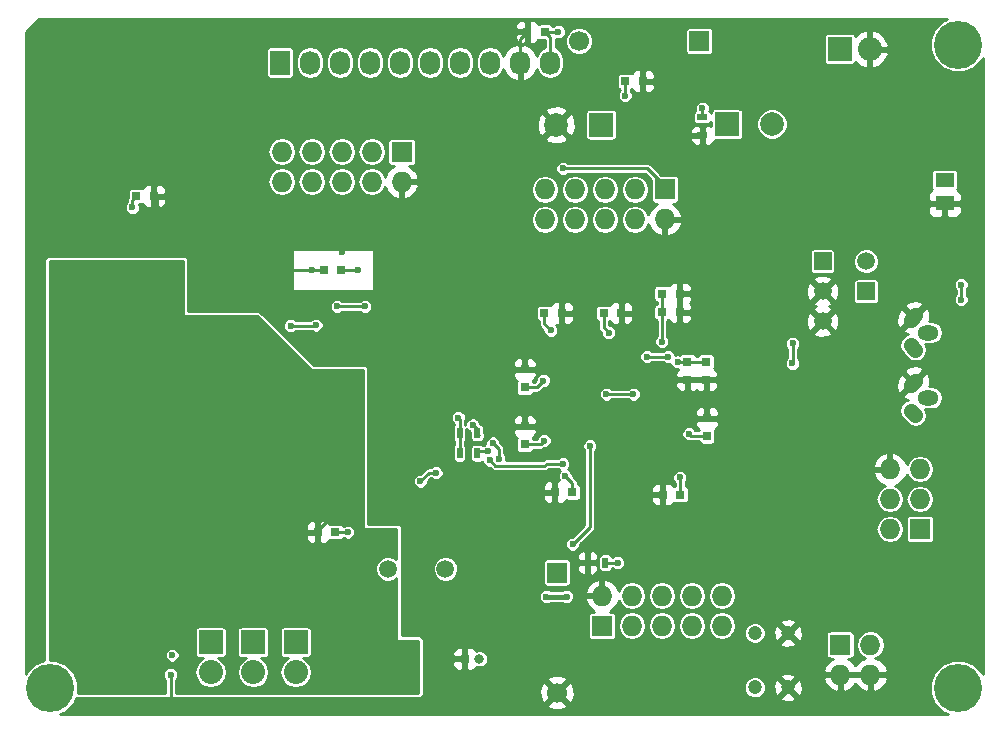
<source format=gbr>
G04 #@! TF.FileFunction,Copper,L2,Bot,Signal*
%FSLAX46Y46*%
G04 Gerber Fmt 4.6, Leading zero omitted, Abs format (unit mm)*
G04 Created by KiCad (PCBNEW (2015-08-05 BZR 6055, Git fa29c62)-product) date 10/03/2016 14:30:23*
%MOMM*%
G01*
G04 APERTURE LIST*
%ADD10C,0.100000*%
%ADD11C,4.064000*%
%ADD12R,1.727200X1.727200*%
%ADD13O,1.727200X1.727200*%
%ADD14R,0.800000X0.750000*%
%ADD15O,1.800860X1.300480*%
%ADD16C,1.300480*%
%ADD17C,1.501140*%
%ADD18R,0.750000X0.800000*%
%ADD19C,1.699260*%
%ADD20R,1.699260X1.699260*%
%ADD21R,1.727200X2.032000*%
%ADD22O,1.727200X2.032000*%
%ADD23R,0.500000X0.900000*%
%ADD24R,1.500000X1.500000*%
%ADD25C,1.500000*%
%ADD26R,2.032000X2.032000*%
%ADD27O,2.032000X2.032000*%
%ADD28C,1.200000*%
%ADD29C,1.998980*%
%ADD30R,1.998980X1.998980*%
%ADD31R,1.600000X1.200000*%
%ADD32R,0.900000X0.500000*%
%ADD33R,0.800000X0.800000*%
%ADD34O,0.800000X0.800000*%
%ADD35C,0.600000*%
%ADD36C,0.254000*%
%ADD37C,0.508000*%
%ADD38C,0.381000*%
G04 APERTURE END LIST*
D10*
D11*
X141287500Y-161671000D03*
X64389000Y-161671000D03*
X141287500Y-107188000D03*
D12*
X116459000Y-119443500D03*
D13*
X116459000Y-121983500D03*
X113919000Y-119443500D03*
X113919000Y-121983500D03*
X111379000Y-119443500D03*
X111379000Y-121983500D03*
X108839000Y-119443500D03*
X108839000Y-121983500D03*
X106299000Y-119443500D03*
X106299000Y-121983500D03*
D14*
X116217000Y-128270000D03*
X117717000Y-128270000D03*
D12*
X94170500Y-116268500D03*
D13*
X94170500Y-118808500D03*
X91630500Y-116268500D03*
X91630500Y-118808500D03*
X89090500Y-116268500D03*
X89090500Y-118808500D03*
X86550500Y-116268500D03*
X86550500Y-118808500D03*
X84010500Y-116268500D03*
X84010500Y-118808500D03*
D15*
X138747500Y-137096500D03*
D16*
X137654411Y-135649589D02*
X137300589Y-136003411D01*
X137300589Y-138189589D02*
X137654411Y-138543411D01*
D17*
X97881440Y-151574500D03*
X92999560Y-151574500D03*
D14*
X116217000Y-129857500D03*
X117717000Y-129857500D03*
D18*
X119951500Y-134060500D03*
X119951500Y-135560500D03*
D14*
X87070500Y-148463000D03*
X88570500Y-148463000D03*
X104787000Y-106108500D03*
X106287000Y-106108500D03*
X73203500Y-120015000D03*
X71703500Y-120015000D03*
X89078500Y-126238000D03*
X87578500Y-126238000D03*
X111264000Y-129921000D03*
X112764000Y-129921000D03*
X106247500Y-129921000D03*
X107747500Y-129921000D03*
D18*
X104584500Y-136195500D03*
X104584500Y-134695500D03*
X104584500Y-141021500D03*
X104584500Y-139521500D03*
D14*
X108636500Y-145097500D03*
X107136500Y-145097500D03*
X117780500Y-145288000D03*
X116280500Y-145288000D03*
D18*
X120015000Y-140323000D03*
X120015000Y-138823000D03*
X118364000Y-134060500D03*
X118364000Y-135560500D03*
D19*
X107317540Y-162052520D03*
D20*
X107317540Y-151892520D03*
D12*
X131318000Y-157988000D03*
D13*
X133858000Y-157988000D03*
X131318000Y-160528000D03*
X133858000Y-160528000D03*
D12*
X138049000Y-148209000D03*
D13*
X135509000Y-148209000D03*
X138049000Y-145669000D03*
X135509000Y-145669000D03*
X138049000Y-143129000D03*
X135509000Y-143129000D03*
D12*
X111125000Y-156400500D03*
D13*
X111125000Y-153860500D03*
X113665000Y-156400500D03*
X113665000Y-153860500D03*
X116205000Y-156400500D03*
X116205000Y-153860500D03*
X118745000Y-156400500D03*
X118745000Y-153860500D03*
X121285000Y-156400500D03*
X121285000Y-153860500D03*
D21*
X83883500Y-108712000D03*
D22*
X86423500Y-108712000D03*
X88963500Y-108712000D03*
X91503500Y-108712000D03*
X94043500Y-108712000D03*
X96583500Y-108712000D03*
X99123500Y-108712000D03*
X101663500Y-108712000D03*
X104203500Y-108712000D03*
X106743500Y-108712000D03*
D23*
X109930500Y-151066500D03*
X111430500Y-151066500D03*
X99072000Y-140081000D03*
X100572000Y-140081000D03*
X99072000Y-141795500D03*
X100572000Y-141795500D03*
D24*
X129809240Y-125534420D03*
D25*
X129809240Y-128074420D03*
X129809240Y-130614420D03*
D24*
X133497320Y-128076960D03*
D25*
X133497320Y-125536960D03*
D26*
X85200000Y-157800000D03*
D27*
X85200000Y-160340000D03*
D26*
X81600000Y-157800000D03*
D27*
X81600000Y-160340000D03*
D26*
X78000000Y-157800000D03*
D27*
X78000000Y-160340000D03*
D28*
X126876000Y-161621500D03*
X124076000Y-161621500D03*
X126876000Y-157021500D03*
X124076000Y-157021500D03*
D15*
X138747500Y-131572000D03*
D16*
X137654411Y-130125089D02*
X137300589Y-130478911D01*
X137300589Y-132665089D02*
X137654411Y-133018911D01*
D14*
X113105500Y-110299500D03*
X114605500Y-110299500D03*
D19*
X109219480Y-106867960D03*
D20*
X119379480Y-106867960D03*
D29*
X125539500Y-113919000D03*
D30*
X121729500Y-113919000D03*
D29*
X107251500Y-113982500D03*
D30*
X111061500Y-113982500D03*
D31*
X140144500Y-118634000D03*
X140144500Y-120634000D03*
D32*
X119634000Y-114859500D03*
X119634000Y-113359500D03*
D26*
X131254500Y-107569000D03*
D27*
X133794500Y-107569000D03*
D33*
X99504500Y-159194500D03*
D34*
X100754500Y-159194500D03*
D35*
X86550500Y-126238000D03*
X140970000Y-110744000D03*
X133223000Y-110998000D03*
X114808000Y-115760500D03*
X113157000Y-115697000D03*
X124142500Y-116014500D03*
X124142500Y-112712500D03*
X118872000Y-128270000D03*
X73469500Y-121031000D03*
X89090500Y-124777500D03*
X117475000Y-135572500D03*
X138811000Y-154813000D03*
X135001000Y-154813000D03*
X124860750Y-154832750D03*
X116903500Y-110871000D03*
X115760500Y-107950000D03*
X114109500Y-111506000D03*
X136088900Y-124424700D03*
X95186500Y-147764500D03*
X107061000Y-143764000D03*
X104044750Y-158400750D03*
X102838250Y-158400750D03*
X94361000Y-155829000D03*
X94361000Y-155003500D03*
X109410500Y-147574000D03*
X112522000Y-149479000D03*
X132080000Y-154813000D03*
X125994160Y-126220220D03*
X99822000Y-154432000D03*
X140077900Y-123762700D03*
X138172900Y-126175700D03*
X74606000Y-160528000D03*
X96139000Y-141668500D03*
X74733000Y-158877000D03*
X104711500Y-154051000D03*
X93281500Y-141224000D03*
X106172000Y-134683500D03*
X107759500Y-131445000D03*
X112712500Y-131572000D03*
X106172000Y-139700000D03*
X118618000Y-139319000D03*
X116840000Y-143827500D03*
X125285500Y-136588500D03*
X127345440Y-130675380D03*
X126138940Y-132389880D03*
X101949250Y-158400750D03*
X108140500Y-153924000D03*
X106426000Y-153924000D03*
X113792000Y-136779000D03*
X111506000Y-136779000D03*
X90487500Y-126238000D03*
X107823000Y-117665500D03*
X107442000Y-106108500D03*
X116205000Y-132334000D03*
X71374000Y-120967500D03*
X117538500Y-134048500D03*
X114935000Y-133604000D03*
X116713000Y-133604000D03*
X113093500Y-111506000D03*
X98958400Y-138785600D03*
X106172000Y-135636000D03*
X106807000Y-131381500D03*
X111696500Y-131572000D03*
X106235500Y-140716000D03*
X118491000Y-140144500D03*
X117729000Y-143827500D03*
X108013500Y-143700500D03*
X141541500Y-128778000D03*
X141541500Y-127508000D03*
X127269240Y-132488940D03*
X127261620Y-134188200D03*
X88455500Y-156400500D03*
X88011000Y-147320000D03*
X81788000Y-146558000D03*
X81788000Y-143192500D03*
X81788000Y-139890500D03*
X81788000Y-136588500D03*
X90360500Y-136525000D03*
X81851500Y-153035000D03*
X81724500Y-149796500D03*
X110109000Y-141160500D03*
X108648500Y-149479000D03*
X112458500Y-151066500D03*
X89598500Y-148463000D03*
X91059000Y-129349500D03*
X88709500Y-129349500D03*
X100200000Y-139400000D03*
X101500000Y-141600000D03*
X102412800Y-142240000D03*
X101904800Y-140919200D03*
X86931500Y-130937000D03*
X84772500Y-131000500D03*
X97091500Y-143446500D03*
X95758000Y-144145000D03*
X101650800Y-142392400D03*
X107823000Y-142684500D03*
X119634000Y-112585500D03*
D36*
X86550500Y-126238000D02*
X84391500Y-126238000D01*
X87578500Y-126238000D02*
X86550500Y-126238000D01*
X117717000Y-128270000D02*
X118872000Y-128270000D01*
X117717000Y-128270000D02*
X117717000Y-129857500D01*
X104787000Y-106108500D02*
X104203500Y-106692000D01*
X104203500Y-106692000D02*
X104203500Y-108712000D01*
X73469500Y-121031000D02*
X73469500Y-120281000D01*
X73469500Y-120281000D02*
X73203500Y-120015000D01*
X89090500Y-124079000D02*
X89090500Y-124777500D01*
X118364000Y-135560500D02*
X117487000Y-135560500D01*
X117487000Y-135560500D02*
X117475000Y-135572500D01*
X124860750Y-154832750D02*
X124841000Y-154813000D01*
D37*
X104044750Y-158400750D02*
X104076500Y-158369000D01*
D36*
X74606000Y-160528000D02*
X74606000Y-162814000D01*
X106160000Y-134695500D02*
X104584500Y-134695500D01*
X106172000Y-134683500D02*
X106160000Y-134695500D01*
X107747500Y-131433000D02*
X107747500Y-129921000D01*
X107759500Y-131445000D02*
X107747500Y-131433000D01*
X112764000Y-131520500D02*
X112764000Y-129921000D01*
X112712500Y-131572000D02*
X112764000Y-131520500D01*
X105993500Y-139521500D02*
X104584500Y-139521500D01*
X106172000Y-139700000D02*
X105993500Y-139521500D01*
X119114000Y-138823000D02*
X120015000Y-138823000D01*
X118618000Y-139319000D02*
X119114000Y-138823000D01*
X116280500Y-144387000D02*
X116280500Y-145288000D01*
X116840000Y-143827500D02*
X116280500Y-144387000D01*
D38*
X106426000Y-153924000D02*
X108140500Y-153924000D01*
D36*
X111506000Y-136779000D02*
X113792000Y-136779000D01*
X89078500Y-126238000D02*
X90487500Y-126238000D01*
X116459000Y-119443500D02*
X116459000Y-119189500D01*
X116459000Y-119189500D02*
X114935000Y-117665500D01*
X114935000Y-117665500D02*
X107823000Y-117665500D01*
X107442000Y-106108500D02*
X106287000Y-106108500D01*
X116217000Y-129857500D02*
X116217000Y-132322000D01*
X116217000Y-132322000D02*
X116205000Y-132334000D01*
X116217000Y-128270000D02*
X116217000Y-129857500D01*
X106743500Y-108712000D02*
X106743500Y-106565000D01*
X106743500Y-106565000D02*
X106287000Y-106108500D01*
X71703500Y-120015000D02*
X71374000Y-120344500D01*
X71374000Y-120344500D02*
X71374000Y-120967500D01*
X117550500Y-134060500D02*
X118364000Y-134060500D01*
X117538500Y-134048500D02*
X117550500Y-134060500D01*
X114935000Y-133604000D02*
X116713000Y-133604000D01*
X118364000Y-134060500D02*
X119951500Y-134060500D01*
X113105500Y-111494000D02*
X113105500Y-110299500D01*
X113093500Y-111506000D02*
X113105500Y-111494000D01*
X99072000Y-140081000D02*
X99072000Y-138899200D01*
X99072000Y-138899200D02*
X98958400Y-138785600D01*
X99072000Y-140081000D02*
X99072000Y-141795500D01*
X104584500Y-136195500D02*
X105612500Y-136195500D01*
X105612500Y-136195500D02*
X106172000Y-135636000D01*
X106247500Y-129921000D02*
X106247500Y-130822000D01*
X106247500Y-130822000D02*
X106807000Y-131381500D01*
X111264000Y-129921000D02*
X111264000Y-131139500D01*
X111264000Y-131139500D02*
X111696500Y-131572000D01*
X104584500Y-141021500D02*
X105930000Y-141021500D01*
X105930000Y-141021500D02*
X106235500Y-140716000D01*
X120015000Y-140323000D02*
X118669500Y-140323000D01*
X118669500Y-140323000D02*
X118491000Y-140144500D01*
X117780500Y-143879000D02*
X117780500Y-145288000D01*
X117729000Y-143827500D02*
X117780500Y-143879000D01*
X108636500Y-145097500D02*
X108636500Y-144323500D01*
X108636500Y-144323500D02*
X108013500Y-143700500D01*
X141541500Y-127508000D02*
X141541500Y-128778000D01*
X127269240Y-134180580D02*
X127269240Y-132488940D01*
X127261620Y-134188200D02*
X127269240Y-134180580D01*
X87070500Y-148260500D02*
X88011000Y-147320000D01*
X87070500Y-148463000D02*
X87070500Y-148260500D01*
X110109000Y-141160500D02*
X110109000Y-148018500D01*
X110109000Y-148018500D02*
X108648500Y-149479000D01*
X112458500Y-151066500D02*
X111430500Y-151066500D01*
X88570500Y-148463000D02*
X89598500Y-148463000D01*
X88709500Y-129349500D02*
X91059000Y-129349500D01*
X100572000Y-140081000D02*
X100572000Y-139772000D01*
X100572000Y-139772000D02*
X100200000Y-139400000D01*
X100699000Y-140208000D02*
X100572000Y-140081000D01*
X100762500Y-140271500D02*
X100572000Y-140081000D01*
X100572000Y-141795500D02*
X100767500Y-141600000D01*
X100767500Y-141600000D02*
X101500000Y-141600000D01*
X102412800Y-141427200D02*
X102412800Y-142240000D01*
X101904800Y-140919200D02*
X102412800Y-141427200D01*
X86931500Y-130937000D02*
X86868000Y-131000500D01*
X86868000Y-131000500D02*
X84772500Y-131000500D01*
X96456500Y-143446500D02*
X97091500Y-143446500D01*
X95758000Y-144145000D02*
X96456500Y-143446500D01*
X106273600Y-142849600D02*
X106273600Y-142836900D01*
X101650800Y-142392400D02*
X102108000Y-142849600D01*
X102108000Y-142849600D02*
X106273600Y-142849600D01*
X106426000Y-142684500D02*
X107823000Y-142684500D01*
X106273600Y-142836900D02*
X106426000Y-142684500D01*
X119634000Y-112585500D02*
X119634000Y-113359500D01*
G36*
X75628500Y-130048000D02*
X75638506Y-130097410D01*
X75666947Y-130139035D01*
X75709341Y-130166315D01*
X75755500Y-130175000D01*
X81925894Y-130175000D01*
X86460697Y-134709803D01*
X86502711Y-134737666D01*
X86550500Y-134747000D01*
X90868500Y-134747000D01*
X90868500Y-148082000D01*
X90878506Y-148131410D01*
X90906947Y-148173035D01*
X90949341Y-148200315D01*
X90995500Y-148209000D01*
X93726000Y-148209000D01*
X93726000Y-150765639D01*
X93615289Y-150654735D01*
X93216441Y-150489118D01*
X92784574Y-150488742D01*
X92385437Y-150653662D01*
X92079795Y-150958771D01*
X91914178Y-151357619D01*
X91913802Y-151789486D01*
X92078722Y-152188623D01*
X92383831Y-152494265D01*
X92782679Y-152659882D01*
X93214546Y-152660258D01*
X93613683Y-152495338D01*
X93726000Y-152383217D01*
X93726000Y-155003518D01*
X93725890Y-155129255D01*
X93726000Y-155129521D01*
X93726000Y-155829018D01*
X93725890Y-155954755D01*
X93726000Y-155955021D01*
X93726000Y-157543500D01*
X93736006Y-157592910D01*
X93764447Y-157634535D01*
X93806841Y-157661815D01*
X93853000Y-157670500D01*
X95567500Y-157670500D01*
X95567500Y-162052000D01*
X75068000Y-162052000D01*
X75068000Y-160964048D01*
X75144013Y-160888168D01*
X75240889Y-160654863D01*
X75241110Y-160402245D01*
X75215391Y-160340000D01*
X76622532Y-160340000D01*
X76725371Y-160857005D01*
X77018231Y-161295301D01*
X77456527Y-161588161D01*
X77973532Y-161691000D01*
X78026468Y-161691000D01*
X78543473Y-161588161D01*
X78981769Y-161295301D01*
X79274629Y-160857005D01*
X79377468Y-160340000D01*
X80222532Y-160340000D01*
X80325371Y-160857005D01*
X80618231Y-161295301D01*
X81056527Y-161588161D01*
X81573532Y-161691000D01*
X81626468Y-161691000D01*
X82143473Y-161588161D01*
X82581769Y-161295301D01*
X82874629Y-160857005D01*
X82977468Y-160340000D01*
X83822532Y-160340000D01*
X83925371Y-160857005D01*
X84218231Y-161295301D01*
X84656527Y-161588161D01*
X85173532Y-161691000D01*
X85226468Y-161691000D01*
X85743473Y-161588161D01*
X86181769Y-161295301D01*
X86474629Y-160857005D01*
X86577468Y-160340000D01*
X86474629Y-159822995D01*
X86181769Y-159384699D01*
X85841836Y-159157563D01*
X86216000Y-159157563D01*
X86340144Y-159134204D01*
X86454162Y-159060835D01*
X86530653Y-158948887D01*
X86557563Y-158816000D01*
X86557563Y-156784000D01*
X86534204Y-156659856D01*
X86460835Y-156545838D01*
X86348887Y-156469347D01*
X86216000Y-156442437D01*
X84184000Y-156442437D01*
X84059856Y-156465796D01*
X83945838Y-156539165D01*
X83869347Y-156651113D01*
X83842437Y-156784000D01*
X83842437Y-158816000D01*
X83865796Y-158940144D01*
X83939165Y-159054162D01*
X84051113Y-159130653D01*
X84184000Y-159157563D01*
X84558164Y-159157563D01*
X84218231Y-159384699D01*
X83925371Y-159822995D01*
X83822532Y-160340000D01*
X82977468Y-160340000D01*
X82874629Y-159822995D01*
X82581769Y-159384699D01*
X82241836Y-159157563D01*
X82616000Y-159157563D01*
X82740144Y-159134204D01*
X82854162Y-159060835D01*
X82930653Y-158948887D01*
X82957563Y-158816000D01*
X82957563Y-156784000D01*
X82934204Y-156659856D01*
X82860835Y-156545838D01*
X82748887Y-156469347D01*
X82616000Y-156442437D01*
X80584000Y-156442437D01*
X80459856Y-156465796D01*
X80345838Y-156539165D01*
X80269347Y-156651113D01*
X80242437Y-156784000D01*
X80242437Y-158816000D01*
X80265796Y-158940144D01*
X80339165Y-159054162D01*
X80451113Y-159130653D01*
X80584000Y-159157563D01*
X80958164Y-159157563D01*
X80618231Y-159384699D01*
X80325371Y-159822995D01*
X80222532Y-160340000D01*
X79377468Y-160340000D01*
X79274629Y-159822995D01*
X78981769Y-159384699D01*
X78641836Y-159157563D01*
X79016000Y-159157563D01*
X79140144Y-159134204D01*
X79254162Y-159060835D01*
X79330653Y-158948887D01*
X79357563Y-158816000D01*
X79357563Y-156784000D01*
X79334204Y-156659856D01*
X79260835Y-156545838D01*
X79148887Y-156469347D01*
X79016000Y-156442437D01*
X76984000Y-156442437D01*
X76859856Y-156465796D01*
X76745838Y-156539165D01*
X76669347Y-156651113D01*
X76642437Y-156784000D01*
X76642437Y-158816000D01*
X76665796Y-158940144D01*
X76739165Y-159054162D01*
X76851113Y-159130653D01*
X76984000Y-159157563D01*
X77358164Y-159157563D01*
X77018231Y-159384699D01*
X76725371Y-159822995D01*
X76622532Y-160340000D01*
X75215391Y-160340000D01*
X75144640Y-160168772D01*
X74966168Y-159989987D01*
X74732863Y-159893111D01*
X74480245Y-159892890D01*
X74246772Y-159989360D01*
X74067987Y-160167832D01*
X73971111Y-160401137D01*
X73970890Y-160653755D01*
X74067360Y-160887228D01*
X74144000Y-160964002D01*
X74144000Y-162052000D01*
X66755668Y-162052000D01*
X66756410Y-161202240D01*
X66396815Y-160331954D01*
X65731548Y-159665525D01*
X64861891Y-159304412D01*
X64389000Y-159303999D01*
X64389000Y-159002755D01*
X74097890Y-159002755D01*
X74194360Y-159236228D01*
X74372832Y-159415013D01*
X74606137Y-159511889D01*
X74858755Y-159512110D01*
X75092228Y-159415640D01*
X75271013Y-159237168D01*
X75367889Y-159003863D01*
X75368110Y-158751245D01*
X75271640Y-158517772D01*
X75093168Y-158338987D01*
X74859863Y-158242111D01*
X74607245Y-158241890D01*
X74373772Y-158338360D01*
X74194987Y-158516832D01*
X74098111Y-158750137D01*
X74097890Y-159002755D01*
X64389000Y-159002755D01*
X64389000Y-148748750D01*
X86035500Y-148748750D01*
X86035500Y-148964310D01*
X86132173Y-149197699D01*
X86310802Y-149376327D01*
X86544191Y-149473000D01*
X86784750Y-149473000D01*
X86943500Y-149314250D01*
X86943500Y-148590000D01*
X86194250Y-148590000D01*
X86035500Y-148748750D01*
X64389000Y-148748750D01*
X64389000Y-147961690D01*
X86035500Y-147961690D01*
X86035500Y-148177250D01*
X86194250Y-148336000D01*
X86943500Y-148336000D01*
X86943500Y-147611750D01*
X87197500Y-147611750D01*
X87197500Y-148336000D01*
X87217500Y-148336000D01*
X87217500Y-148590000D01*
X87197500Y-148590000D01*
X87197500Y-149314250D01*
X87356250Y-149473000D01*
X87596809Y-149473000D01*
X87830198Y-149376327D01*
X88008827Y-149197699D01*
X88029720Y-149147260D01*
X88037613Y-149152653D01*
X88170500Y-149179563D01*
X88970500Y-149179563D01*
X89094644Y-149156204D01*
X89208662Y-149082835D01*
X89258770Y-149009500D01*
X89471637Y-149097889D01*
X89724255Y-149098110D01*
X89957728Y-149001640D01*
X90136513Y-148823168D01*
X90233389Y-148589863D01*
X90233610Y-148337245D01*
X90137140Y-148103772D01*
X89958668Y-147924987D01*
X89725363Y-147828111D01*
X89472745Y-147827890D01*
X89258244Y-147916521D01*
X89215335Y-147849838D01*
X89103387Y-147773347D01*
X88970500Y-147746437D01*
X88170500Y-147746437D01*
X88046356Y-147769796D01*
X88030296Y-147780131D01*
X88008827Y-147728301D01*
X87830198Y-147549673D01*
X87596809Y-147453000D01*
X87356250Y-147453000D01*
X87197500Y-147611750D01*
X86943500Y-147611750D01*
X86784750Y-147453000D01*
X86544191Y-147453000D01*
X86310802Y-147549673D01*
X86132173Y-147728301D01*
X86035500Y-147961690D01*
X64389000Y-147961690D01*
X64389000Y-125539500D01*
X75628500Y-125539500D01*
X75628500Y-130048000D01*
X75628500Y-130048000D01*
G37*
X75628500Y-130048000D02*
X75638506Y-130097410D01*
X75666947Y-130139035D01*
X75709341Y-130166315D01*
X75755500Y-130175000D01*
X81925894Y-130175000D01*
X86460697Y-134709803D01*
X86502711Y-134737666D01*
X86550500Y-134747000D01*
X90868500Y-134747000D01*
X90868500Y-148082000D01*
X90878506Y-148131410D01*
X90906947Y-148173035D01*
X90949341Y-148200315D01*
X90995500Y-148209000D01*
X93726000Y-148209000D01*
X93726000Y-150765639D01*
X93615289Y-150654735D01*
X93216441Y-150489118D01*
X92784574Y-150488742D01*
X92385437Y-150653662D01*
X92079795Y-150958771D01*
X91914178Y-151357619D01*
X91913802Y-151789486D01*
X92078722Y-152188623D01*
X92383831Y-152494265D01*
X92782679Y-152659882D01*
X93214546Y-152660258D01*
X93613683Y-152495338D01*
X93726000Y-152383217D01*
X93726000Y-155003518D01*
X93725890Y-155129255D01*
X93726000Y-155129521D01*
X93726000Y-155829018D01*
X93725890Y-155954755D01*
X93726000Y-155955021D01*
X93726000Y-157543500D01*
X93736006Y-157592910D01*
X93764447Y-157634535D01*
X93806841Y-157661815D01*
X93853000Y-157670500D01*
X95567500Y-157670500D01*
X95567500Y-162052000D01*
X75068000Y-162052000D01*
X75068000Y-160964048D01*
X75144013Y-160888168D01*
X75240889Y-160654863D01*
X75241110Y-160402245D01*
X75215391Y-160340000D01*
X76622532Y-160340000D01*
X76725371Y-160857005D01*
X77018231Y-161295301D01*
X77456527Y-161588161D01*
X77973532Y-161691000D01*
X78026468Y-161691000D01*
X78543473Y-161588161D01*
X78981769Y-161295301D01*
X79274629Y-160857005D01*
X79377468Y-160340000D01*
X80222532Y-160340000D01*
X80325371Y-160857005D01*
X80618231Y-161295301D01*
X81056527Y-161588161D01*
X81573532Y-161691000D01*
X81626468Y-161691000D01*
X82143473Y-161588161D01*
X82581769Y-161295301D01*
X82874629Y-160857005D01*
X82977468Y-160340000D01*
X83822532Y-160340000D01*
X83925371Y-160857005D01*
X84218231Y-161295301D01*
X84656527Y-161588161D01*
X85173532Y-161691000D01*
X85226468Y-161691000D01*
X85743473Y-161588161D01*
X86181769Y-161295301D01*
X86474629Y-160857005D01*
X86577468Y-160340000D01*
X86474629Y-159822995D01*
X86181769Y-159384699D01*
X85841836Y-159157563D01*
X86216000Y-159157563D01*
X86340144Y-159134204D01*
X86454162Y-159060835D01*
X86530653Y-158948887D01*
X86557563Y-158816000D01*
X86557563Y-156784000D01*
X86534204Y-156659856D01*
X86460835Y-156545838D01*
X86348887Y-156469347D01*
X86216000Y-156442437D01*
X84184000Y-156442437D01*
X84059856Y-156465796D01*
X83945838Y-156539165D01*
X83869347Y-156651113D01*
X83842437Y-156784000D01*
X83842437Y-158816000D01*
X83865796Y-158940144D01*
X83939165Y-159054162D01*
X84051113Y-159130653D01*
X84184000Y-159157563D01*
X84558164Y-159157563D01*
X84218231Y-159384699D01*
X83925371Y-159822995D01*
X83822532Y-160340000D01*
X82977468Y-160340000D01*
X82874629Y-159822995D01*
X82581769Y-159384699D01*
X82241836Y-159157563D01*
X82616000Y-159157563D01*
X82740144Y-159134204D01*
X82854162Y-159060835D01*
X82930653Y-158948887D01*
X82957563Y-158816000D01*
X82957563Y-156784000D01*
X82934204Y-156659856D01*
X82860835Y-156545838D01*
X82748887Y-156469347D01*
X82616000Y-156442437D01*
X80584000Y-156442437D01*
X80459856Y-156465796D01*
X80345838Y-156539165D01*
X80269347Y-156651113D01*
X80242437Y-156784000D01*
X80242437Y-158816000D01*
X80265796Y-158940144D01*
X80339165Y-159054162D01*
X80451113Y-159130653D01*
X80584000Y-159157563D01*
X80958164Y-159157563D01*
X80618231Y-159384699D01*
X80325371Y-159822995D01*
X80222532Y-160340000D01*
X79377468Y-160340000D01*
X79274629Y-159822995D01*
X78981769Y-159384699D01*
X78641836Y-159157563D01*
X79016000Y-159157563D01*
X79140144Y-159134204D01*
X79254162Y-159060835D01*
X79330653Y-158948887D01*
X79357563Y-158816000D01*
X79357563Y-156784000D01*
X79334204Y-156659856D01*
X79260835Y-156545838D01*
X79148887Y-156469347D01*
X79016000Y-156442437D01*
X76984000Y-156442437D01*
X76859856Y-156465796D01*
X76745838Y-156539165D01*
X76669347Y-156651113D01*
X76642437Y-156784000D01*
X76642437Y-158816000D01*
X76665796Y-158940144D01*
X76739165Y-159054162D01*
X76851113Y-159130653D01*
X76984000Y-159157563D01*
X77358164Y-159157563D01*
X77018231Y-159384699D01*
X76725371Y-159822995D01*
X76622532Y-160340000D01*
X75215391Y-160340000D01*
X75144640Y-160168772D01*
X74966168Y-159989987D01*
X74732863Y-159893111D01*
X74480245Y-159892890D01*
X74246772Y-159989360D01*
X74067987Y-160167832D01*
X73971111Y-160401137D01*
X73970890Y-160653755D01*
X74067360Y-160887228D01*
X74144000Y-160964002D01*
X74144000Y-162052000D01*
X66755668Y-162052000D01*
X66756410Y-161202240D01*
X66396815Y-160331954D01*
X65731548Y-159665525D01*
X64861891Y-159304412D01*
X64389000Y-159303999D01*
X64389000Y-159002755D01*
X74097890Y-159002755D01*
X74194360Y-159236228D01*
X74372832Y-159415013D01*
X74606137Y-159511889D01*
X74858755Y-159512110D01*
X75092228Y-159415640D01*
X75271013Y-159237168D01*
X75367889Y-159003863D01*
X75368110Y-158751245D01*
X75271640Y-158517772D01*
X75093168Y-158338987D01*
X74859863Y-158242111D01*
X74607245Y-158241890D01*
X74373772Y-158338360D01*
X74194987Y-158516832D01*
X74098111Y-158750137D01*
X74097890Y-159002755D01*
X64389000Y-159002755D01*
X64389000Y-148748750D01*
X86035500Y-148748750D01*
X86035500Y-148964310D01*
X86132173Y-149197699D01*
X86310802Y-149376327D01*
X86544191Y-149473000D01*
X86784750Y-149473000D01*
X86943500Y-149314250D01*
X86943500Y-148590000D01*
X86194250Y-148590000D01*
X86035500Y-148748750D01*
X64389000Y-148748750D01*
X64389000Y-147961690D01*
X86035500Y-147961690D01*
X86035500Y-148177250D01*
X86194250Y-148336000D01*
X86943500Y-148336000D01*
X86943500Y-147611750D01*
X87197500Y-147611750D01*
X87197500Y-148336000D01*
X87217500Y-148336000D01*
X87217500Y-148590000D01*
X87197500Y-148590000D01*
X87197500Y-149314250D01*
X87356250Y-149473000D01*
X87596809Y-149473000D01*
X87830198Y-149376327D01*
X88008827Y-149197699D01*
X88029720Y-149147260D01*
X88037613Y-149152653D01*
X88170500Y-149179563D01*
X88970500Y-149179563D01*
X89094644Y-149156204D01*
X89208662Y-149082835D01*
X89258770Y-149009500D01*
X89471637Y-149097889D01*
X89724255Y-149098110D01*
X89957728Y-149001640D01*
X90136513Y-148823168D01*
X90233389Y-148589863D01*
X90233610Y-148337245D01*
X90137140Y-148103772D01*
X89958668Y-147924987D01*
X89725363Y-147828111D01*
X89472745Y-147827890D01*
X89258244Y-147916521D01*
X89215335Y-147849838D01*
X89103387Y-147773347D01*
X88970500Y-147746437D01*
X88170500Y-147746437D01*
X88046356Y-147769796D01*
X88030296Y-147780131D01*
X88008827Y-147728301D01*
X87830198Y-147549673D01*
X87596809Y-147453000D01*
X87356250Y-147453000D01*
X87197500Y-147611750D01*
X86943500Y-147611750D01*
X86784750Y-147453000D01*
X86544191Y-147453000D01*
X86310802Y-147549673D01*
X86132173Y-147728301D01*
X86035500Y-147961690D01*
X64389000Y-147961690D01*
X64389000Y-125539500D01*
X75628500Y-125539500D01*
X75628500Y-130048000D01*
G36*
X139948454Y-105180185D02*
X139282025Y-105845452D01*
X138920912Y-106715109D01*
X138920090Y-107656760D01*
X139279685Y-108527046D01*
X139944952Y-109193475D01*
X140814609Y-109554588D01*
X141756260Y-109555410D01*
X142626546Y-109195815D01*
X143292975Y-108530548D01*
X143373000Y-108337827D01*
X143373000Y-160519966D01*
X143295315Y-160331954D01*
X142630048Y-159665525D01*
X141760391Y-159304412D01*
X140818740Y-159303590D01*
X139948454Y-159663185D01*
X139282025Y-160328452D01*
X138920912Y-161198109D01*
X138920090Y-162139760D01*
X139279685Y-163010046D01*
X139944952Y-163676475D01*
X140418236Y-163873000D01*
X65258082Y-163873000D01*
X65728046Y-163678815D01*
X66311668Y-163096210D01*
X106453455Y-163096210D01*
X106533682Y-163347473D01*
X107088907Y-163548870D01*
X107678939Y-163522461D01*
X108101398Y-163347473D01*
X108181625Y-163096210D01*
X107317540Y-162232125D01*
X106453455Y-163096210D01*
X66311668Y-163096210D01*
X66394475Y-163013548D01*
X66601905Y-162514000D01*
X95694500Y-162514000D01*
X95816258Y-162491090D01*
X95928086Y-162419131D01*
X96003107Y-162309334D01*
X96029500Y-162179000D01*
X96029500Y-161823887D01*
X105821190Y-161823887D01*
X105847599Y-162413919D01*
X106022587Y-162836378D01*
X106273850Y-162916605D01*
X107137935Y-162052520D01*
X107497145Y-162052520D01*
X108361230Y-162916605D01*
X108612493Y-162836378D01*
X108813890Y-162281153D01*
X108792653Y-161806667D01*
X123140838Y-161806667D01*
X123282883Y-162150443D01*
X123545673Y-162413692D01*
X123889201Y-162556338D01*
X124261167Y-162556662D01*
X124436454Y-162484235D01*
X126192870Y-162484235D01*
X126242383Y-162709664D01*
X126707036Y-162869307D01*
X127197413Y-162838982D01*
X127509617Y-162709664D01*
X127559130Y-162484235D01*
X126876000Y-161801105D01*
X126192870Y-162484235D01*
X124436454Y-162484235D01*
X124604943Y-162414617D01*
X124868192Y-162151827D01*
X125010838Y-161808299D01*
X125011147Y-161452536D01*
X125628193Y-161452536D01*
X125658518Y-161942913D01*
X125787836Y-162255117D01*
X126013265Y-162304630D01*
X126696395Y-161621500D01*
X127055605Y-161621500D01*
X127738735Y-162304630D01*
X127964164Y-162255117D01*
X128123807Y-161790464D01*
X128093482Y-161300087D01*
X127964164Y-160987883D01*
X127738735Y-160938370D01*
X127055605Y-161621500D01*
X126696395Y-161621500D01*
X126013265Y-160938370D01*
X125787836Y-160987883D01*
X125628193Y-161452536D01*
X125011147Y-161452536D01*
X125011162Y-161436333D01*
X124869117Y-161092557D01*
X124606327Y-160829308D01*
X124436442Y-160758765D01*
X126192870Y-160758765D01*
X126876000Y-161441895D01*
X127430869Y-160887026D01*
X129863042Y-160887026D01*
X130035312Y-161302947D01*
X130429510Y-161734821D01*
X130958973Y-161982968D01*
X131191000Y-161862469D01*
X131191000Y-160655000D01*
X131445000Y-160655000D01*
X131445000Y-161862469D01*
X131677027Y-161982968D01*
X132206490Y-161734821D01*
X132588000Y-161316848D01*
X132969510Y-161734821D01*
X133498973Y-161982968D01*
X133731000Y-161862469D01*
X133731000Y-160655000D01*
X133985000Y-160655000D01*
X133985000Y-161862469D01*
X134217027Y-161982968D01*
X134746490Y-161734821D01*
X135140688Y-161302947D01*
X135312958Y-160887026D01*
X135191817Y-160655000D01*
X133985000Y-160655000D01*
X133731000Y-160655000D01*
X131445000Y-160655000D01*
X131191000Y-160655000D01*
X129984183Y-160655000D01*
X129863042Y-160887026D01*
X127430869Y-160887026D01*
X127559130Y-160758765D01*
X127509617Y-160533336D01*
X127044964Y-160373693D01*
X126554587Y-160404018D01*
X126242383Y-160533336D01*
X126192870Y-160758765D01*
X124436442Y-160758765D01*
X124262799Y-160686662D01*
X123890833Y-160686338D01*
X123547057Y-160828383D01*
X123283808Y-161091173D01*
X123141162Y-161434701D01*
X123140838Y-161806667D01*
X108792653Y-161806667D01*
X108787481Y-161691121D01*
X108612493Y-161268662D01*
X108361230Y-161188435D01*
X107497145Y-162052520D01*
X107137935Y-162052520D01*
X106273850Y-161188435D01*
X106022587Y-161268662D01*
X105821190Y-161823887D01*
X96029500Y-161823887D01*
X96029500Y-161008830D01*
X106453455Y-161008830D01*
X107317540Y-161872915D01*
X108181625Y-161008830D01*
X108101398Y-160757567D01*
X107546173Y-160556170D01*
X106956141Y-160582579D01*
X106533682Y-160757567D01*
X106453455Y-161008830D01*
X96029500Y-161008830D01*
X96029500Y-159480250D01*
X98469500Y-159480250D01*
X98469500Y-159720810D01*
X98566173Y-159954199D01*
X98744802Y-160132827D01*
X98978191Y-160229500D01*
X99218750Y-160229500D01*
X99377500Y-160070750D01*
X99377500Y-159321500D01*
X98628250Y-159321500D01*
X98469500Y-159480250D01*
X96029500Y-159480250D01*
X96029500Y-158668190D01*
X98469500Y-158668190D01*
X98469500Y-158908750D01*
X98628250Y-159067500D01*
X99377500Y-159067500D01*
X99377500Y-158318250D01*
X99631500Y-158318250D01*
X99631500Y-159067500D01*
X99651500Y-159067500D01*
X99651500Y-159321500D01*
X99631500Y-159321500D01*
X99631500Y-160070750D01*
X99790250Y-160229500D01*
X100030809Y-160229500D01*
X100176931Y-160168974D01*
X129863042Y-160168974D01*
X129984183Y-160401000D01*
X131191000Y-160401000D01*
X131191000Y-160381000D01*
X131445000Y-160381000D01*
X131445000Y-160401000D01*
X133731000Y-160401000D01*
X133731000Y-160381000D01*
X133985000Y-160381000D01*
X133985000Y-160401000D01*
X135191817Y-160401000D01*
X135312958Y-160168974D01*
X135140688Y-159753053D01*
X134746490Y-159321179D01*
X134287166Y-159105904D01*
X134340166Y-159095362D01*
X134729020Y-158835538D01*
X134988844Y-158446684D01*
X135080082Y-157988000D01*
X134988844Y-157529316D01*
X134729020Y-157140462D01*
X134340166Y-156880638D01*
X133881482Y-156789400D01*
X133834518Y-156789400D01*
X133375834Y-156880638D01*
X132986980Y-157140462D01*
X132727156Y-157529316D01*
X132635918Y-157988000D01*
X132727156Y-158446684D01*
X132986980Y-158835538D01*
X133375834Y-159095362D01*
X133428834Y-159105904D01*
X132969510Y-159321179D01*
X132588000Y-159739152D01*
X132206490Y-159321179D01*
X131933347Y-159193163D01*
X132181600Y-159193163D01*
X132305744Y-159169804D01*
X132419762Y-159096435D01*
X132496253Y-158984487D01*
X132523163Y-158851600D01*
X132523163Y-157124400D01*
X132499804Y-157000256D01*
X132426435Y-156886238D01*
X132314487Y-156809747D01*
X132181600Y-156782837D01*
X130454400Y-156782837D01*
X130330256Y-156806196D01*
X130216238Y-156879565D01*
X130139747Y-156991513D01*
X130112837Y-157124400D01*
X130112837Y-158851600D01*
X130136196Y-158975744D01*
X130209565Y-159089762D01*
X130321513Y-159166253D01*
X130454400Y-159193163D01*
X130702653Y-159193163D01*
X130429510Y-159321179D01*
X130035312Y-159753053D01*
X129863042Y-160168974D01*
X100176931Y-160168974D01*
X100264198Y-160132827D01*
X100442827Y-159954199D01*
X100474908Y-159876749D01*
X100740100Y-159929500D01*
X100768900Y-159929500D01*
X101050172Y-159873551D01*
X101288623Y-159714223D01*
X101447951Y-159475772D01*
X101503900Y-159194500D01*
X101447951Y-158913228D01*
X101288623Y-158674777D01*
X101050172Y-158515449D01*
X100768900Y-158459500D01*
X100740100Y-158459500D01*
X100474908Y-158512251D01*
X100442827Y-158434801D01*
X100264198Y-158256173D01*
X100030809Y-158159500D01*
X99790250Y-158159500D01*
X99631500Y-158318250D01*
X99377500Y-158318250D01*
X99218750Y-158159500D01*
X98978191Y-158159500D01*
X98744802Y-158256173D01*
X98566173Y-158434801D01*
X98469500Y-158668190D01*
X96029500Y-158668190D01*
X96029500Y-157543500D01*
X96006590Y-157421742D01*
X95934631Y-157309914D01*
X95824834Y-157234893D01*
X95694500Y-157208500D01*
X94188000Y-157208500D01*
X94188000Y-154049755D01*
X105790890Y-154049755D01*
X105887360Y-154283228D01*
X106065832Y-154462013D01*
X106299137Y-154558889D01*
X106551755Y-154559110D01*
X106785228Y-154462640D01*
X106798391Y-154449500D01*
X107767841Y-154449500D01*
X107780332Y-154462013D01*
X108013637Y-154558889D01*
X108266255Y-154559110D01*
X108499728Y-154462640D01*
X108678513Y-154284168D01*
X108705354Y-154219527D01*
X109670032Y-154219527D01*
X109918179Y-154748990D01*
X110350053Y-155143188D01*
X110475959Y-155195337D01*
X110261400Y-155195337D01*
X110137256Y-155218696D01*
X110023238Y-155292065D01*
X109946747Y-155404013D01*
X109919837Y-155536900D01*
X109919837Y-157264100D01*
X109943196Y-157388244D01*
X110016565Y-157502262D01*
X110128513Y-157578753D01*
X110261400Y-157605663D01*
X111988600Y-157605663D01*
X112112744Y-157582304D01*
X112226762Y-157508935D01*
X112303253Y-157396987D01*
X112330163Y-157264100D01*
X112330163Y-156377018D01*
X112466400Y-156377018D01*
X112466400Y-156423982D01*
X112557638Y-156882666D01*
X112817462Y-157271520D01*
X113206316Y-157531344D01*
X113665000Y-157622582D01*
X114123684Y-157531344D01*
X114512538Y-157271520D01*
X114772362Y-156882666D01*
X114863600Y-156423982D01*
X114863600Y-156377018D01*
X115006400Y-156377018D01*
X115006400Y-156423982D01*
X115097638Y-156882666D01*
X115357462Y-157271520D01*
X115746316Y-157531344D01*
X116205000Y-157622582D01*
X116663684Y-157531344D01*
X117052538Y-157271520D01*
X117312362Y-156882666D01*
X117403600Y-156423982D01*
X117403600Y-156377018D01*
X117546400Y-156377018D01*
X117546400Y-156423982D01*
X117637638Y-156882666D01*
X117897462Y-157271520D01*
X118286316Y-157531344D01*
X118745000Y-157622582D01*
X119203684Y-157531344D01*
X119592538Y-157271520D01*
X119852362Y-156882666D01*
X119943600Y-156423982D01*
X119943600Y-156377018D01*
X120086400Y-156377018D01*
X120086400Y-156423982D01*
X120177638Y-156882666D01*
X120437462Y-157271520D01*
X120826316Y-157531344D01*
X121285000Y-157622582D01*
X121743684Y-157531344D01*
X122132538Y-157271520D01*
X122175871Y-157206667D01*
X123140838Y-157206667D01*
X123282883Y-157550443D01*
X123545673Y-157813692D01*
X123889201Y-157956338D01*
X124261167Y-157956662D01*
X124436454Y-157884235D01*
X126192870Y-157884235D01*
X126242383Y-158109664D01*
X126707036Y-158269307D01*
X127197413Y-158238982D01*
X127509617Y-158109664D01*
X127559130Y-157884235D01*
X126876000Y-157201105D01*
X126192870Y-157884235D01*
X124436454Y-157884235D01*
X124604943Y-157814617D01*
X124868192Y-157551827D01*
X125010838Y-157208299D01*
X125011147Y-156852536D01*
X125628193Y-156852536D01*
X125658518Y-157342913D01*
X125787836Y-157655117D01*
X126013265Y-157704630D01*
X126696395Y-157021500D01*
X127055605Y-157021500D01*
X127738735Y-157704630D01*
X127964164Y-157655117D01*
X128123807Y-157190464D01*
X128093482Y-156700087D01*
X127964164Y-156387883D01*
X127738735Y-156338370D01*
X127055605Y-157021500D01*
X126696395Y-157021500D01*
X126013265Y-156338370D01*
X125787836Y-156387883D01*
X125628193Y-156852536D01*
X125011147Y-156852536D01*
X125011162Y-156836333D01*
X124869117Y-156492557D01*
X124606327Y-156229308D01*
X124436442Y-156158765D01*
X126192870Y-156158765D01*
X126876000Y-156841895D01*
X127559130Y-156158765D01*
X127509617Y-155933336D01*
X127044964Y-155773693D01*
X126554587Y-155804018D01*
X126242383Y-155933336D01*
X126192870Y-156158765D01*
X124436442Y-156158765D01*
X124262799Y-156086662D01*
X123890833Y-156086338D01*
X123547057Y-156228383D01*
X123283808Y-156491173D01*
X123141162Y-156834701D01*
X123140838Y-157206667D01*
X122175871Y-157206667D01*
X122392362Y-156882666D01*
X122483600Y-156423982D01*
X122483600Y-156377018D01*
X122392362Y-155918334D01*
X122132538Y-155529480D01*
X121743684Y-155269656D01*
X121285000Y-155178418D01*
X120826316Y-155269656D01*
X120437462Y-155529480D01*
X120177638Y-155918334D01*
X120086400Y-156377018D01*
X119943600Y-156377018D01*
X119852362Y-155918334D01*
X119592538Y-155529480D01*
X119203684Y-155269656D01*
X118745000Y-155178418D01*
X118286316Y-155269656D01*
X117897462Y-155529480D01*
X117637638Y-155918334D01*
X117546400Y-156377018D01*
X117403600Y-156377018D01*
X117312362Y-155918334D01*
X117052538Y-155529480D01*
X116663684Y-155269656D01*
X116205000Y-155178418D01*
X115746316Y-155269656D01*
X115357462Y-155529480D01*
X115097638Y-155918334D01*
X115006400Y-156377018D01*
X114863600Y-156377018D01*
X114772362Y-155918334D01*
X114512538Y-155529480D01*
X114123684Y-155269656D01*
X113665000Y-155178418D01*
X113206316Y-155269656D01*
X112817462Y-155529480D01*
X112557638Y-155918334D01*
X112466400Y-156377018D01*
X112330163Y-156377018D01*
X112330163Y-155536900D01*
X112306804Y-155412756D01*
X112233435Y-155298738D01*
X112121487Y-155222247D01*
X111988600Y-155195337D01*
X111774041Y-155195337D01*
X111899947Y-155143188D01*
X112331821Y-154748990D01*
X112547096Y-154289666D01*
X112557638Y-154342666D01*
X112817462Y-154731520D01*
X113206316Y-154991344D01*
X113665000Y-155082582D01*
X114123684Y-154991344D01*
X114512538Y-154731520D01*
X114772362Y-154342666D01*
X114863600Y-153883982D01*
X114863600Y-153837018D01*
X115006400Y-153837018D01*
X115006400Y-153883982D01*
X115097638Y-154342666D01*
X115357462Y-154731520D01*
X115746316Y-154991344D01*
X116205000Y-155082582D01*
X116663684Y-154991344D01*
X117052538Y-154731520D01*
X117312362Y-154342666D01*
X117403600Y-153883982D01*
X117403600Y-153837018D01*
X117546400Y-153837018D01*
X117546400Y-153883982D01*
X117637638Y-154342666D01*
X117897462Y-154731520D01*
X118286316Y-154991344D01*
X118745000Y-155082582D01*
X119203684Y-154991344D01*
X119592538Y-154731520D01*
X119852362Y-154342666D01*
X119943600Y-153883982D01*
X119943600Y-153837018D01*
X120086400Y-153837018D01*
X120086400Y-153883982D01*
X120177638Y-154342666D01*
X120437462Y-154731520D01*
X120826316Y-154991344D01*
X121285000Y-155082582D01*
X121743684Y-154991344D01*
X122132538Y-154731520D01*
X122392362Y-154342666D01*
X122483600Y-153883982D01*
X122483600Y-153837018D01*
X122392362Y-153378334D01*
X122132538Y-152989480D01*
X121743684Y-152729656D01*
X121285000Y-152638418D01*
X120826316Y-152729656D01*
X120437462Y-152989480D01*
X120177638Y-153378334D01*
X120086400Y-153837018D01*
X119943600Y-153837018D01*
X119852362Y-153378334D01*
X119592538Y-152989480D01*
X119203684Y-152729656D01*
X118745000Y-152638418D01*
X118286316Y-152729656D01*
X117897462Y-152989480D01*
X117637638Y-153378334D01*
X117546400Y-153837018D01*
X117403600Y-153837018D01*
X117312362Y-153378334D01*
X117052538Y-152989480D01*
X116663684Y-152729656D01*
X116205000Y-152638418D01*
X115746316Y-152729656D01*
X115357462Y-152989480D01*
X115097638Y-153378334D01*
X115006400Y-153837018D01*
X114863600Y-153837018D01*
X114772362Y-153378334D01*
X114512538Y-152989480D01*
X114123684Y-152729656D01*
X113665000Y-152638418D01*
X113206316Y-152729656D01*
X112817462Y-152989480D01*
X112557638Y-153378334D01*
X112547096Y-153431334D01*
X112331821Y-152972010D01*
X111899947Y-152577812D01*
X111484026Y-152405542D01*
X111252000Y-152526683D01*
X111252000Y-153733500D01*
X111272000Y-153733500D01*
X111272000Y-153987500D01*
X111252000Y-153987500D01*
X111252000Y-154007500D01*
X110998000Y-154007500D01*
X110998000Y-153987500D01*
X109790531Y-153987500D01*
X109670032Y-154219527D01*
X108705354Y-154219527D01*
X108775389Y-154050863D01*
X108775610Y-153798245D01*
X108679140Y-153564772D01*
X108615952Y-153501473D01*
X109670032Y-153501473D01*
X109790531Y-153733500D01*
X110998000Y-153733500D01*
X110998000Y-152526683D01*
X110765974Y-152405542D01*
X110350053Y-152577812D01*
X109918179Y-152972010D01*
X109670032Y-153501473D01*
X108615952Y-153501473D01*
X108500668Y-153385987D01*
X108267363Y-153289111D01*
X108014745Y-153288890D01*
X107781272Y-153385360D01*
X107768109Y-153398500D01*
X106798659Y-153398500D01*
X106786168Y-153385987D01*
X106552863Y-153289111D01*
X106300245Y-153288890D01*
X106066772Y-153385360D01*
X105887987Y-153563832D01*
X105791111Y-153797137D01*
X105790890Y-154049755D01*
X94188000Y-154049755D01*
X94188000Y-151789486D01*
X96795682Y-151789486D01*
X96960602Y-152188623D01*
X97265711Y-152494265D01*
X97664559Y-152659882D01*
X98096426Y-152660258D01*
X98495563Y-152495338D01*
X98801205Y-152190229D01*
X98966822Y-151791381D01*
X98967198Y-151359514D01*
X98836372Y-151042890D01*
X106126347Y-151042890D01*
X106126347Y-152742150D01*
X106149706Y-152866294D01*
X106223075Y-152980312D01*
X106335023Y-153056803D01*
X106467910Y-153083713D01*
X108167170Y-153083713D01*
X108291314Y-153060354D01*
X108405332Y-152986985D01*
X108481823Y-152875037D01*
X108508733Y-152742150D01*
X108508733Y-151352250D01*
X109045500Y-151352250D01*
X109045500Y-151642810D01*
X109142173Y-151876199D01*
X109320802Y-152054827D01*
X109554191Y-152151500D01*
X109646750Y-152151500D01*
X109805500Y-151992750D01*
X109805500Y-151193500D01*
X110055500Y-151193500D01*
X110055500Y-151992750D01*
X110214250Y-152151500D01*
X110306809Y-152151500D01*
X110540198Y-152054827D01*
X110718827Y-151876199D01*
X110815500Y-151642810D01*
X110815500Y-151352250D01*
X110656750Y-151193500D01*
X110055500Y-151193500D01*
X109805500Y-151193500D01*
X109204250Y-151193500D01*
X109045500Y-151352250D01*
X108508733Y-151352250D01*
X108508733Y-151042890D01*
X108485374Y-150918746D01*
X108412005Y-150804728D01*
X108300057Y-150728237D01*
X108167170Y-150701327D01*
X106467910Y-150701327D01*
X106343766Y-150724686D01*
X106229748Y-150798055D01*
X106153257Y-150910003D01*
X106126347Y-151042890D01*
X98836372Y-151042890D01*
X98802278Y-150960377D01*
X98497169Y-150654735D01*
X98100903Y-150490190D01*
X109045500Y-150490190D01*
X109045500Y-150780750D01*
X109204250Y-150939500D01*
X109805500Y-150939500D01*
X109805500Y-150140250D01*
X110055500Y-150140250D01*
X110055500Y-150939500D01*
X110656750Y-150939500D01*
X110815500Y-150780750D01*
X110815500Y-150616500D01*
X110838937Y-150616500D01*
X110838937Y-151516500D01*
X110862296Y-151640644D01*
X110935665Y-151754662D01*
X111047613Y-151831153D01*
X111180500Y-151858063D01*
X111680500Y-151858063D01*
X111804644Y-151834704D01*
X111918662Y-151761335D01*
X111995153Y-151649387D01*
X112019633Y-151528500D01*
X112022452Y-151528500D01*
X112098332Y-151604513D01*
X112331637Y-151701389D01*
X112584255Y-151701610D01*
X112817728Y-151605140D01*
X112996513Y-151426668D01*
X113093389Y-151193363D01*
X113093610Y-150940745D01*
X112997140Y-150707272D01*
X112818668Y-150528487D01*
X112585363Y-150431611D01*
X112332745Y-150431390D01*
X112099272Y-150527860D01*
X112022498Y-150604500D01*
X112019805Y-150604500D01*
X111998704Y-150492356D01*
X111925335Y-150378338D01*
X111813387Y-150301847D01*
X111680500Y-150274937D01*
X111180500Y-150274937D01*
X111056356Y-150298296D01*
X110942338Y-150371665D01*
X110865847Y-150483613D01*
X110838937Y-150616500D01*
X110815500Y-150616500D01*
X110815500Y-150490190D01*
X110718827Y-150256801D01*
X110540198Y-150078173D01*
X110306809Y-149981500D01*
X110214250Y-149981500D01*
X110055500Y-150140250D01*
X109805500Y-150140250D01*
X109646750Y-149981500D01*
X109554191Y-149981500D01*
X109320802Y-150078173D01*
X109142173Y-150256801D01*
X109045500Y-150490190D01*
X98100903Y-150490190D01*
X98098321Y-150489118D01*
X97666454Y-150488742D01*
X97267317Y-150653662D01*
X96961675Y-150958771D01*
X96796058Y-151357619D01*
X96795682Y-151789486D01*
X94188000Y-151789486D01*
X94188000Y-149604755D01*
X108013390Y-149604755D01*
X108109860Y-149838228D01*
X108288332Y-150017013D01*
X108521637Y-150113889D01*
X108774255Y-150114110D01*
X109007728Y-150017640D01*
X109186513Y-149839168D01*
X109283389Y-149605863D01*
X109283484Y-149497382D01*
X110435683Y-148345183D01*
X110475094Y-148286200D01*
X110526677Y-148209000D01*
X134286918Y-148209000D01*
X134378156Y-148667684D01*
X134637980Y-149056538D01*
X135026834Y-149316362D01*
X135485518Y-149407600D01*
X135532482Y-149407600D01*
X135991166Y-149316362D01*
X136380020Y-149056538D01*
X136639844Y-148667684D01*
X136731082Y-148209000D01*
X136639844Y-147750316D01*
X136380020Y-147361462D01*
X136355982Y-147345400D01*
X136843837Y-147345400D01*
X136843837Y-149072600D01*
X136867196Y-149196744D01*
X136940565Y-149310762D01*
X137052513Y-149387253D01*
X137185400Y-149414163D01*
X138912600Y-149414163D01*
X139036744Y-149390804D01*
X139150762Y-149317435D01*
X139227253Y-149205487D01*
X139254163Y-149072600D01*
X139254163Y-147345400D01*
X139230804Y-147221256D01*
X139157435Y-147107238D01*
X139045487Y-147030747D01*
X138912600Y-147003837D01*
X137185400Y-147003837D01*
X137061256Y-147027196D01*
X136947238Y-147100565D01*
X136870747Y-147212513D01*
X136843837Y-147345400D01*
X136355982Y-147345400D01*
X135991166Y-147101638D01*
X135532482Y-147010400D01*
X135485518Y-147010400D01*
X135026834Y-147101638D01*
X134637980Y-147361462D01*
X134378156Y-147750316D01*
X134286918Y-148209000D01*
X110526677Y-148209000D01*
X110535832Y-148195300D01*
X110571000Y-148018500D01*
X110571000Y-145573750D01*
X115245500Y-145573750D01*
X115245500Y-145789310D01*
X115342173Y-146022699D01*
X115520802Y-146201327D01*
X115754191Y-146298000D01*
X115994750Y-146298000D01*
X116153500Y-146139250D01*
X116153500Y-145415000D01*
X115404250Y-145415000D01*
X115245500Y-145573750D01*
X110571000Y-145573750D01*
X110571000Y-144786690D01*
X115245500Y-144786690D01*
X115245500Y-145002250D01*
X115404250Y-145161000D01*
X116153500Y-145161000D01*
X116153500Y-144436750D01*
X116407500Y-144436750D01*
X116407500Y-145161000D01*
X116427500Y-145161000D01*
X116427500Y-145415000D01*
X116407500Y-145415000D01*
X116407500Y-146139250D01*
X116566250Y-146298000D01*
X116806809Y-146298000D01*
X117040198Y-146201327D01*
X117218827Y-146022699D01*
X117239720Y-145972260D01*
X117247613Y-145977653D01*
X117380500Y-146004563D01*
X118180500Y-146004563D01*
X118304644Y-145981204D01*
X118418662Y-145907835D01*
X118495153Y-145795887D01*
X118522063Y-145663000D01*
X118522063Y-144913000D01*
X118498704Y-144788856D01*
X118425335Y-144674838D01*
X118313387Y-144598347D01*
X118242500Y-144583992D01*
X118242500Y-144212138D01*
X118267013Y-144187668D01*
X118363889Y-143954363D01*
X118364110Y-143701745D01*
X118275803Y-143488026D01*
X134054042Y-143488026D01*
X134226312Y-143903947D01*
X134620510Y-144335821D01*
X135079834Y-144551096D01*
X135026834Y-144561638D01*
X134637980Y-144821462D01*
X134378156Y-145210316D01*
X134286918Y-145669000D01*
X134378156Y-146127684D01*
X134637980Y-146516538D01*
X135026834Y-146776362D01*
X135485518Y-146867600D01*
X135532482Y-146867600D01*
X135991166Y-146776362D01*
X136380020Y-146516538D01*
X136639844Y-146127684D01*
X136731082Y-145669000D01*
X136826918Y-145669000D01*
X136918156Y-146127684D01*
X137177980Y-146516538D01*
X137566834Y-146776362D01*
X138025518Y-146867600D01*
X138072482Y-146867600D01*
X138531166Y-146776362D01*
X138920020Y-146516538D01*
X139179844Y-146127684D01*
X139271082Y-145669000D01*
X139179844Y-145210316D01*
X138920020Y-144821462D01*
X138531166Y-144561638D01*
X138072482Y-144470400D01*
X138025518Y-144470400D01*
X137566834Y-144561638D01*
X137177980Y-144821462D01*
X136918156Y-145210316D01*
X136826918Y-145669000D01*
X136731082Y-145669000D01*
X136639844Y-145210316D01*
X136380020Y-144821462D01*
X135991166Y-144561638D01*
X135938166Y-144551096D01*
X136397490Y-144335821D01*
X136791688Y-143903947D01*
X136920949Y-143591864D01*
X137177980Y-143976538D01*
X137566834Y-144236362D01*
X138025518Y-144327600D01*
X138072482Y-144327600D01*
X138531166Y-144236362D01*
X138920020Y-143976538D01*
X139179844Y-143587684D01*
X139271082Y-143129000D01*
X139179844Y-142670316D01*
X138920020Y-142281462D01*
X138531166Y-142021638D01*
X138072482Y-141930400D01*
X138025518Y-141930400D01*
X137566834Y-142021638D01*
X137177980Y-142281462D01*
X136920949Y-142666136D01*
X136791688Y-142354053D01*
X136397490Y-141922179D01*
X135868027Y-141674032D01*
X135636000Y-141794531D01*
X135636000Y-143002000D01*
X135656000Y-143002000D01*
X135656000Y-143256000D01*
X135636000Y-143256000D01*
X135636000Y-143276000D01*
X135382000Y-143276000D01*
X135382000Y-143256000D01*
X134175183Y-143256000D01*
X134054042Y-143488026D01*
X118275803Y-143488026D01*
X118267640Y-143468272D01*
X118089168Y-143289487D01*
X117855863Y-143192611D01*
X117603245Y-143192390D01*
X117369772Y-143288860D01*
X117190987Y-143467332D01*
X117094111Y-143700637D01*
X117093890Y-143953255D01*
X117190360Y-144186728D01*
X117318500Y-144315093D01*
X117318500Y-144583103D01*
X117256356Y-144594796D01*
X117240296Y-144605131D01*
X117218827Y-144553301D01*
X117040198Y-144374673D01*
X116806809Y-144278000D01*
X116566250Y-144278000D01*
X116407500Y-144436750D01*
X116153500Y-144436750D01*
X115994750Y-144278000D01*
X115754191Y-144278000D01*
X115520802Y-144374673D01*
X115342173Y-144553301D01*
X115245500Y-144786690D01*
X110571000Y-144786690D01*
X110571000Y-142769974D01*
X134054042Y-142769974D01*
X134175183Y-143002000D01*
X135382000Y-143002000D01*
X135382000Y-141794531D01*
X135149973Y-141674032D01*
X134620510Y-141922179D01*
X134226312Y-142354053D01*
X134054042Y-142769974D01*
X110571000Y-142769974D01*
X110571000Y-141596548D01*
X110647013Y-141520668D01*
X110743889Y-141287363D01*
X110744110Y-141034745D01*
X110647640Y-140801272D01*
X110469168Y-140622487D01*
X110235863Y-140525611D01*
X109983245Y-140525390D01*
X109749772Y-140621860D01*
X109570987Y-140800332D01*
X109474111Y-141033637D01*
X109473890Y-141286255D01*
X109570360Y-141519728D01*
X109647000Y-141596502D01*
X109647000Y-147827134D01*
X108630150Y-148843984D01*
X108522745Y-148843890D01*
X108289272Y-148940360D01*
X108110487Y-149118832D01*
X108013611Y-149352137D01*
X108013390Y-149604755D01*
X94188000Y-149604755D01*
X94188000Y-148082000D01*
X94165090Y-147960242D01*
X94093131Y-147848414D01*
X93983334Y-147773393D01*
X93853000Y-147747000D01*
X91330500Y-147747000D01*
X91330500Y-145383250D01*
X106101500Y-145383250D01*
X106101500Y-145598810D01*
X106198173Y-145832199D01*
X106376802Y-146010827D01*
X106610191Y-146107500D01*
X106850750Y-146107500D01*
X107009500Y-145948750D01*
X107009500Y-145224500D01*
X106260250Y-145224500D01*
X106101500Y-145383250D01*
X91330500Y-145383250D01*
X91330500Y-144270755D01*
X95122890Y-144270755D01*
X95219360Y-144504228D01*
X95397832Y-144683013D01*
X95631137Y-144779889D01*
X95883755Y-144780110D01*
X96117228Y-144683640D01*
X96204831Y-144596190D01*
X106101500Y-144596190D01*
X106101500Y-144811750D01*
X106260250Y-144970500D01*
X107009500Y-144970500D01*
X107009500Y-144246250D01*
X106850750Y-144087500D01*
X106610191Y-144087500D01*
X106376802Y-144184173D01*
X106198173Y-144362801D01*
X106101500Y-144596190D01*
X96204831Y-144596190D01*
X96296013Y-144505168D01*
X96392889Y-144271863D01*
X96392984Y-144163382D01*
X96647866Y-143908500D01*
X96655452Y-143908500D01*
X96731332Y-143984513D01*
X96964637Y-144081389D01*
X97217255Y-144081610D01*
X97450728Y-143985140D01*
X97629513Y-143806668D01*
X97726389Y-143573363D01*
X97726610Y-143320745D01*
X97630140Y-143087272D01*
X97451668Y-142908487D01*
X97218363Y-142811611D01*
X96965745Y-142811390D01*
X96732272Y-142907860D01*
X96655498Y-142984500D01*
X96456500Y-142984500D01*
X96279700Y-143019668D01*
X96210942Y-143065611D01*
X96129817Y-143119817D01*
X95739650Y-143509984D01*
X95632245Y-143509890D01*
X95398772Y-143606360D01*
X95219987Y-143784832D01*
X95123111Y-144018137D01*
X95122890Y-144270755D01*
X91330500Y-144270755D01*
X91330500Y-138911355D01*
X98323290Y-138911355D01*
X98419760Y-139144828D01*
X98598232Y-139323613D01*
X98610000Y-139328499D01*
X98610000Y-139369330D01*
X98583838Y-139386165D01*
X98507347Y-139498113D01*
X98480437Y-139631000D01*
X98480437Y-140531000D01*
X98503796Y-140655144D01*
X98577165Y-140769162D01*
X98610000Y-140791597D01*
X98610000Y-141083830D01*
X98583838Y-141100665D01*
X98507347Y-141212613D01*
X98480437Y-141345500D01*
X98480437Y-142245500D01*
X98503796Y-142369644D01*
X98577165Y-142483662D01*
X98689113Y-142560153D01*
X98822000Y-142587063D01*
X99322000Y-142587063D01*
X99446144Y-142563704D01*
X99560162Y-142490335D01*
X99636653Y-142378387D01*
X99663563Y-142245500D01*
X99663563Y-141345500D01*
X99980437Y-141345500D01*
X99980437Y-142245500D01*
X100003796Y-142369644D01*
X100077165Y-142483662D01*
X100189113Y-142560153D01*
X100322000Y-142587063D01*
X100822000Y-142587063D01*
X100946144Y-142563704D01*
X101015950Y-142518785D01*
X101112160Y-142751628D01*
X101290632Y-142930413D01*
X101523937Y-143027289D01*
X101632417Y-143027384D01*
X101781316Y-143176283D01*
X101851443Y-143223140D01*
X101931200Y-143276432D01*
X102108000Y-143311600D01*
X106273600Y-143311600D01*
X106450400Y-143276432D01*
X106600283Y-143176283D01*
X106620183Y-143146500D01*
X107386952Y-143146500D01*
X107462832Y-143222513D01*
X107555123Y-143260835D01*
X107475487Y-143340332D01*
X107378611Y-143573637D01*
X107378390Y-143826255D01*
X107474860Y-144059728D01*
X107502583Y-144087500D01*
X107422250Y-144087500D01*
X107263500Y-144246250D01*
X107263500Y-144970500D01*
X107283500Y-144970500D01*
X107283500Y-145224500D01*
X107263500Y-145224500D01*
X107263500Y-145948750D01*
X107422250Y-146107500D01*
X107662809Y-146107500D01*
X107896198Y-146010827D01*
X108074827Y-145832199D01*
X108095720Y-145781760D01*
X108103613Y-145787153D01*
X108236500Y-145814063D01*
X109036500Y-145814063D01*
X109160644Y-145790704D01*
X109274662Y-145717335D01*
X109351153Y-145605387D01*
X109378063Y-145472500D01*
X109378063Y-144722500D01*
X109354704Y-144598356D01*
X109281335Y-144484338D01*
X109169387Y-144407847D01*
X109098500Y-144393492D01*
X109098500Y-144323500D01*
X109063332Y-144146700D01*
X108963183Y-143996817D01*
X108648516Y-143682150D01*
X108648610Y-143574745D01*
X108552140Y-143341272D01*
X108373668Y-143162487D01*
X108281377Y-143124165D01*
X108361013Y-143044668D01*
X108457889Y-142811363D01*
X108458110Y-142558745D01*
X108361640Y-142325272D01*
X108183168Y-142146487D01*
X107949863Y-142049611D01*
X107697245Y-142049390D01*
X107463772Y-142145860D01*
X107386998Y-142222500D01*
X106426000Y-142222500D01*
X106249200Y-142257668D01*
X106149431Y-142324332D01*
X106099317Y-142357817D01*
X106069534Y-142387600D01*
X103039078Y-142387600D01*
X103047689Y-142366863D01*
X103047910Y-142114245D01*
X102951440Y-141880772D01*
X102874800Y-141803998D01*
X102874800Y-141427200D01*
X102839632Y-141250400D01*
X102820225Y-141221356D01*
X102739483Y-141100516D01*
X102539816Y-140900849D01*
X102539910Y-140793445D01*
X102443440Y-140559972D01*
X102264968Y-140381187D01*
X102031663Y-140284311D01*
X101779045Y-140284090D01*
X101545572Y-140380560D01*
X101366787Y-140559032D01*
X101269911Y-140792337D01*
X101269722Y-141008078D01*
X101140772Y-141061360D01*
X101077739Y-141124283D01*
X101066835Y-141107338D01*
X100954887Y-141030847D01*
X100822000Y-141003937D01*
X100322000Y-141003937D01*
X100197856Y-141027296D01*
X100083838Y-141100665D01*
X100007347Y-141212613D01*
X99980437Y-141345500D01*
X99663563Y-141345500D01*
X99640204Y-141221356D01*
X99566835Y-141107338D01*
X99534000Y-141084903D01*
X99534000Y-140792670D01*
X99560162Y-140775835D01*
X99636653Y-140663887D01*
X99663563Y-140531000D01*
X99663563Y-139761435D01*
X99839832Y-139938013D01*
X99980437Y-139996397D01*
X99980437Y-140531000D01*
X100003796Y-140655144D01*
X100077165Y-140769162D01*
X100189113Y-140845653D01*
X100322000Y-140872563D01*
X100822000Y-140872563D01*
X100946144Y-140849204D01*
X101060162Y-140775835D01*
X101136653Y-140663887D01*
X101163563Y-140531000D01*
X101163563Y-140486868D01*
X101189333Y-140448300D01*
X101224500Y-140271500D01*
X101189333Y-140094701D01*
X101163563Y-140056133D01*
X101163563Y-139807250D01*
X103574500Y-139807250D01*
X103574500Y-140047809D01*
X103671173Y-140281198D01*
X103849801Y-140459827D01*
X103900240Y-140480720D01*
X103894847Y-140488613D01*
X103867937Y-140621500D01*
X103867937Y-141421500D01*
X103891296Y-141545644D01*
X103964665Y-141659662D01*
X104076613Y-141736153D01*
X104209500Y-141763063D01*
X104959500Y-141763063D01*
X105083644Y-141739704D01*
X105197662Y-141666335D01*
X105274153Y-141554387D01*
X105288508Y-141483500D01*
X105930000Y-141483500D01*
X106106800Y-141448332D01*
X106252445Y-141351015D01*
X106361255Y-141351110D01*
X106594728Y-141254640D01*
X106773513Y-141076168D01*
X106870389Y-140842863D01*
X106870610Y-140590245D01*
X106774140Y-140356772D01*
X106687775Y-140270255D01*
X117855890Y-140270255D01*
X117952360Y-140503728D01*
X118130832Y-140682513D01*
X118364137Y-140779389D01*
X118616755Y-140779610D01*
X118625090Y-140776166D01*
X118669500Y-140785000D01*
X119310103Y-140785000D01*
X119321796Y-140847144D01*
X119395165Y-140961162D01*
X119507113Y-141037653D01*
X119640000Y-141064563D01*
X120390000Y-141064563D01*
X120514144Y-141041204D01*
X120628162Y-140967835D01*
X120704653Y-140855887D01*
X120731563Y-140723000D01*
X120731563Y-139923000D01*
X120708204Y-139798856D01*
X120697869Y-139782796D01*
X120749699Y-139761327D01*
X120928327Y-139582698D01*
X121025000Y-139349309D01*
X121025000Y-139108750D01*
X120866250Y-138950000D01*
X120142000Y-138950000D01*
X120142000Y-138970000D01*
X119888000Y-138970000D01*
X119888000Y-138950000D01*
X119163750Y-138950000D01*
X119005000Y-139108750D01*
X119005000Y-139349309D01*
X119101673Y-139582698D01*
X119280301Y-139761327D01*
X119330740Y-139782220D01*
X119325347Y-139790113D01*
X119310992Y-139861000D01*
X119060930Y-139861000D01*
X119029640Y-139785272D01*
X118851168Y-139606487D01*
X118617863Y-139509611D01*
X118365245Y-139509390D01*
X118131772Y-139605860D01*
X117952987Y-139784332D01*
X117856111Y-140017637D01*
X117855890Y-140270255D01*
X106687775Y-140270255D01*
X106595668Y-140177987D01*
X106362363Y-140081111D01*
X106109745Y-140080890D01*
X105876272Y-140177360D01*
X105697487Y-140355832D01*
X105612917Y-140559500D01*
X105289397Y-140559500D01*
X105277704Y-140497356D01*
X105267369Y-140481296D01*
X105319199Y-140459827D01*
X105497827Y-140281198D01*
X105594500Y-140047809D01*
X105594500Y-139807250D01*
X105435750Y-139648500D01*
X104711500Y-139648500D01*
X104711500Y-139668500D01*
X104457500Y-139668500D01*
X104457500Y-139648500D01*
X103733250Y-139648500D01*
X103574500Y-139807250D01*
X101163563Y-139807250D01*
X101163563Y-139631000D01*
X101140204Y-139506856D01*
X101066835Y-139392838D01*
X100954887Y-139316347D01*
X100835094Y-139292089D01*
X100835110Y-139274245D01*
X100738640Y-139040772D01*
X100693139Y-138995191D01*
X103574500Y-138995191D01*
X103574500Y-139235750D01*
X103733250Y-139394500D01*
X104457500Y-139394500D01*
X104457500Y-138645250D01*
X104711500Y-138645250D01*
X104711500Y-139394500D01*
X105435750Y-139394500D01*
X105594500Y-139235750D01*
X105594500Y-138995191D01*
X105497827Y-138761802D01*
X105319199Y-138583173D01*
X105085810Y-138486500D01*
X104870250Y-138486500D01*
X104711500Y-138645250D01*
X104457500Y-138645250D01*
X104298750Y-138486500D01*
X104083190Y-138486500D01*
X103849801Y-138583173D01*
X103671173Y-138761802D01*
X103574500Y-138995191D01*
X100693139Y-138995191D01*
X100560168Y-138861987D01*
X100326863Y-138765111D01*
X100074245Y-138764890D01*
X99840772Y-138861360D01*
X99661987Y-139039832D01*
X99565111Y-139273137D01*
X99565007Y-139391589D01*
X99534000Y-139370403D01*
X99534000Y-139055248D01*
X99593289Y-138912463D01*
X99593510Y-138659845D01*
X99497040Y-138426372D01*
X99367587Y-138296691D01*
X119005000Y-138296691D01*
X119005000Y-138537250D01*
X119163750Y-138696000D01*
X119888000Y-138696000D01*
X119888000Y-137946750D01*
X120142000Y-137946750D01*
X120142000Y-138696000D01*
X120866250Y-138696000D01*
X121025000Y-138537250D01*
X121025000Y-138296691D01*
X120973548Y-138172474D01*
X136298234Y-138172474D01*
X136373231Y-138549509D01*
X136586804Y-138869144D01*
X136974856Y-139257196D01*
X137294491Y-139470769D01*
X137671526Y-139545766D01*
X138048561Y-139470769D01*
X138368196Y-139257196D01*
X138581769Y-138937561D01*
X138656766Y-138560526D01*
X138581769Y-138183491D01*
X138513781Y-138081740D01*
X139021894Y-138081740D01*
X139398929Y-138006743D01*
X139718564Y-137793170D01*
X139932137Y-137473535D01*
X140007134Y-137096500D01*
X139932137Y-136719465D01*
X139718564Y-136399830D01*
X139398929Y-136186257D01*
X139021894Y-136111260D01*
X138857741Y-136111260D01*
X138881275Y-136070823D01*
X138949085Y-135569258D01*
X138819792Y-135079923D01*
X138763752Y-135000586D01*
X138535684Y-134947921D01*
X137657105Y-135826500D01*
X137671248Y-135840643D01*
X137491643Y-136020248D01*
X137477500Y-136006105D01*
X136598921Y-136884684D01*
X136651586Y-137112752D01*
X136730923Y-137168792D01*
X137008059Y-137242017D01*
X136906439Y-137262231D01*
X136586804Y-137475804D01*
X136373231Y-137795439D01*
X136298234Y-138172474D01*
X120973548Y-138172474D01*
X120928327Y-138063302D01*
X120749699Y-137884673D01*
X120516310Y-137788000D01*
X120300750Y-137788000D01*
X120142000Y-137946750D01*
X119888000Y-137946750D01*
X119729250Y-137788000D01*
X119513690Y-137788000D01*
X119280301Y-137884673D01*
X119101673Y-138063302D01*
X119005000Y-138296691D01*
X99367587Y-138296691D01*
X99318568Y-138247587D01*
X99085263Y-138150711D01*
X98832645Y-138150490D01*
X98599172Y-138246960D01*
X98420387Y-138425432D01*
X98323511Y-138658737D01*
X98323290Y-138911355D01*
X91330500Y-138911355D01*
X91330500Y-134981250D01*
X103574500Y-134981250D01*
X103574500Y-135221809D01*
X103671173Y-135455198D01*
X103849801Y-135633827D01*
X103900240Y-135654720D01*
X103894847Y-135662613D01*
X103867937Y-135795500D01*
X103867937Y-136595500D01*
X103891296Y-136719644D01*
X103964665Y-136833662D01*
X104076613Y-136910153D01*
X104209500Y-136937063D01*
X104959500Y-136937063D01*
X105083644Y-136913704D01*
X105097551Y-136904755D01*
X110870890Y-136904755D01*
X110967360Y-137138228D01*
X111145832Y-137317013D01*
X111379137Y-137413889D01*
X111631755Y-137414110D01*
X111865228Y-137317640D01*
X111942002Y-137241000D01*
X113355952Y-137241000D01*
X113431832Y-137317013D01*
X113665137Y-137413889D01*
X113917755Y-137414110D01*
X114151228Y-137317640D01*
X114330013Y-137139168D01*
X114426889Y-136905863D01*
X114427110Y-136653245D01*
X114330640Y-136419772D01*
X114152168Y-136240987D01*
X113918863Y-136144111D01*
X113666245Y-136143890D01*
X113432772Y-136240360D01*
X113355998Y-136317000D01*
X111942048Y-136317000D01*
X111866168Y-136240987D01*
X111632863Y-136144111D01*
X111380245Y-136143890D01*
X111146772Y-136240360D01*
X110967987Y-136418832D01*
X110871111Y-136652137D01*
X110870890Y-136904755D01*
X105097551Y-136904755D01*
X105197662Y-136840335D01*
X105274153Y-136728387D01*
X105288508Y-136657500D01*
X105612500Y-136657500D01*
X105789300Y-136622332D01*
X105939183Y-136522183D01*
X106190350Y-136271016D01*
X106297755Y-136271110D01*
X106531228Y-136174640D01*
X106710013Y-135996168D01*
X106772263Y-135846250D01*
X117354000Y-135846250D01*
X117354000Y-136086809D01*
X117450673Y-136320198D01*
X117629301Y-136498827D01*
X117862690Y-136595500D01*
X118078250Y-136595500D01*
X118237000Y-136436750D01*
X118237000Y-135687500D01*
X118491000Y-135687500D01*
X118491000Y-136436750D01*
X118649750Y-136595500D01*
X118865310Y-136595500D01*
X119098699Y-136498827D01*
X119157750Y-136439776D01*
X119216801Y-136498827D01*
X119450190Y-136595500D01*
X119665750Y-136595500D01*
X119824500Y-136436750D01*
X119824500Y-135687500D01*
X120078500Y-135687500D01*
X120078500Y-136436750D01*
X120237250Y-136595500D01*
X120452810Y-136595500D01*
X120686199Y-136498827D01*
X120864827Y-136320198D01*
X120961500Y-136086809D01*
X120961500Y-136083742D01*
X136005915Y-136083742D01*
X136135208Y-136573077D01*
X136191248Y-136652414D01*
X136419316Y-136705079D01*
X137297895Y-135826500D01*
X136586863Y-135115468D01*
X136328314Y-135144741D01*
X136073725Y-135582177D01*
X136005915Y-136083742D01*
X120961500Y-136083742D01*
X120961500Y-135846250D01*
X120802750Y-135687500D01*
X120078500Y-135687500D01*
X119824500Y-135687500D01*
X118491000Y-135687500D01*
X118237000Y-135687500D01*
X117512750Y-135687500D01*
X117354000Y-135846250D01*
X106772263Y-135846250D01*
X106806889Y-135762863D01*
X106807110Y-135510245D01*
X106710640Y-135276772D01*
X106532168Y-135097987D01*
X106298863Y-135001111D01*
X106046245Y-135000890D01*
X105812772Y-135097360D01*
X105633987Y-135275832D01*
X105537111Y-135509137D01*
X105537016Y-135617617D01*
X105421134Y-135733500D01*
X105289397Y-135733500D01*
X105277704Y-135671356D01*
X105267369Y-135655296D01*
X105319199Y-135633827D01*
X105497827Y-135455198D01*
X105594500Y-135221809D01*
X105594500Y-134981250D01*
X105435750Y-134822500D01*
X104711500Y-134822500D01*
X104711500Y-134842500D01*
X104457500Y-134842500D01*
X104457500Y-134822500D01*
X103733250Y-134822500D01*
X103574500Y-134981250D01*
X91330500Y-134981250D01*
X91330500Y-134620000D01*
X91307590Y-134498242D01*
X91235631Y-134386414D01*
X91125834Y-134311393D01*
X90995500Y-134285000D01*
X86689262Y-134285000D01*
X86573453Y-134169191D01*
X103574500Y-134169191D01*
X103574500Y-134409750D01*
X103733250Y-134568500D01*
X104457500Y-134568500D01*
X104457500Y-133819250D01*
X104711500Y-133819250D01*
X104711500Y-134568500D01*
X105435750Y-134568500D01*
X105594500Y-134409750D01*
X105594500Y-134169191D01*
X105497827Y-133935802D01*
X105319199Y-133757173D01*
X105253007Y-133729755D01*
X114299890Y-133729755D01*
X114396360Y-133963228D01*
X114574832Y-134142013D01*
X114808137Y-134238889D01*
X115060755Y-134239110D01*
X115294228Y-134142640D01*
X115371002Y-134066000D01*
X116276952Y-134066000D01*
X116352832Y-134142013D01*
X116586137Y-134238889D01*
X116838755Y-134239110D01*
X116916854Y-134206840D01*
X116999860Y-134407728D01*
X117178332Y-134586513D01*
X117411637Y-134683389D01*
X117567949Y-134683526D01*
X117450673Y-134800802D01*
X117354000Y-135034191D01*
X117354000Y-135274750D01*
X117512750Y-135433500D01*
X118237000Y-135433500D01*
X118237000Y-135413500D01*
X118491000Y-135413500D01*
X118491000Y-135433500D01*
X119824500Y-135433500D01*
X119824500Y-135413500D01*
X120078500Y-135413500D01*
X120078500Y-135433500D01*
X120802750Y-135433500D01*
X120961500Y-135274750D01*
X120961500Y-135034191D01*
X120920772Y-134935863D01*
X136766468Y-134935863D01*
X137477500Y-135646895D01*
X138356079Y-134768316D01*
X138303414Y-134540248D01*
X138224077Y-134484208D01*
X137734742Y-134354915D01*
X137233177Y-134422725D01*
X136795741Y-134677314D01*
X136766468Y-134935863D01*
X120920772Y-134935863D01*
X120864827Y-134800802D01*
X120686199Y-134622173D01*
X120635760Y-134601280D01*
X120641153Y-134593387D01*
X120668063Y-134460500D01*
X120668063Y-134313955D01*
X126626510Y-134313955D01*
X126722980Y-134547428D01*
X126901452Y-134726213D01*
X127134757Y-134823089D01*
X127387375Y-134823310D01*
X127620848Y-134726840D01*
X127799633Y-134548368D01*
X127896509Y-134315063D01*
X127896730Y-134062445D01*
X127800260Y-133828972D01*
X127731240Y-133759831D01*
X127731240Y-132924988D01*
X127807253Y-132849108D01*
X127890770Y-132647974D01*
X136298234Y-132647974D01*
X136373231Y-133025009D01*
X136586804Y-133344644D01*
X136974856Y-133732696D01*
X137294491Y-133946269D01*
X137671526Y-134021266D01*
X138048561Y-133946269D01*
X138368196Y-133732696D01*
X138581769Y-133413061D01*
X138656766Y-133036026D01*
X138581769Y-132658991D01*
X138513781Y-132557240D01*
X139021894Y-132557240D01*
X139398929Y-132482243D01*
X139718564Y-132268670D01*
X139932137Y-131949035D01*
X140007134Y-131572000D01*
X139932137Y-131194965D01*
X139718564Y-130875330D01*
X139398929Y-130661757D01*
X139021894Y-130586760D01*
X138857741Y-130586760D01*
X138881275Y-130546323D01*
X138949085Y-130044758D01*
X138819792Y-129555423D01*
X138763752Y-129476086D01*
X138535684Y-129423421D01*
X137657105Y-130302000D01*
X137671248Y-130316143D01*
X137491643Y-130495748D01*
X137477500Y-130481605D01*
X136598921Y-131360184D01*
X136651586Y-131588252D01*
X136730923Y-131644292D01*
X137008059Y-131717517D01*
X136906439Y-131737731D01*
X136586804Y-131951304D01*
X136373231Y-132270939D01*
X136298234Y-132647974D01*
X127890770Y-132647974D01*
X127904129Y-132615803D01*
X127904350Y-132363185D01*
X127807880Y-132129712D01*
X127629408Y-131950927D01*
X127396103Y-131854051D01*
X127143485Y-131853830D01*
X126910012Y-131950300D01*
X126731227Y-132128772D01*
X126634351Y-132362077D01*
X126634130Y-132614695D01*
X126730600Y-132848168D01*
X126807240Y-132924942D01*
X126807240Y-133744545D01*
X126723607Y-133828032D01*
X126626731Y-134061337D01*
X126626510Y-134313955D01*
X120668063Y-134313955D01*
X120668063Y-133660500D01*
X120644704Y-133536356D01*
X120571335Y-133422338D01*
X120459387Y-133345847D01*
X120326500Y-133318937D01*
X119576500Y-133318937D01*
X119452356Y-133342296D01*
X119338338Y-133415665D01*
X119261847Y-133527613D01*
X119247492Y-133598500D01*
X119068897Y-133598500D01*
X119057204Y-133536356D01*
X118983835Y-133422338D01*
X118871887Y-133345847D01*
X118739000Y-133318937D01*
X117989000Y-133318937D01*
X117864856Y-133342296D01*
X117750838Y-133415665D01*
X117733040Y-133441713D01*
X117665363Y-133413611D01*
X117412745Y-133413390D01*
X117334646Y-133445660D01*
X117251640Y-133244772D01*
X117073168Y-133065987D01*
X116839863Y-132969111D01*
X116587245Y-132968890D01*
X116353772Y-133065360D01*
X116276998Y-133142000D01*
X115371048Y-133142000D01*
X115295168Y-133065987D01*
X115061863Y-132969111D01*
X114809245Y-132968890D01*
X114575772Y-133065360D01*
X114396987Y-133243832D01*
X114300111Y-133477137D01*
X114299890Y-133729755D01*
X105253007Y-133729755D01*
X105085810Y-133660500D01*
X104870250Y-133660500D01*
X104711500Y-133819250D01*
X104457500Y-133819250D01*
X104298750Y-133660500D01*
X104083190Y-133660500D01*
X103849801Y-133757173D01*
X103671173Y-133935802D01*
X103574500Y-134169191D01*
X86573453Y-134169191D01*
X83530517Y-131126255D01*
X84137390Y-131126255D01*
X84233860Y-131359728D01*
X84412332Y-131538513D01*
X84645637Y-131635389D01*
X84898255Y-131635610D01*
X85131728Y-131539140D01*
X85208502Y-131462500D01*
X86558841Y-131462500D01*
X86571332Y-131475013D01*
X86804637Y-131571889D01*
X87057255Y-131572110D01*
X87290728Y-131475640D01*
X87469513Y-131297168D01*
X87566389Y-131063863D01*
X87566610Y-130811245D01*
X87470140Y-130577772D01*
X87291668Y-130398987D01*
X87058363Y-130302111D01*
X86805745Y-130301890D01*
X86572272Y-130398360D01*
X86431886Y-130538500D01*
X85208548Y-130538500D01*
X85132668Y-130462487D01*
X84899363Y-130365611D01*
X84646745Y-130365390D01*
X84413272Y-130461860D01*
X84234487Y-130640332D01*
X84137611Y-130873637D01*
X84137390Y-131126255D01*
X83530517Y-131126255D01*
X82215381Y-129811119D01*
X82108834Y-129739393D01*
X81978500Y-129713000D01*
X76090500Y-129713000D01*
X76090500Y-129475255D01*
X88074390Y-129475255D01*
X88170860Y-129708728D01*
X88349332Y-129887513D01*
X88582637Y-129984389D01*
X88835255Y-129984610D01*
X89068728Y-129888140D01*
X89145502Y-129811500D01*
X90622952Y-129811500D01*
X90698832Y-129887513D01*
X90932137Y-129984389D01*
X91184755Y-129984610D01*
X91418228Y-129888140D01*
X91597013Y-129709668D01*
X91664973Y-129546000D01*
X105505937Y-129546000D01*
X105505937Y-130296000D01*
X105529296Y-130420144D01*
X105602665Y-130534162D01*
X105714613Y-130610653D01*
X105785500Y-130625008D01*
X105785500Y-130822000D01*
X105820668Y-130998800D01*
X105858097Y-131054816D01*
X105920817Y-131148683D01*
X106171984Y-131399850D01*
X106171890Y-131507255D01*
X106268360Y-131740728D01*
X106446832Y-131919513D01*
X106680137Y-132016389D01*
X106932755Y-132016610D01*
X107166228Y-131920140D01*
X107345013Y-131741668D01*
X107441889Y-131508363D01*
X107442110Y-131255745D01*
X107345640Y-131022272D01*
X107254528Y-130931000D01*
X107461750Y-130931000D01*
X107620500Y-130772250D01*
X107620500Y-130048000D01*
X107874500Y-130048000D01*
X107874500Y-130772250D01*
X108033250Y-130931000D01*
X108273809Y-130931000D01*
X108507198Y-130834327D01*
X108685827Y-130655699D01*
X108782500Y-130422310D01*
X108782500Y-130206750D01*
X108623750Y-130048000D01*
X107874500Y-130048000D01*
X107620500Y-130048000D01*
X107600500Y-130048000D01*
X107600500Y-129794000D01*
X107620500Y-129794000D01*
X107620500Y-129069750D01*
X107874500Y-129069750D01*
X107874500Y-129794000D01*
X108623750Y-129794000D01*
X108782500Y-129635250D01*
X108782500Y-129546000D01*
X110522437Y-129546000D01*
X110522437Y-130296000D01*
X110545796Y-130420144D01*
X110619165Y-130534162D01*
X110731113Y-130610653D01*
X110802000Y-130625008D01*
X110802000Y-131139500D01*
X110837168Y-131316300D01*
X110923995Y-131446245D01*
X110937317Y-131466183D01*
X111061484Y-131590350D01*
X111061390Y-131697755D01*
X111157860Y-131931228D01*
X111336332Y-132110013D01*
X111569637Y-132206889D01*
X111822255Y-132207110D01*
X112055728Y-132110640D01*
X112234513Y-131932168D01*
X112331389Y-131698863D01*
X112331610Y-131446245D01*
X112235140Y-131212772D01*
X112056668Y-131033987D01*
X111823363Y-130937111D01*
X111726000Y-130937026D01*
X111726000Y-130625897D01*
X111788144Y-130614204D01*
X111804204Y-130603869D01*
X111825673Y-130655699D01*
X112004302Y-130834327D01*
X112237691Y-130931000D01*
X112478250Y-130931000D01*
X112637000Y-130772250D01*
X112637000Y-130048000D01*
X112891000Y-130048000D01*
X112891000Y-130772250D01*
X113049750Y-130931000D01*
X113290309Y-130931000D01*
X113523698Y-130834327D01*
X113702327Y-130655699D01*
X113799000Y-130422310D01*
X113799000Y-130206750D01*
X113640250Y-130048000D01*
X112891000Y-130048000D01*
X112637000Y-130048000D01*
X112617000Y-130048000D01*
X112617000Y-129794000D01*
X112637000Y-129794000D01*
X112637000Y-129069750D01*
X112891000Y-129069750D01*
X112891000Y-129794000D01*
X113640250Y-129794000D01*
X113799000Y-129635250D01*
X113799000Y-129419690D01*
X113702327Y-129186301D01*
X113523698Y-129007673D01*
X113290309Y-128911000D01*
X113049750Y-128911000D01*
X112891000Y-129069750D01*
X112637000Y-129069750D01*
X112478250Y-128911000D01*
X112237691Y-128911000D01*
X112004302Y-129007673D01*
X111825673Y-129186301D01*
X111804780Y-129236740D01*
X111796887Y-129231347D01*
X111664000Y-129204437D01*
X110864000Y-129204437D01*
X110739856Y-129227796D01*
X110625838Y-129301165D01*
X110549347Y-129413113D01*
X110522437Y-129546000D01*
X108782500Y-129546000D01*
X108782500Y-129419690D01*
X108685827Y-129186301D01*
X108507198Y-129007673D01*
X108273809Y-128911000D01*
X108033250Y-128911000D01*
X107874500Y-129069750D01*
X107620500Y-129069750D01*
X107461750Y-128911000D01*
X107221191Y-128911000D01*
X106987802Y-129007673D01*
X106809173Y-129186301D01*
X106788280Y-129236740D01*
X106780387Y-129231347D01*
X106647500Y-129204437D01*
X105847500Y-129204437D01*
X105723356Y-129227796D01*
X105609338Y-129301165D01*
X105532847Y-129413113D01*
X105505937Y-129546000D01*
X91664973Y-129546000D01*
X91693889Y-129476363D01*
X91694110Y-129223745D01*
X91597640Y-128990272D01*
X91419168Y-128811487D01*
X91185863Y-128714611D01*
X90933245Y-128714390D01*
X90699772Y-128810860D01*
X90622998Y-128887500D01*
X89145548Y-128887500D01*
X89069668Y-128811487D01*
X88836363Y-128714611D01*
X88583745Y-128714390D01*
X88350272Y-128810860D01*
X88171487Y-128989332D01*
X88074611Y-129222637D01*
X88074390Y-129475255D01*
X76090500Y-129475255D01*
X76090500Y-125412500D01*
X76067590Y-125290742D01*
X75995631Y-125178914D01*
X75885834Y-125103893D01*
X75755500Y-125077500D01*
X64262000Y-125077500D01*
X64140242Y-125100410D01*
X64028414Y-125172369D01*
X63953393Y-125282166D01*
X63927000Y-125412500D01*
X63927000Y-159303596D01*
X63920240Y-159303590D01*
X63049954Y-159663185D01*
X62383525Y-160328452D01*
X62327000Y-160464579D01*
X62327000Y-124587000D01*
X84899500Y-124587000D01*
X84899500Y-127952500D01*
X84908185Y-127998659D01*
X84935465Y-128041053D01*
X84977090Y-128069494D01*
X85026500Y-128079500D01*
X91694000Y-128079500D01*
X91740159Y-128070815D01*
X91782553Y-128043535D01*
X91810994Y-128001910D01*
X91821000Y-127952500D01*
X91821000Y-127895000D01*
X115475437Y-127895000D01*
X115475437Y-128645000D01*
X115498796Y-128769144D01*
X115572165Y-128883162D01*
X115684113Y-128959653D01*
X115755000Y-128974008D01*
X115755000Y-129152603D01*
X115692856Y-129164296D01*
X115578838Y-129237665D01*
X115502347Y-129349613D01*
X115475437Y-129482500D01*
X115475437Y-130232500D01*
X115498796Y-130356644D01*
X115572165Y-130470662D01*
X115684113Y-130547153D01*
X115755000Y-130561508D01*
X115755000Y-131885973D01*
X115666987Y-131973832D01*
X115570111Y-132207137D01*
X115569890Y-132459755D01*
X115666360Y-132693228D01*
X115844832Y-132872013D01*
X116078137Y-132968889D01*
X116330755Y-132969110D01*
X116564228Y-132872640D01*
X116743013Y-132694168D01*
X116839889Y-132460863D01*
X116840110Y-132208245D01*
X116743640Y-131974772D01*
X116679000Y-131910019D01*
X116679000Y-131585937D01*
X129017328Y-131585937D01*
X129085317Y-131826880D01*
X129604411Y-132011621D01*
X130154688Y-131983650D01*
X130533163Y-131826880D01*
X130601152Y-131585937D01*
X129809240Y-130794025D01*
X129017328Y-131585937D01*
X116679000Y-131585937D01*
X116679000Y-130562397D01*
X116741144Y-130550704D01*
X116757204Y-130540369D01*
X116778673Y-130592199D01*
X116957302Y-130770827D01*
X117190691Y-130867500D01*
X117431250Y-130867500D01*
X117590000Y-130708750D01*
X117590000Y-129984500D01*
X117844000Y-129984500D01*
X117844000Y-130708750D01*
X118002750Y-130867500D01*
X118243309Y-130867500D01*
X118476698Y-130770827D01*
X118655327Y-130592199D01*
X118730965Y-130409591D01*
X128412039Y-130409591D01*
X128440010Y-130959868D01*
X128596780Y-131338343D01*
X128837723Y-131406332D01*
X129629635Y-130614420D01*
X129988845Y-130614420D01*
X130780757Y-131406332D01*
X131021700Y-131338343D01*
X131206441Y-130819249D01*
X131193225Y-130559242D01*
X136005915Y-130559242D01*
X136135208Y-131048577D01*
X136191248Y-131127914D01*
X136419316Y-131180579D01*
X137297895Y-130302000D01*
X136586863Y-129590968D01*
X136328314Y-129620241D01*
X136073725Y-130057677D01*
X136005915Y-130559242D01*
X131193225Y-130559242D01*
X131178470Y-130268972D01*
X131021700Y-129890497D01*
X130780757Y-129822508D01*
X129988845Y-130614420D01*
X129629635Y-130614420D01*
X128837723Y-129822508D01*
X128596780Y-129890497D01*
X128412039Y-130409591D01*
X118730965Y-130409591D01*
X118752000Y-130358810D01*
X118752000Y-130143250D01*
X118593250Y-129984500D01*
X117844000Y-129984500D01*
X117590000Y-129984500D01*
X117570000Y-129984500D01*
X117570000Y-129730500D01*
X117590000Y-129730500D01*
X117590000Y-128397000D01*
X117844000Y-128397000D01*
X117844000Y-129730500D01*
X118593250Y-129730500D01*
X118752000Y-129571750D01*
X118752000Y-129356190D01*
X118655327Y-129122801D01*
X118596276Y-129063750D01*
X118614089Y-129045937D01*
X129017328Y-129045937D01*
X129085317Y-129286880D01*
X129234751Y-129340062D01*
X129085317Y-129401960D01*
X129017328Y-129642903D01*
X129809240Y-130434815D01*
X130601152Y-129642903D01*
X130535817Y-129411363D01*
X136766468Y-129411363D01*
X137477500Y-130122395D01*
X138356079Y-129243816D01*
X138303414Y-129015748D01*
X138224077Y-128959708D01*
X137734742Y-128830415D01*
X137233177Y-128898225D01*
X136795741Y-129152814D01*
X136766468Y-129411363D01*
X130535817Y-129411363D01*
X130533163Y-129401960D01*
X130383729Y-129348778D01*
X130533163Y-129286880D01*
X130601152Y-129045937D01*
X129809240Y-128254025D01*
X129017328Y-129045937D01*
X118614089Y-129045937D01*
X118655327Y-129004699D01*
X118752000Y-128771310D01*
X118752000Y-128555750D01*
X118593250Y-128397000D01*
X117844000Y-128397000D01*
X117590000Y-128397000D01*
X117570000Y-128397000D01*
X117570000Y-128143000D01*
X117590000Y-128143000D01*
X117590000Y-127418750D01*
X117844000Y-127418750D01*
X117844000Y-128143000D01*
X118593250Y-128143000D01*
X118752000Y-127984250D01*
X118752000Y-127869591D01*
X128412039Y-127869591D01*
X128440010Y-128419868D01*
X128596780Y-128798343D01*
X128837723Y-128866332D01*
X129629635Y-128074420D01*
X129988845Y-128074420D01*
X130780757Y-128866332D01*
X131021700Y-128798343D01*
X131206441Y-128279249D01*
X131178470Y-127728972D01*
X131021700Y-127350497D01*
X130938289Y-127326960D01*
X132405757Y-127326960D01*
X132405757Y-128826960D01*
X132429116Y-128951104D01*
X132502485Y-129065122D01*
X132614433Y-129141613D01*
X132747320Y-129168523D01*
X134247320Y-129168523D01*
X134371464Y-129145164D01*
X134485482Y-129071795D01*
X134561973Y-128959847D01*
X134588883Y-128826960D01*
X134588883Y-127633755D01*
X140906390Y-127633755D01*
X141002860Y-127867228D01*
X141079500Y-127944002D01*
X141079500Y-128341952D01*
X141003487Y-128417832D01*
X140906611Y-128651137D01*
X140906390Y-128903755D01*
X141002860Y-129137228D01*
X141181332Y-129316013D01*
X141414637Y-129412889D01*
X141667255Y-129413110D01*
X141900728Y-129316640D01*
X142079513Y-129138168D01*
X142176389Y-128904863D01*
X142176610Y-128652245D01*
X142080140Y-128418772D01*
X142003500Y-128341998D01*
X142003500Y-127944048D01*
X142079513Y-127868168D01*
X142176389Y-127634863D01*
X142176610Y-127382245D01*
X142080140Y-127148772D01*
X141901668Y-126969987D01*
X141668363Y-126873111D01*
X141415745Y-126872890D01*
X141182272Y-126969360D01*
X141003487Y-127147832D01*
X140906611Y-127381137D01*
X140906390Y-127633755D01*
X134588883Y-127633755D01*
X134588883Y-127326960D01*
X134565524Y-127202816D01*
X134492155Y-127088798D01*
X134380207Y-127012307D01*
X134247320Y-126985397D01*
X132747320Y-126985397D01*
X132623176Y-127008756D01*
X132509158Y-127082125D01*
X132432667Y-127194073D01*
X132405757Y-127326960D01*
X130938289Y-127326960D01*
X130780757Y-127282508D01*
X129988845Y-128074420D01*
X129629635Y-128074420D01*
X128837723Y-127282508D01*
X128596780Y-127350497D01*
X128412039Y-127869591D01*
X118752000Y-127869591D01*
X118752000Y-127768690D01*
X118655327Y-127535301D01*
X118476698Y-127356673D01*
X118243309Y-127260000D01*
X118002750Y-127260000D01*
X117844000Y-127418750D01*
X117590000Y-127418750D01*
X117431250Y-127260000D01*
X117190691Y-127260000D01*
X116957302Y-127356673D01*
X116778673Y-127535301D01*
X116757780Y-127585740D01*
X116749887Y-127580347D01*
X116617000Y-127553437D01*
X115817000Y-127553437D01*
X115692856Y-127576796D01*
X115578838Y-127650165D01*
X115502347Y-127762113D01*
X115475437Y-127895000D01*
X91821000Y-127895000D01*
X91821000Y-127102903D01*
X129017328Y-127102903D01*
X129809240Y-127894815D01*
X130601152Y-127102903D01*
X130533163Y-126861960D01*
X130014069Y-126677219D01*
X129463792Y-126705190D01*
X129085317Y-126861960D01*
X129017328Y-127102903D01*
X91821000Y-127102903D01*
X91821000Y-124784420D01*
X128717677Y-124784420D01*
X128717677Y-126284420D01*
X128741036Y-126408564D01*
X128814405Y-126522582D01*
X128926353Y-126599073D01*
X129059240Y-126625983D01*
X130559240Y-126625983D01*
X130683384Y-126602624D01*
X130797402Y-126529255D01*
X130873893Y-126417307D01*
X130900803Y-126284420D01*
X130900803Y-125751833D01*
X132412132Y-125751833D01*
X132576966Y-126150760D01*
X132881915Y-126456242D01*
X133280553Y-126621771D01*
X133712193Y-126622148D01*
X134111120Y-126457314D01*
X134416602Y-126152365D01*
X134582131Y-125753727D01*
X134582508Y-125322087D01*
X134417674Y-124923160D01*
X134112725Y-124617678D01*
X133714087Y-124452149D01*
X133282447Y-124451772D01*
X132883520Y-124616606D01*
X132578038Y-124921555D01*
X132412509Y-125320193D01*
X132412132Y-125751833D01*
X130900803Y-125751833D01*
X130900803Y-124784420D01*
X130877444Y-124660276D01*
X130804075Y-124546258D01*
X130692127Y-124469767D01*
X130559240Y-124442857D01*
X129059240Y-124442857D01*
X128935096Y-124466216D01*
X128821078Y-124539585D01*
X128744587Y-124651533D01*
X128717677Y-124784420D01*
X91821000Y-124784420D01*
X91821000Y-124587000D01*
X91812315Y-124540841D01*
X91785035Y-124498447D01*
X91743410Y-124470006D01*
X91694000Y-124460000D01*
X85026500Y-124460000D01*
X84980341Y-124468685D01*
X84937947Y-124495965D01*
X84909506Y-124537590D01*
X84899500Y-124587000D01*
X62327000Y-124587000D01*
X62327000Y-121960018D01*
X105100400Y-121960018D01*
X105100400Y-122006982D01*
X105191638Y-122465666D01*
X105451462Y-122854520D01*
X105840316Y-123114344D01*
X106299000Y-123205582D01*
X106757684Y-123114344D01*
X107146538Y-122854520D01*
X107406362Y-122465666D01*
X107497600Y-122006982D01*
X107497600Y-121960018D01*
X107640400Y-121960018D01*
X107640400Y-122006982D01*
X107731638Y-122465666D01*
X107991462Y-122854520D01*
X108380316Y-123114344D01*
X108839000Y-123205582D01*
X109297684Y-123114344D01*
X109686538Y-122854520D01*
X109946362Y-122465666D01*
X110037600Y-122006982D01*
X110037600Y-121960018D01*
X110180400Y-121960018D01*
X110180400Y-122006982D01*
X110271638Y-122465666D01*
X110531462Y-122854520D01*
X110920316Y-123114344D01*
X111379000Y-123205582D01*
X111837684Y-123114344D01*
X112226538Y-122854520D01*
X112486362Y-122465666D01*
X112577600Y-122006982D01*
X112577600Y-121960018D01*
X112486362Y-121501334D01*
X112226538Y-121112480D01*
X111837684Y-120852656D01*
X111379000Y-120761418D01*
X110920316Y-120852656D01*
X110531462Y-121112480D01*
X110271638Y-121501334D01*
X110180400Y-121960018D01*
X110037600Y-121960018D01*
X109946362Y-121501334D01*
X109686538Y-121112480D01*
X109297684Y-120852656D01*
X108839000Y-120761418D01*
X108380316Y-120852656D01*
X107991462Y-121112480D01*
X107731638Y-121501334D01*
X107640400Y-121960018D01*
X107497600Y-121960018D01*
X107406362Y-121501334D01*
X107146538Y-121112480D01*
X106757684Y-120852656D01*
X106299000Y-120761418D01*
X105840316Y-120852656D01*
X105451462Y-121112480D01*
X105191638Y-121501334D01*
X105100400Y-121960018D01*
X62327000Y-121960018D01*
X62327000Y-121093255D01*
X70738890Y-121093255D01*
X70835360Y-121326728D01*
X71013832Y-121505513D01*
X71247137Y-121602389D01*
X71499755Y-121602610D01*
X71733228Y-121506140D01*
X71912013Y-121327668D01*
X72008889Y-121094363D01*
X72009110Y-120841745D01*
X71963583Y-120731563D01*
X72103500Y-120731563D01*
X72227644Y-120708204D01*
X72243704Y-120697869D01*
X72265173Y-120749699D01*
X72443802Y-120928327D01*
X72677191Y-121025000D01*
X72917750Y-121025000D01*
X73076500Y-120866250D01*
X73076500Y-120142000D01*
X73330500Y-120142000D01*
X73330500Y-120866250D01*
X73489250Y-121025000D01*
X73729809Y-121025000D01*
X73963198Y-120928327D01*
X74141827Y-120749699D01*
X74238500Y-120516310D01*
X74238500Y-120300750D01*
X74079750Y-120142000D01*
X73330500Y-120142000D01*
X73076500Y-120142000D01*
X73056500Y-120142000D01*
X73056500Y-119888000D01*
X73076500Y-119888000D01*
X73076500Y-119163750D01*
X73330500Y-119163750D01*
X73330500Y-119888000D01*
X74079750Y-119888000D01*
X74238500Y-119729250D01*
X74238500Y-119513690D01*
X74141827Y-119280301D01*
X73963198Y-119101673D01*
X73729809Y-119005000D01*
X73489250Y-119005000D01*
X73330500Y-119163750D01*
X73076500Y-119163750D01*
X72917750Y-119005000D01*
X72677191Y-119005000D01*
X72443802Y-119101673D01*
X72265173Y-119280301D01*
X72244280Y-119330740D01*
X72236387Y-119325347D01*
X72103500Y-119298437D01*
X71303500Y-119298437D01*
X71179356Y-119321796D01*
X71065338Y-119395165D01*
X70988847Y-119507113D01*
X70961937Y-119640000D01*
X70961937Y-120145597D01*
X70947168Y-120167700D01*
X70912000Y-120344500D01*
X70912000Y-120531452D01*
X70835987Y-120607332D01*
X70739111Y-120840637D01*
X70738890Y-121093255D01*
X62327000Y-121093255D01*
X62327000Y-118785018D01*
X82811900Y-118785018D01*
X82811900Y-118831982D01*
X82903138Y-119290666D01*
X83162962Y-119679520D01*
X83551816Y-119939344D01*
X84010500Y-120030582D01*
X84469184Y-119939344D01*
X84858038Y-119679520D01*
X85117862Y-119290666D01*
X85209100Y-118831982D01*
X85209100Y-118785018D01*
X85351900Y-118785018D01*
X85351900Y-118831982D01*
X85443138Y-119290666D01*
X85702962Y-119679520D01*
X86091816Y-119939344D01*
X86550500Y-120030582D01*
X87009184Y-119939344D01*
X87398038Y-119679520D01*
X87657862Y-119290666D01*
X87749100Y-118831982D01*
X87749100Y-118785018D01*
X87891900Y-118785018D01*
X87891900Y-118831982D01*
X87983138Y-119290666D01*
X88242962Y-119679520D01*
X88631816Y-119939344D01*
X89090500Y-120030582D01*
X89549184Y-119939344D01*
X89938038Y-119679520D01*
X90197862Y-119290666D01*
X90289100Y-118831982D01*
X90289100Y-118785018D01*
X90431900Y-118785018D01*
X90431900Y-118831982D01*
X90523138Y-119290666D01*
X90782962Y-119679520D01*
X91171816Y-119939344D01*
X91630500Y-120030582D01*
X92089184Y-119939344D01*
X92478038Y-119679520D01*
X92737862Y-119290666D01*
X92748404Y-119237666D01*
X92963679Y-119696990D01*
X93395553Y-120091188D01*
X93811474Y-120263458D01*
X94043500Y-120142317D01*
X94043500Y-118935500D01*
X94297500Y-118935500D01*
X94297500Y-120142317D01*
X94529526Y-120263458D01*
X94945447Y-120091188D01*
X95377321Y-119696990D01*
X95507131Y-119420018D01*
X105100400Y-119420018D01*
X105100400Y-119466982D01*
X105191638Y-119925666D01*
X105451462Y-120314520D01*
X105840316Y-120574344D01*
X106299000Y-120665582D01*
X106757684Y-120574344D01*
X107146538Y-120314520D01*
X107406362Y-119925666D01*
X107497600Y-119466982D01*
X107497600Y-119420018D01*
X107640400Y-119420018D01*
X107640400Y-119466982D01*
X107731638Y-119925666D01*
X107991462Y-120314520D01*
X108380316Y-120574344D01*
X108839000Y-120665582D01*
X109297684Y-120574344D01*
X109686538Y-120314520D01*
X109946362Y-119925666D01*
X110037600Y-119466982D01*
X110037600Y-119420018D01*
X110180400Y-119420018D01*
X110180400Y-119466982D01*
X110271638Y-119925666D01*
X110531462Y-120314520D01*
X110920316Y-120574344D01*
X111379000Y-120665582D01*
X111837684Y-120574344D01*
X112226538Y-120314520D01*
X112486362Y-119925666D01*
X112577600Y-119466982D01*
X112577600Y-119420018D01*
X112720400Y-119420018D01*
X112720400Y-119466982D01*
X112811638Y-119925666D01*
X113071462Y-120314520D01*
X113460316Y-120574344D01*
X113919000Y-120665582D01*
X114377684Y-120574344D01*
X114766538Y-120314520D01*
X115026362Y-119925666D01*
X115117600Y-119466982D01*
X115117600Y-119420018D01*
X115026362Y-118961334D01*
X114766538Y-118572480D01*
X114377684Y-118312656D01*
X113919000Y-118221418D01*
X113460316Y-118312656D01*
X113071462Y-118572480D01*
X112811638Y-118961334D01*
X112720400Y-119420018D01*
X112577600Y-119420018D01*
X112486362Y-118961334D01*
X112226538Y-118572480D01*
X111837684Y-118312656D01*
X111379000Y-118221418D01*
X110920316Y-118312656D01*
X110531462Y-118572480D01*
X110271638Y-118961334D01*
X110180400Y-119420018D01*
X110037600Y-119420018D01*
X109946362Y-118961334D01*
X109686538Y-118572480D01*
X109297684Y-118312656D01*
X108839000Y-118221418D01*
X108380316Y-118312656D01*
X107991462Y-118572480D01*
X107731638Y-118961334D01*
X107640400Y-119420018D01*
X107497600Y-119420018D01*
X107406362Y-118961334D01*
X107146538Y-118572480D01*
X106757684Y-118312656D01*
X106299000Y-118221418D01*
X105840316Y-118312656D01*
X105451462Y-118572480D01*
X105191638Y-118961334D01*
X105100400Y-119420018D01*
X95507131Y-119420018D01*
X95625468Y-119167527D01*
X95504969Y-118935500D01*
X94297500Y-118935500D01*
X94043500Y-118935500D01*
X94023500Y-118935500D01*
X94023500Y-118681500D01*
X94043500Y-118681500D01*
X94043500Y-118661500D01*
X94297500Y-118661500D01*
X94297500Y-118681500D01*
X95504969Y-118681500D01*
X95625468Y-118449473D01*
X95377321Y-117920010D01*
X95236261Y-117791255D01*
X107187890Y-117791255D01*
X107284360Y-118024728D01*
X107462832Y-118203513D01*
X107696137Y-118300389D01*
X107948755Y-118300610D01*
X108182228Y-118204140D01*
X108259002Y-118127500D01*
X114743634Y-118127500D01*
X115253837Y-118637703D01*
X115253837Y-120307100D01*
X115277196Y-120431244D01*
X115350565Y-120545262D01*
X115462513Y-120621753D01*
X115595400Y-120648663D01*
X115809959Y-120648663D01*
X115684053Y-120700812D01*
X115252179Y-121095010D01*
X115036904Y-121554334D01*
X115026362Y-121501334D01*
X114766538Y-121112480D01*
X114377684Y-120852656D01*
X113919000Y-120761418D01*
X113460316Y-120852656D01*
X113071462Y-121112480D01*
X112811638Y-121501334D01*
X112720400Y-121960018D01*
X112720400Y-122006982D01*
X112811638Y-122465666D01*
X113071462Y-122854520D01*
X113460316Y-123114344D01*
X113919000Y-123205582D01*
X114377684Y-123114344D01*
X114766538Y-122854520D01*
X115026362Y-122465666D01*
X115036904Y-122412666D01*
X115252179Y-122871990D01*
X115684053Y-123266188D01*
X116099974Y-123438458D01*
X116332000Y-123317317D01*
X116332000Y-122110500D01*
X116586000Y-122110500D01*
X116586000Y-123317317D01*
X116818026Y-123438458D01*
X117233947Y-123266188D01*
X117665821Y-122871990D01*
X117913968Y-122342527D01*
X117793469Y-122110500D01*
X116586000Y-122110500D01*
X116332000Y-122110500D01*
X116312000Y-122110500D01*
X116312000Y-121856500D01*
X116332000Y-121856500D01*
X116332000Y-121836500D01*
X116586000Y-121836500D01*
X116586000Y-121856500D01*
X117793469Y-121856500D01*
X117913968Y-121624473D01*
X117665821Y-121095010D01*
X117473811Y-120919750D01*
X138709500Y-120919750D01*
X138709500Y-121360309D01*
X138806173Y-121593698D01*
X138984801Y-121772327D01*
X139218190Y-121869000D01*
X139858750Y-121869000D01*
X140017500Y-121710250D01*
X140017500Y-120761000D01*
X140271500Y-120761000D01*
X140271500Y-121710250D01*
X140430250Y-121869000D01*
X141070810Y-121869000D01*
X141304199Y-121772327D01*
X141482827Y-121593698D01*
X141579500Y-121360309D01*
X141579500Y-120919750D01*
X141420750Y-120761000D01*
X140271500Y-120761000D01*
X140017500Y-120761000D01*
X138868250Y-120761000D01*
X138709500Y-120919750D01*
X117473811Y-120919750D01*
X117233947Y-120700812D01*
X117108041Y-120648663D01*
X117322600Y-120648663D01*
X117446744Y-120625304D01*
X117560762Y-120551935D01*
X117637253Y-120439987D01*
X117664163Y-120307100D01*
X117664163Y-119907691D01*
X138709500Y-119907691D01*
X138709500Y-120348250D01*
X138868250Y-120507000D01*
X140017500Y-120507000D01*
X140017500Y-120487000D01*
X140271500Y-120487000D01*
X140271500Y-120507000D01*
X141420750Y-120507000D01*
X141579500Y-120348250D01*
X141579500Y-119907691D01*
X141482827Y-119674302D01*
X141304199Y-119495673D01*
X141200505Y-119452721D01*
X141259153Y-119366887D01*
X141286063Y-119234000D01*
X141286063Y-118034000D01*
X141262704Y-117909856D01*
X141189335Y-117795838D01*
X141077387Y-117719347D01*
X140944500Y-117692437D01*
X139344500Y-117692437D01*
X139220356Y-117715796D01*
X139106338Y-117789165D01*
X139029847Y-117901113D01*
X139002937Y-118034000D01*
X139002937Y-119234000D01*
X139026296Y-119358144D01*
X139087437Y-119453160D01*
X138984801Y-119495673D01*
X138806173Y-119674302D01*
X138709500Y-119907691D01*
X117664163Y-119907691D01*
X117664163Y-118579900D01*
X117640804Y-118455756D01*
X117567435Y-118341738D01*
X117455487Y-118265247D01*
X117322600Y-118238337D01*
X116161204Y-118238337D01*
X115261683Y-117338817D01*
X115211569Y-117305332D01*
X115111800Y-117238668D01*
X114935000Y-117203500D01*
X108259048Y-117203500D01*
X108183168Y-117127487D01*
X107949863Y-117030611D01*
X107697245Y-117030390D01*
X107463772Y-117126860D01*
X107284987Y-117305332D01*
X107188111Y-117538637D01*
X107187890Y-117791255D01*
X95236261Y-117791255D01*
X94945447Y-117525812D01*
X94819541Y-117473663D01*
X95034100Y-117473663D01*
X95158244Y-117450304D01*
X95272262Y-117376935D01*
X95348753Y-117264987D01*
X95375663Y-117132100D01*
X95375663Y-115404900D01*
X95352304Y-115280756D01*
X95278935Y-115166738D01*
X95231992Y-115134663D01*
X106278943Y-115134663D01*
X106377542Y-115401465D01*
X106987082Y-115627901D01*
X107636877Y-115603841D01*
X108125458Y-115401465D01*
X108224057Y-115134663D01*
X107251500Y-114162105D01*
X106278943Y-115134663D01*
X95231992Y-115134663D01*
X95166987Y-115090247D01*
X95034100Y-115063337D01*
X93306900Y-115063337D01*
X93182756Y-115086696D01*
X93068738Y-115160065D01*
X92992247Y-115272013D01*
X92965337Y-115404900D01*
X92965337Y-117132100D01*
X92988696Y-117256244D01*
X93062065Y-117370262D01*
X93174013Y-117446753D01*
X93306900Y-117473663D01*
X93521459Y-117473663D01*
X93395553Y-117525812D01*
X92963679Y-117920010D01*
X92748404Y-118379334D01*
X92737862Y-118326334D01*
X92478038Y-117937480D01*
X92089184Y-117677656D01*
X91630500Y-117586418D01*
X91171816Y-117677656D01*
X90782962Y-117937480D01*
X90523138Y-118326334D01*
X90431900Y-118785018D01*
X90289100Y-118785018D01*
X90197862Y-118326334D01*
X89938038Y-117937480D01*
X89549184Y-117677656D01*
X89090500Y-117586418D01*
X88631816Y-117677656D01*
X88242962Y-117937480D01*
X87983138Y-118326334D01*
X87891900Y-118785018D01*
X87749100Y-118785018D01*
X87657862Y-118326334D01*
X87398038Y-117937480D01*
X87009184Y-117677656D01*
X86550500Y-117586418D01*
X86091816Y-117677656D01*
X85702962Y-117937480D01*
X85443138Y-118326334D01*
X85351900Y-118785018D01*
X85209100Y-118785018D01*
X85117862Y-118326334D01*
X84858038Y-117937480D01*
X84469184Y-117677656D01*
X84010500Y-117586418D01*
X83551816Y-117677656D01*
X83162962Y-117937480D01*
X82903138Y-118326334D01*
X82811900Y-118785018D01*
X62327000Y-118785018D01*
X62327000Y-116245018D01*
X82811900Y-116245018D01*
X82811900Y-116291982D01*
X82903138Y-116750666D01*
X83162962Y-117139520D01*
X83551816Y-117399344D01*
X84010500Y-117490582D01*
X84469184Y-117399344D01*
X84858038Y-117139520D01*
X85117862Y-116750666D01*
X85209100Y-116291982D01*
X85209100Y-116245018D01*
X85351900Y-116245018D01*
X85351900Y-116291982D01*
X85443138Y-116750666D01*
X85702962Y-117139520D01*
X86091816Y-117399344D01*
X86550500Y-117490582D01*
X87009184Y-117399344D01*
X87398038Y-117139520D01*
X87657862Y-116750666D01*
X87749100Y-116291982D01*
X87749100Y-116245018D01*
X87891900Y-116245018D01*
X87891900Y-116291982D01*
X87983138Y-116750666D01*
X88242962Y-117139520D01*
X88631816Y-117399344D01*
X89090500Y-117490582D01*
X89549184Y-117399344D01*
X89938038Y-117139520D01*
X90197862Y-116750666D01*
X90289100Y-116291982D01*
X90289100Y-116245018D01*
X90431900Y-116245018D01*
X90431900Y-116291982D01*
X90523138Y-116750666D01*
X90782962Y-117139520D01*
X91171816Y-117399344D01*
X91630500Y-117490582D01*
X92089184Y-117399344D01*
X92478038Y-117139520D01*
X92737862Y-116750666D01*
X92829100Y-116291982D01*
X92829100Y-116245018D01*
X92737862Y-115786334D01*
X92478038Y-115397480D01*
X92089184Y-115137656D01*
X91630500Y-115046418D01*
X91171816Y-115137656D01*
X90782962Y-115397480D01*
X90523138Y-115786334D01*
X90431900Y-116245018D01*
X90289100Y-116245018D01*
X90197862Y-115786334D01*
X89938038Y-115397480D01*
X89549184Y-115137656D01*
X89090500Y-115046418D01*
X88631816Y-115137656D01*
X88242962Y-115397480D01*
X87983138Y-115786334D01*
X87891900Y-116245018D01*
X87749100Y-116245018D01*
X87657862Y-115786334D01*
X87398038Y-115397480D01*
X87009184Y-115137656D01*
X86550500Y-115046418D01*
X86091816Y-115137656D01*
X85702962Y-115397480D01*
X85443138Y-115786334D01*
X85351900Y-116245018D01*
X85209100Y-116245018D01*
X85117862Y-115786334D01*
X84858038Y-115397480D01*
X84469184Y-115137656D01*
X84010500Y-115046418D01*
X83551816Y-115137656D01*
X83162962Y-115397480D01*
X82903138Y-115786334D01*
X82811900Y-116245018D01*
X62327000Y-116245018D01*
X62327000Y-113718082D01*
X105606099Y-113718082D01*
X105630159Y-114367877D01*
X105832535Y-114856458D01*
X106099337Y-114955057D01*
X107071895Y-113982500D01*
X107431105Y-113982500D01*
X108403663Y-114955057D01*
X108670465Y-114856458D01*
X108896901Y-114246918D01*
X108872841Y-113597123D01*
X108670465Y-113108542D01*
X108403663Y-113009943D01*
X107431105Y-113982500D01*
X107071895Y-113982500D01*
X106099337Y-113009943D01*
X105832535Y-113108542D01*
X105606099Y-113718082D01*
X62327000Y-113718082D01*
X62327000Y-112830337D01*
X106278943Y-112830337D01*
X107251500Y-113802895D01*
X108071384Y-112983010D01*
X109720447Y-112983010D01*
X109720447Y-114981990D01*
X109743806Y-115106134D01*
X109817175Y-115220152D01*
X109929123Y-115296643D01*
X110062010Y-115323553D01*
X112060990Y-115323553D01*
X112185134Y-115300194D01*
X112299152Y-115226825D01*
X112356256Y-115143250D01*
X118549000Y-115143250D01*
X118549000Y-115235809D01*
X118645673Y-115469198D01*
X118824301Y-115647827D01*
X119057690Y-115744500D01*
X119348250Y-115744500D01*
X119507000Y-115585750D01*
X119507000Y-114984500D01*
X118707750Y-114984500D01*
X118549000Y-115143250D01*
X112356256Y-115143250D01*
X112375643Y-115114877D01*
X112402553Y-114981990D01*
X112402553Y-114483191D01*
X118549000Y-114483191D01*
X118549000Y-114575750D01*
X118707750Y-114734500D01*
X119507000Y-114734500D01*
X119507000Y-114133250D01*
X119348250Y-113974500D01*
X119057690Y-113974500D01*
X118824301Y-114071173D01*
X118645673Y-114249802D01*
X118549000Y-114483191D01*
X112402553Y-114483191D01*
X112402553Y-113109500D01*
X118842437Y-113109500D01*
X118842437Y-113609500D01*
X118865796Y-113733644D01*
X118939165Y-113847662D01*
X119051113Y-113924153D01*
X119184000Y-113951063D01*
X120084000Y-113951063D01*
X120208144Y-113927704D01*
X120322162Y-113854335D01*
X120388447Y-113757324D01*
X120388447Y-114048287D01*
X120210310Y-113974500D01*
X119919750Y-113974500D01*
X119761000Y-114133250D01*
X119761000Y-114734500D01*
X119781000Y-114734500D01*
X119781000Y-114984500D01*
X119761000Y-114984500D01*
X119761000Y-115585750D01*
X119919750Y-115744500D01*
X120210310Y-115744500D01*
X120443699Y-115647827D01*
X120622327Y-115469198D01*
X120710587Y-115256120D01*
X120730010Y-115260053D01*
X122728990Y-115260053D01*
X122853134Y-115236694D01*
X122967152Y-115163325D01*
X123043643Y-115051377D01*
X123070553Y-114918490D01*
X123070553Y-114183282D01*
X124204779Y-114183282D01*
X124407515Y-114673940D01*
X124782585Y-115049666D01*
X125272889Y-115253258D01*
X125803782Y-115253721D01*
X126294440Y-115050985D01*
X126670166Y-114675915D01*
X126873758Y-114185611D01*
X126874221Y-113654718D01*
X126671485Y-113164060D01*
X126296415Y-112788334D01*
X125806111Y-112584742D01*
X125275218Y-112584279D01*
X124784560Y-112787015D01*
X124408834Y-113162085D01*
X124205242Y-113652389D01*
X124204779Y-114183282D01*
X123070553Y-114183282D01*
X123070553Y-112919510D01*
X123047194Y-112795366D01*
X122973825Y-112681348D01*
X122861877Y-112604857D01*
X122728990Y-112577947D01*
X120730010Y-112577947D01*
X120605866Y-112601306D01*
X120491848Y-112674675D01*
X120415357Y-112786623D01*
X120388447Y-112919510D01*
X120388447Y-112963977D01*
X120328835Y-112871338D01*
X120230716Y-112804296D01*
X120268889Y-112712363D01*
X120269110Y-112459745D01*
X120172640Y-112226272D01*
X119994168Y-112047487D01*
X119760863Y-111950611D01*
X119508245Y-111950390D01*
X119274772Y-112046860D01*
X119095987Y-112225332D01*
X118999111Y-112458637D01*
X118998890Y-112711255D01*
X119037821Y-112805475D01*
X118945838Y-112864665D01*
X118869347Y-112976613D01*
X118842437Y-113109500D01*
X112402553Y-113109500D01*
X112402553Y-112983010D01*
X112379194Y-112858866D01*
X112305825Y-112744848D01*
X112193877Y-112668357D01*
X112060990Y-112641447D01*
X110062010Y-112641447D01*
X109937866Y-112664806D01*
X109823848Y-112738175D01*
X109747357Y-112850123D01*
X109720447Y-112983010D01*
X108071384Y-112983010D01*
X108224057Y-112830337D01*
X108125458Y-112563535D01*
X107515918Y-112337099D01*
X106866123Y-112361159D01*
X106377542Y-112563535D01*
X106278943Y-112830337D01*
X62327000Y-112830337D01*
X62327000Y-107696000D01*
X82678337Y-107696000D01*
X82678337Y-109728000D01*
X82701696Y-109852144D01*
X82775065Y-109966162D01*
X82887013Y-110042653D01*
X83019900Y-110069563D01*
X84747100Y-110069563D01*
X84871244Y-110046204D01*
X84985262Y-109972835D01*
X85061753Y-109860887D01*
X85088663Y-109728000D01*
X85088663Y-108533132D01*
X85224900Y-108533132D01*
X85224900Y-108890868D01*
X85316138Y-109349552D01*
X85575962Y-109738406D01*
X85964816Y-109998230D01*
X86423500Y-110089468D01*
X86882184Y-109998230D01*
X87271038Y-109738406D01*
X87530862Y-109349552D01*
X87622100Y-108890868D01*
X87622100Y-108533132D01*
X87764900Y-108533132D01*
X87764900Y-108890868D01*
X87856138Y-109349552D01*
X88115962Y-109738406D01*
X88504816Y-109998230D01*
X88963500Y-110089468D01*
X89422184Y-109998230D01*
X89811038Y-109738406D01*
X90070862Y-109349552D01*
X90162100Y-108890868D01*
X90162100Y-108533132D01*
X90304900Y-108533132D01*
X90304900Y-108890868D01*
X90396138Y-109349552D01*
X90655962Y-109738406D01*
X91044816Y-109998230D01*
X91503500Y-110089468D01*
X91962184Y-109998230D01*
X92351038Y-109738406D01*
X92610862Y-109349552D01*
X92702100Y-108890868D01*
X92702100Y-108533132D01*
X92844900Y-108533132D01*
X92844900Y-108890868D01*
X92936138Y-109349552D01*
X93195962Y-109738406D01*
X93584816Y-109998230D01*
X94043500Y-110089468D01*
X94502184Y-109998230D01*
X94891038Y-109738406D01*
X95150862Y-109349552D01*
X95242100Y-108890868D01*
X95242100Y-108533132D01*
X95384900Y-108533132D01*
X95384900Y-108890868D01*
X95476138Y-109349552D01*
X95735962Y-109738406D01*
X96124816Y-109998230D01*
X96583500Y-110089468D01*
X97042184Y-109998230D01*
X97431038Y-109738406D01*
X97690862Y-109349552D01*
X97782100Y-108890868D01*
X97782100Y-108533132D01*
X97924900Y-108533132D01*
X97924900Y-108890868D01*
X98016138Y-109349552D01*
X98275962Y-109738406D01*
X98664816Y-109998230D01*
X99123500Y-110089468D01*
X99582184Y-109998230D01*
X99971038Y-109738406D01*
X100230862Y-109349552D01*
X100322100Y-108890868D01*
X100322100Y-108533132D01*
X100464900Y-108533132D01*
X100464900Y-108890868D01*
X100556138Y-109349552D01*
X100815962Y-109738406D01*
X101204816Y-109998230D01*
X101663500Y-110089468D01*
X102122184Y-109998230D01*
X102511038Y-109738406D01*
X102770862Y-109349552D01*
X102786766Y-109269598D01*
X102911546Y-109626320D01*
X103301464Y-110062732D01*
X103828709Y-110316709D01*
X103844474Y-110319358D01*
X104076500Y-110198217D01*
X104076500Y-108839000D01*
X104056500Y-108839000D01*
X104056500Y-108585000D01*
X104076500Y-108585000D01*
X104076500Y-108565000D01*
X104330500Y-108565000D01*
X104330500Y-108585000D01*
X104350500Y-108585000D01*
X104350500Y-108839000D01*
X104330500Y-108839000D01*
X104330500Y-110198217D01*
X104562526Y-110319358D01*
X104578291Y-110316709D01*
X105105536Y-110062732D01*
X105495454Y-109626320D01*
X105620234Y-109269598D01*
X105636138Y-109349552D01*
X105895962Y-109738406D01*
X106284816Y-109998230D01*
X106743500Y-110089468D01*
X107202184Y-109998230D01*
X107312528Y-109924500D01*
X112363937Y-109924500D01*
X112363937Y-110674500D01*
X112387296Y-110798644D01*
X112460665Y-110912662D01*
X112572613Y-110989153D01*
X112643500Y-111003508D01*
X112643500Y-111057973D01*
X112555487Y-111145832D01*
X112458611Y-111379137D01*
X112458390Y-111631755D01*
X112554860Y-111865228D01*
X112733332Y-112044013D01*
X112966637Y-112140889D01*
X113219255Y-112141110D01*
X113452728Y-112044640D01*
X113631513Y-111866168D01*
X113728389Y-111632863D01*
X113728610Y-111380245D01*
X113632140Y-111146772D01*
X113567500Y-111082019D01*
X113567500Y-111004397D01*
X113629644Y-110992704D01*
X113645704Y-110982369D01*
X113667173Y-111034199D01*
X113845802Y-111212827D01*
X114079191Y-111309500D01*
X114319750Y-111309500D01*
X114478500Y-111150750D01*
X114478500Y-110426500D01*
X114732500Y-110426500D01*
X114732500Y-111150750D01*
X114891250Y-111309500D01*
X115131809Y-111309500D01*
X115365198Y-111212827D01*
X115543827Y-111034199D01*
X115640500Y-110800810D01*
X115640500Y-110585250D01*
X115481750Y-110426500D01*
X114732500Y-110426500D01*
X114478500Y-110426500D01*
X114458500Y-110426500D01*
X114458500Y-110172500D01*
X114478500Y-110172500D01*
X114478500Y-109448250D01*
X114732500Y-109448250D01*
X114732500Y-110172500D01*
X115481750Y-110172500D01*
X115640500Y-110013750D01*
X115640500Y-109798190D01*
X115543827Y-109564801D01*
X115365198Y-109386173D01*
X115131809Y-109289500D01*
X114891250Y-109289500D01*
X114732500Y-109448250D01*
X114478500Y-109448250D01*
X114319750Y-109289500D01*
X114079191Y-109289500D01*
X113845802Y-109386173D01*
X113667173Y-109564801D01*
X113646280Y-109615240D01*
X113638387Y-109609847D01*
X113505500Y-109582937D01*
X112705500Y-109582937D01*
X112581356Y-109606296D01*
X112467338Y-109679665D01*
X112390847Y-109791613D01*
X112363937Y-109924500D01*
X107312528Y-109924500D01*
X107591038Y-109738406D01*
X107850862Y-109349552D01*
X107942100Y-108890868D01*
X107942100Y-108533132D01*
X107850862Y-108074448D01*
X107591038Y-107685594D01*
X107205500Y-107427986D01*
X107205500Y-107102564D01*
X108034645Y-107102564D01*
X108214614Y-107538122D01*
X108547565Y-107871655D01*
X108982809Y-108052384D01*
X109454084Y-108052795D01*
X109889642Y-107872826D01*
X110223175Y-107539875D01*
X110403904Y-107104631D01*
X110404315Y-106633356D01*
X110224346Y-106197798D01*
X110045192Y-106018330D01*
X118188287Y-106018330D01*
X118188287Y-107717590D01*
X118211646Y-107841734D01*
X118285015Y-107955752D01*
X118396963Y-108032243D01*
X118529850Y-108059153D01*
X120229110Y-108059153D01*
X120353254Y-108035794D01*
X120467272Y-107962425D01*
X120543763Y-107850477D01*
X120570673Y-107717590D01*
X120570673Y-106553000D01*
X129896937Y-106553000D01*
X129896937Y-108585000D01*
X129920296Y-108709144D01*
X129993665Y-108823162D01*
X130105613Y-108899653D01*
X130238500Y-108926563D01*
X132270500Y-108926563D01*
X132394644Y-108903204D01*
X132508662Y-108829835D01*
X132585153Y-108717887D01*
X132595718Y-108665716D01*
X132929682Y-108975385D01*
X133411556Y-109174975D01*
X133667500Y-109055836D01*
X133667500Y-107696000D01*
X133921500Y-107696000D01*
X133921500Y-109055836D01*
X134177444Y-109174975D01*
X134659318Y-108975385D01*
X135131688Y-108537379D01*
X135400483Y-107951946D01*
X135281867Y-107696000D01*
X133921500Y-107696000D01*
X133667500Y-107696000D01*
X133647500Y-107696000D01*
X133647500Y-107442000D01*
X133667500Y-107442000D01*
X133667500Y-106082164D01*
X133921500Y-106082164D01*
X133921500Y-107442000D01*
X135281867Y-107442000D01*
X135400483Y-107186054D01*
X135131688Y-106600621D01*
X134659318Y-106162615D01*
X134177444Y-105963025D01*
X133921500Y-106082164D01*
X133667500Y-106082164D01*
X133411556Y-105963025D01*
X132929682Y-106162615D01*
X132596703Y-106471370D01*
X132588704Y-106428856D01*
X132515335Y-106314838D01*
X132403387Y-106238347D01*
X132270500Y-106211437D01*
X130238500Y-106211437D01*
X130114356Y-106234796D01*
X130000338Y-106308165D01*
X129923847Y-106420113D01*
X129896937Y-106553000D01*
X120570673Y-106553000D01*
X120570673Y-106018330D01*
X120547314Y-105894186D01*
X120473945Y-105780168D01*
X120361997Y-105703677D01*
X120229110Y-105676767D01*
X118529850Y-105676767D01*
X118405706Y-105700126D01*
X118291688Y-105773495D01*
X118215197Y-105885443D01*
X118188287Y-106018330D01*
X110045192Y-106018330D01*
X109891395Y-105864265D01*
X109456151Y-105683536D01*
X108984876Y-105683125D01*
X108549318Y-105863094D01*
X108215785Y-106196045D01*
X108035056Y-106631289D01*
X108034645Y-107102564D01*
X107205500Y-107102564D01*
X107205500Y-106697864D01*
X107315137Y-106743389D01*
X107567755Y-106743610D01*
X107801228Y-106647140D01*
X107980013Y-106468668D01*
X108076889Y-106235363D01*
X108077110Y-105982745D01*
X107980640Y-105749272D01*
X107802168Y-105570487D01*
X107568863Y-105473611D01*
X107316245Y-105473390D01*
X107082772Y-105569860D01*
X107011213Y-105641293D01*
X107005204Y-105609356D01*
X106931835Y-105495338D01*
X106819887Y-105418847D01*
X106687000Y-105391937D01*
X105887000Y-105391937D01*
X105762856Y-105415296D01*
X105746796Y-105425631D01*
X105725327Y-105373801D01*
X105546698Y-105195173D01*
X105313309Y-105098500D01*
X105072750Y-105098500D01*
X104914000Y-105257250D01*
X104914000Y-105981500D01*
X104934000Y-105981500D01*
X104934000Y-106235500D01*
X104914000Y-106235500D01*
X104914000Y-106959750D01*
X105072750Y-107118500D01*
X105313309Y-107118500D01*
X105546698Y-107021827D01*
X105725327Y-106843199D01*
X105746220Y-106792760D01*
X105754113Y-106798153D01*
X105887000Y-106825063D01*
X106281500Y-106825063D01*
X106281500Y-107427986D01*
X105895962Y-107685594D01*
X105636138Y-108074448D01*
X105620234Y-108154402D01*
X105495454Y-107797680D01*
X105105536Y-107361268D01*
X104578291Y-107107291D01*
X104562526Y-107104642D01*
X104330502Y-107225782D01*
X104330502Y-107118500D01*
X104501250Y-107118500D01*
X104660000Y-106959750D01*
X104660000Y-106235500D01*
X103910750Y-106235500D01*
X103752000Y-106394250D01*
X103752000Y-106609810D01*
X103848673Y-106843199D01*
X104027302Y-107021827D01*
X104121874Y-107061000D01*
X104076498Y-107061000D01*
X104076498Y-107225782D01*
X103844474Y-107104642D01*
X103828709Y-107107291D01*
X103301464Y-107361268D01*
X102911546Y-107797680D01*
X102786766Y-108154402D01*
X102770862Y-108074448D01*
X102511038Y-107685594D01*
X102122184Y-107425770D01*
X101663500Y-107334532D01*
X101204816Y-107425770D01*
X100815962Y-107685594D01*
X100556138Y-108074448D01*
X100464900Y-108533132D01*
X100322100Y-108533132D01*
X100230862Y-108074448D01*
X99971038Y-107685594D01*
X99582184Y-107425770D01*
X99123500Y-107334532D01*
X98664816Y-107425770D01*
X98275962Y-107685594D01*
X98016138Y-108074448D01*
X97924900Y-108533132D01*
X97782100Y-108533132D01*
X97690862Y-108074448D01*
X97431038Y-107685594D01*
X97042184Y-107425770D01*
X96583500Y-107334532D01*
X96124816Y-107425770D01*
X95735962Y-107685594D01*
X95476138Y-108074448D01*
X95384900Y-108533132D01*
X95242100Y-108533132D01*
X95150862Y-108074448D01*
X94891038Y-107685594D01*
X94502184Y-107425770D01*
X94043500Y-107334532D01*
X93584816Y-107425770D01*
X93195962Y-107685594D01*
X92936138Y-108074448D01*
X92844900Y-108533132D01*
X92702100Y-108533132D01*
X92610862Y-108074448D01*
X92351038Y-107685594D01*
X91962184Y-107425770D01*
X91503500Y-107334532D01*
X91044816Y-107425770D01*
X90655962Y-107685594D01*
X90396138Y-108074448D01*
X90304900Y-108533132D01*
X90162100Y-108533132D01*
X90070862Y-108074448D01*
X89811038Y-107685594D01*
X89422184Y-107425770D01*
X88963500Y-107334532D01*
X88504816Y-107425770D01*
X88115962Y-107685594D01*
X87856138Y-108074448D01*
X87764900Y-108533132D01*
X87622100Y-108533132D01*
X87530862Y-108074448D01*
X87271038Y-107685594D01*
X86882184Y-107425770D01*
X86423500Y-107334532D01*
X85964816Y-107425770D01*
X85575962Y-107685594D01*
X85316138Y-108074448D01*
X85224900Y-108533132D01*
X85088663Y-108533132D01*
X85088663Y-107696000D01*
X85065304Y-107571856D01*
X84991935Y-107457838D01*
X84879987Y-107381347D01*
X84747100Y-107354437D01*
X83019900Y-107354437D01*
X82895756Y-107377796D01*
X82781738Y-107451165D01*
X82705247Y-107563113D01*
X82678337Y-107696000D01*
X62327000Y-107696000D01*
X62327000Y-106152606D01*
X62872416Y-105607190D01*
X103752000Y-105607190D01*
X103752000Y-105822750D01*
X103910750Y-105981500D01*
X104660000Y-105981500D01*
X104660000Y-105257250D01*
X104501250Y-105098500D01*
X104260691Y-105098500D01*
X104027302Y-105195173D01*
X103848673Y-105373801D01*
X103752000Y-105607190D01*
X62872416Y-105607190D01*
X63452606Y-105027000D01*
X140319190Y-105027000D01*
X139948454Y-105180185D01*
X139948454Y-105180185D01*
G37*
X139948454Y-105180185D02*
X139282025Y-105845452D01*
X138920912Y-106715109D01*
X138920090Y-107656760D01*
X139279685Y-108527046D01*
X139944952Y-109193475D01*
X140814609Y-109554588D01*
X141756260Y-109555410D01*
X142626546Y-109195815D01*
X143292975Y-108530548D01*
X143373000Y-108337827D01*
X143373000Y-160519966D01*
X143295315Y-160331954D01*
X142630048Y-159665525D01*
X141760391Y-159304412D01*
X140818740Y-159303590D01*
X139948454Y-159663185D01*
X139282025Y-160328452D01*
X138920912Y-161198109D01*
X138920090Y-162139760D01*
X139279685Y-163010046D01*
X139944952Y-163676475D01*
X140418236Y-163873000D01*
X65258082Y-163873000D01*
X65728046Y-163678815D01*
X66311668Y-163096210D01*
X106453455Y-163096210D01*
X106533682Y-163347473D01*
X107088907Y-163548870D01*
X107678939Y-163522461D01*
X108101398Y-163347473D01*
X108181625Y-163096210D01*
X107317540Y-162232125D01*
X106453455Y-163096210D01*
X66311668Y-163096210D01*
X66394475Y-163013548D01*
X66601905Y-162514000D01*
X95694500Y-162514000D01*
X95816258Y-162491090D01*
X95928086Y-162419131D01*
X96003107Y-162309334D01*
X96029500Y-162179000D01*
X96029500Y-161823887D01*
X105821190Y-161823887D01*
X105847599Y-162413919D01*
X106022587Y-162836378D01*
X106273850Y-162916605D01*
X107137935Y-162052520D01*
X107497145Y-162052520D01*
X108361230Y-162916605D01*
X108612493Y-162836378D01*
X108813890Y-162281153D01*
X108792653Y-161806667D01*
X123140838Y-161806667D01*
X123282883Y-162150443D01*
X123545673Y-162413692D01*
X123889201Y-162556338D01*
X124261167Y-162556662D01*
X124436454Y-162484235D01*
X126192870Y-162484235D01*
X126242383Y-162709664D01*
X126707036Y-162869307D01*
X127197413Y-162838982D01*
X127509617Y-162709664D01*
X127559130Y-162484235D01*
X126876000Y-161801105D01*
X126192870Y-162484235D01*
X124436454Y-162484235D01*
X124604943Y-162414617D01*
X124868192Y-162151827D01*
X125010838Y-161808299D01*
X125011147Y-161452536D01*
X125628193Y-161452536D01*
X125658518Y-161942913D01*
X125787836Y-162255117D01*
X126013265Y-162304630D01*
X126696395Y-161621500D01*
X127055605Y-161621500D01*
X127738735Y-162304630D01*
X127964164Y-162255117D01*
X128123807Y-161790464D01*
X128093482Y-161300087D01*
X127964164Y-160987883D01*
X127738735Y-160938370D01*
X127055605Y-161621500D01*
X126696395Y-161621500D01*
X126013265Y-160938370D01*
X125787836Y-160987883D01*
X125628193Y-161452536D01*
X125011147Y-161452536D01*
X125011162Y-161436333D01*
X124869117Y-161092557D01*
X124606327Y-160829308D01*
X124436442Y-160758765D01*
X126192870Y-160758765D01*
X126876000Y-161441895D01*
X127430869Y-160887026D01*
X129863042Y-160887026D01*
X130035312Y-161302947D01*
X130429510Y-161734821D01*
X130958973Y-161982968D01*
X131191000Y-161862469D01*
X131191000Y-160655000D01*
X131445000Y-160655000D01*
X131445000Y-161862469D01*
X131677027Y-161982968D01*
X132206490Y-161734821D01*
X132588000Y-161316848D01*
X132969510Y-161734821D01*
X133498973Y-161982968D01*
X133731000Y-161862469D01*
X133731000Y-160655000D01*
X133985000Y-160655000D01*
X133985000Y-161862469D01*
X134217027Y-161982968D01*
X134746490Y-161734821D01*
X135140688Y-161302947D01*
X135312958Y-160887026D01*
X135191817Y-160655000D01*
X133985000Y-160655000D01*
X133731000Y-160655000D01*
X131445000Y-160655000D01*
X131191000Y-160655000D01*
X129984183Y-160655000D01*
X129863042Y-160887026D01*
X127430869Y-160887026D01*
X127559130Y-160758765D01*
X127509617Y-160533336D01*
X127044964Y-160373693D01*
X126554587Y-160404018D01*
X126242383Y-160533336D01*
X126192870Y-160758765D01*
X124436442Y-160758765D01*
X124262799Y-160686662D01*
X123890833Y-160686338D01*
X123547057Y-160828383D01*
X123283808Y-161091173D01*
X123141162Y-161434701D01*
X123140838Y-161806667D01*
X108792653Y-161806667D01*
X108787481Y-161691121D01*
X108612493Y-161268662D01*
X108361230Y-161188435D01*
X107497145Y-162052520D01*
X107137935Y-162052520D01*
X106273850Y-161188435D01*
X106022587Y-161268662D01*
X105821190Y-161823887D01*
X96029500Y-161823887D01*
X96029500Y-161008830D01*
X106453455Y-161008830D01*
X107317540Y-161872915D01*
X108181625Y-161008830D01*
X108101398Y-160757567D01*
X107546173Y-160556170D01*
X106956141Y-160582579D01*
X106533682Y-160757567D01*
X106453455Y-161008830D01*
X96029500Y-161008830D01*
X96029500Y-159480250D01*
X98469500Y-159480250D01*
X98469500Y-159720810D01*
X98566173Y-159954199D01*
X98744802Y-160132827D01*
X98978191Y-160229500D01*
X99218750Y-160229500D01*
X99377500Y-160070750D01*
X99377500Y-159321500D01*
X98628250Y-159321500D01*
X98469500Y-159480250D01*
X96029500Y-159480250D01*
X96029500Y-158668190D01*
X98469500Y-158668190D01*
X98469500Y-158908750D01*
X98628250Y-159067500D01*
X99377500Y-159067500D01*
X99377500Y-158318250D01*
X99631500Y-158318250D01*
X99631500Y-159067500D01*
X99651500Y-159067500D01*
X99651500Y-159321500D01*
X99631500Y-159321500D01*
X99631500Y-160070750D01*
X99790250Y-160229500D01*
X100030809Y-160229500D01*
X100176931Y-160168974D01*
X129863042Y-160168974D01*
X129984183Y-160401000D01*
X131191000Y-160401000D01*
X131191000Y-160381000D01*
X131445000Y-160381000D01*
X131445000Y-160401000D01*
X133731000Y-160401000D01*
X133731000Y-160381000D01*
X133985000Y-160381000D01*
X133985000Y-160401000D01*
X135191817Y-160401000D01*
X135312958Y-160168974D01*
X135140688Y-159753053D01*
X134746490Y-159321179D01*
X134287166Y-159105904D01*
X134340166Y-159095362D01*
X134729020Y-158835538D01*
X134988844Y-158446684D01*
X135080082Y-157988000D01*
X134988844Y-157529316D01*
X134729020Y-157140462D01*
X134340166Y-156880638D01*
X133881482Y-156789400D01*
X133834518Y-156789400D01*
X133375834Y-156880638D01*
X132986980Y-157140462D01*
X132727156Y-157529316D01*
X132635918Y-157988000D01*
X132727156Y-158446684D01*
X132986980Y-158835538D01*
X133375834Y-159095362D01*
X133428834Y-159105904D01*
X132969510Y-159321179D01*
X132588000Y-159739152D01*
X132206490Y-159321179D01*
X131933347Y-159193163D01*
X132181600Y-159193163D01*
X132305744Y-159169804D01*
X132419762Y-159096435D01*
X132496253Y-158984487D01*
X132523163Y-158851600D01*
X132523163Y-157124400D01*
X132499804Y-157000256D01*
X132426435Y-156886238D01*
X132314487Y-156809747D01*
X132181600Y-156782837D01*
X130454400Y-156782837D01*
X130330256Y-156806196D01*
X130216238Y-156879565D01*
X130139747Y-156991513D01*
X130112837Y-157124400D01*
X130112837Y-158851600D01*
X130136196Y-158975744D01*
X130209565Y-159089762D01*
X130321513Y-159166253D01*
X130454400Y-159193163D01*
X130702653Y-159193163D01*
X130429510Y-159321179D01*
X130035312Y-159753053D01*
X129863042Y-160168974D01*
X100176931Y-160168974D01*
X100264198Y-160132827D01*
X100442827Y-159954199D01*
X100474908Y-159876749D01*
X100740100Y-159929500D01*
X100768900Y-159929500D01*
X101050172Y-159873551D01*
X101288623Y-159714223D01*
X101447951Y-159475772D01*
X101503900Y-159194500D01*
X101447951Y-158913228D01*
X101288623Y-158674777D01*
X101050172Y-158515449D01*
X100768900Y-158459500D01*
X100740100Y-158459500D01*
X100474908Y-158512251D01*
X100442827Y-158434801D01*
X100264198Y-158256173D01*
X100030809Y-158159500D01*
X99790250Y-158159500D01*
X99631500Y-158318250D01*
X99377500Y-158318250D01*
X99218750Y-158159500D01*
X98978191Y-158159500D01*
X98744802Y-158256173D01*
X98566173Y-158434801D01*
X98469500Y-158668190D01*
X96029500Y-158668190D01*
X96029500Y-157543500D01*
X96006590Y-157421742D01*
X95934631Y-157309914D01*
X95824834Y-157234893D01*
X95694500Y-157208500D01*
X94188000Y-157208500D01*
X94188000Y-154049755D01*
X105790890Y-154049755D01*
X105887360Y-154283228D01*
X106065832Y-154462013D01*
X106299137Y-154558889D01*
X106551755Y-154559110D01*
X106785228Y-154462640D01*
X106798391Y-154449500D01*
X107767841Y-154449500D01*
X107780332Y-154462013D01*
X108013637Y-154558889D01*
X108266255Y-154559110D01*
X108499728Y-154462640D01*
X108678513Y-154284168D01*
X108705354Y-154219527D01*
X109670032Y-154219527D01*
X109918179Y-154748990D01*
X110350053Y-155143188D01*
X110475959Y-155195337D01*
X110261400Y-155195337D01*
X110137256Y-155218696D01*
X110023238Y-155292065D01*
X109946747Y-155404013D01*
X109919837Y-155536900D01*
X109919837Y-157264100D01*
X109943196Y-157388244D01*
X110016565Y-157502262D01*
X110128513Y-157578753D01*
X110261400Y-157605663D01*
X111988600Y-157605663D01*
X112112744Y-157582304D01*
X112226762Y-157508935D01*
X112303253Y-157396987D01*
X112330163Y-157264100D01*
X112330163Y-156377018D01*
X112466400Y-156377018D01*
X112466400Y-156423982D01*
X112557638Y-156882666D01*
X112817462Y-157271520D01*
X113206316Y-157531344D01*
X113665000Y-157622582D01*
X114123684Y-157531344D01*
X114512538Y-157271520D01*
X114772362Y-156882666D01*
X114863600Y-156423982D01*
X114863600Y-156377018D01*
X115006400Y-156377018D01*
X115006400Y-156423982D01*
X115097638Y-156882666D01*
X115357462Y-157271520D01*
X115746316Y-157531344D01*
X116205000Y-157622582D01*
X116663684Y-157531344D01*
X117052538Y-157271520D01*
X117312362Y-156882666D01*
X117403600Y-156423982D01*
X117403600Y-156377018D01*
X117546400Y-156377018D01*
X117546400Y-156423982D01*
X117637638Y-156882666D01*
X117897462Y-157271520D01*
X118286316Y-157531344D01*
X118745000Y-157622582D01*
X119203684Y-157531344D01*
X119592538Y-157271520D01*
X119852362Y-156882666D01*
X119943600Y-156423982D01*
X119943600Y-156377018D01*
X120086400Y-156377018D01*
X120086400Y-156423982D01*
X120177638Y-156882666D01*
X120437462Y-157271520D01*
X120826316Y-157531344D01*
X121285000Y-157622582D01*
X121743684Y-157531344D01*
X122132538Y-157271520D01*
X122175871Y-157206667D01*
X123140838Y-157206667D01*
X123282883Y-157550443D01*
X123545673Y-157813692D01*
X123889201Y-157956338D01*
X124261167Y-157956662D01*
X124436454Y-157884235D01*
X126192870Y-157884235D01*
X126242383Y-158109664D01*
X126707036Y-158269307D01*
X127197413Y-158238982D01*
X127509617Y-158109664D01*
X127559130Y-157884235D01*
X126876000Y-157201105D01*
X126192870Y-157884235D01*
X124436454Y-157884235D01*
X124604943Y-157814617D01*
X124868192Y-157551827D01*
X125010838Y-157208299D01*
X125011147Y-156852536D01*
X125628193Y-156852536D01*
X125658518Y-157342913D01*
X125787836Y-157655117D01*
X126013265Y-157704630D01*
X126696395Y-157021500D01*
X127055605Y-157021500D01*
X127738735Y-157704630D01*
X127964164Y-157655117D01*
X128123807Y-157190464D01*
X128093482Y-156700087D01*
X127964164Y-156387883D01*
X127738735Y-156338370D01*
X127055605Y-157021500D01*
X126696395Y-157021500D01*
X126013265Y-156338370D01*
X125787836Y-156387883D01*
X125628193Y-156852536D01*
X125011147Y-156852536D01*
X125011162Y-156836333D01*
X124869117Y-156492557D01*
X124606327Y-156229308D01*
X124436442Y-156158765D01*
X126192870Y-156158765D01*
X126876000Y-156841895D01*
X127559130Y-156158765D01*
X127509617Y-155933336D01*
X127044964Y-155773693D01*
X126554587Y-155804018D01*
X126242383Y-155933336D01*
X126192870Y-156158765D01*
X124436442Y-156158765D01*
X124262799Y-156086662D01*
X123890833Y-156086338D01*
X123547057Y-156228383D01*
X123283808Y-156491173D01*
X123141162Y-156834701D01*
X123140838Y-157206667D01*
X122175871Y-157206667D01*
X122392362Y-156882666D01*
X122483600Y-156423982D01*
X122483600Y-156377018D01*
X122392362Y-155918334D01*
X122132538Y-155529480D01*
X121743684Y-155269656D01*
X121285000Y-155178418D01*
X120826316Y-155269656D01*
X120437462Y-155529480D01*
X120177638Y-155918334D01*
X120086400Y-156377018D01*
X119943600Y-156377018D01*
X119852362Y-155918334D01*
X119592538Y-155529480D01*
X119203684Y-155269656D01*
X118745000Y-155178418D01*
X118286316Y-155269656D01*
X117897462Y-155529480D01*
X117637638Y-155918334D01*
X117546400Y-156377018D01*
X117403600Y-156377018D01*
X117312362Y-155918334D01*
X117052538Y-155529480D01*
X116663684Y-155269656D01*
X116205000Y-155178418D01*
X115746316Y-155269656D01*
X115357462Y-155529480D01*
X115097638Y-155918334D01*
X115006400Y-156377018D01*
X114863600Y-156377018D01*
X114772362Y-155918334D01*
X114512538Y-155529480D01*
X114123684Y-155269656D01*
X113665000Y-155178418D01*
X113206316Y-155269656D01*
X112817462Y-155529480D01*
X112557638Y-155918334D01*
X112466400Y-156377018D01*
X112330163Y-156377018D01*
X112330163Y-155536900D01*
X112306804Y-155412756D01*
X112233435Y-155298738D01*
X112121487Y-155222247D01*
X111988600Y-155195337D01*
X111774041Y-155195337D01*
X111899947Y-155143188D01*
X112331821Y-154748990D01*
X112547096Y-154289666D01*
X112557638Y-154342666D01*
X112817462Y-154731520D01*
X113206316Y-154991344D01*
X113665000Y-155082582D01*
X114123684Y-154991344D01*
X114512538Y-154731520D01*
X114772362Y-154342666D01*
X114863600Y-153883982D01*
X114863600Y-153837018D01*
X115006400Y-153837018D01*
X115006400Y-153883982D01*
X115097638Y-154342666D01*
X115357462Y-154731520D01*
X115746316Y-154991344D01*
X116205000Y-155082582D01*
X116663684Y-154991344D01*
X117052538Y-154731520D01*
X117312362Y-154342666D01*
X117403600Y-153883982D01*
X117403600Y-153837018D01*
X117546400Y-153837018D01*
X117546400Y-153883982D01*
X117637638Y-154342666D01*
X117897462Y-154731520D01*
X118286316Y-154991344D01*
X118745000Y-155082582D01*
X119203684Y-154991344D01*
X119592538Y-154731520D01*
X119852362Y-154342666D01*
X119943600Y-153883982D01*
X119943600Y-153837018D01*
X120086400Y-153837018D01*
X120086400Y-153883982D01*
X120177638Y-154342666D01*
X120437462Y-154731520D01*
X120826316Y-154991344D01*
X121285000Y-155082582D01*
X121743684Y-154991344D01*
X122132538Y-154731520D01*
X122392362Y-154342666D01*
X122483600Y-153883982D01*
X122483600Y-153837018D01*
X122392362Y-153378334D01*
X122132538Y-152989480D01*
X121743684Y-152729656D01*
X121285000Y-152638418D01*
X120826316Y-152729656D01*
X120437462Y-152989480D01*
X120177638Y-153378334D01*
X120086400Y-153837018D01*
X119943600Y-153837018D01*
X119852362Y-153378334D01*
X119592538Y-152989480D01*
X119203684Y-152729656D01*
X118745000Y-152638418D01*
X118286316Y-152729656D01*
X117897462Y-152989480D01*
X117637638Y-153378334D01*
X117546400Y-153837018D01*
X117403600Y-153837018D01*
X117312362Y-153378334D01*
X117052538Y-152989480D01*
X116663684Y-152729656D01*
X116205000Y-152638418D01*
X115746316Y-152729656D01*
X115357462Y-152989480D01*
X115097638Y-153378334D01*
X115006400Y-153837018D01*
X114863600Y-153837018D01*
X114772362Y-153378334D01*
X114512538Y-152989480D01*
X114123684Y-152729656D01*
X113665000Y-152638418D01*
X113206316Y-152729656D01*
X112817462Y-152989480D01*
X112557638Y-153378334D01*
X112547096Y-153431334D01*
X112331821Y-152972010D01*
X111899947Y-152577812D01*
X111484026Y-152405542D01*
X111252000Y-152526683D01*
X111252000Y-153733500D01*
X111272000Y-153733500D01*
X111272000Y-153987500D01*
X111252000Y-153987500D01*
X111252000Y-154007500D01*
X110998000Y-154007500D01*
X110998000Y-153987500D01*
X109790531Y-153987500D01*
X109670032Y-154219527D01*
X108705354Y-154219527D01*
X108775389Y-154050863D01*
X108775610Y-153798245D01*
X108679140Y-153564772D01*
X108615952Y-153501473D01*
X109670032Y-153501473D01*
X109790531Y-153733500D01*
X110998000Y-153733500D01*
X110998000Y-152526683D01*
X110765974Y-152405542D01*
X110350053Y-152577812D01*
X109918179Y-152972010D01*
X109670032Y-153501473D01*
X108615952Y-153501473D01*
X108500668Y-153385987D01*
X108267363Y-153289111D01*
X108014745Y-153288890D01*
X107781272Y-153385360D01*
X107768109Y-153398500D01*
X106798659Y-153398500D01*
X106786168Y-153385987D01*
X106552863Y-153289111D01*
X106300245Y-153288890D01*
X106066772Y-153385360D01*
X105887987Y-153563832D01*
X105791111Y-153797137D01*
X105790890Y-154049755D01*
X94188000Y-154049755D01*
X94188000Y-151789486D01*
X96795682Y-151789486D01*
X96960602Y-152188623D01*
X97265711Y-152494265D01*
X97664559Y-152659882D01*
X98096426Y-152660258D01*
X98495563Y-152495338D01*
X98801205Y-152190229D01*
X98966822Y-151791381D01*
X98967198Y-151359514D01*
X98836372Y-151042890D01*
X106126347Y-151042890D01*
X106126347Y-152742150D01*
X106149706Y-152866294D01*
X106223075Y-152980312D01*
X106335023Y-153056803D01*
X106467910Y-153083713D01*
X108167170Y-153083713D01*
X108291314Y-153060354D01*
X108405332Y-152986985D01*
X108481823Y-152875037D01*
X108508733Y-152742150D01*
X108508733Y-151352250D01*
X109045500Y-151352250D01*
X109045500Y-151642810D01*
X109142173Y-151876199D01*
X109320802Y-152054827D01*
X109554191Y-152151500D01*
X109646750Y-152151500D01*
X109805500Y-151992750D01*
X109805500Y-151193500D01*
X110055500Y-151193500D01*
X110055500Y-151992750D01*
X110214250Y-152151500D01*
X110306809Y-152151500D01*
X110540198Y-152054827D01*
X110718827Y-151876199D01*
X110815500Y-151642810D01*
X110815500Y-151352250D01*
X110656750Y-151193500D01*
X110055500Y-151193500D01*
X109805500Y-151193500D01*
X109204250Y-151193500D01*
X109045500Y-151352250D01*
X108508733Y-151352250D01*
X108508733Y-151042890D01*
X108485374Y-150918746D01*
X108412005Y-150804728D01*
X108300057Y-150728237D01*
X108167170Y-150701327D01*
X106467910Y-150701327D01*
X106343766Y-150724686D01*
X106229748Y-150798055D01*
X106153257Y-150910003D01*
X106126347Y-151042890D01*
X98836372Y-151042890D01*
X98802278Y-150960377D01*
X98497169Y-150654735D01*
X98100903Y-150490190D01*
X109045500Y-150490190D01*
X109045500Y-150780750D01*
X109204250Y-150939500D01*
X109805500Y-150939500D01*
X109805500Y-150140250D01*
X110055500Y-150140250D01*
X110055500Y-150939500D01*
X110656750Y-150939500D01*
X110815500Y-150780750D01*
X110815500Y-150616500D01*
X110838937Y-150616500D01*
X110838937Y-151516500D01*
X110862296Y-151640644D01*
X110935665Y-151754662D01*
X111047613Y-151831153D01*
X111180500Y-151858063D01*
X111680500Y-151858063D01*
X111804644Y-151834704D01*
X111918662Y-151761335D01*
X111995153Y-151649387D01*
X112019633Y-151528500D01*
X112022452Y-151528500D01*
X112098332Y-151604513D01*
X112331637Y-151701389D01*
X112584255Y-151701610D01*
X112817728Y-151605140D01*
X112996513Y-151426668D01*
X113093389Y-151193363D01*
X113093610Y-150940745D01*
X112997140Y-150707272D01*
X112818668Y-150528487D01*
X112585363Y-150431611D01*
X112332745Y-150431390D01*
X112099272Y-150527860D01*
X112022498Y-150604500D01*
X112019805Y-150604500D01*
X111998704Y-150492356D01*
X111925335Y-150378338D01*
X111813387Y-150301847D01*
X111680500Y-150274937D01*
X111180500Y-150274937D01*
X111056356Y-150298296D01*
X110942338Y-150371665D01*
X110865847Y-150483613D01*
X110838937Y-150616500D01*
X110815500Y-150616500D01*
X110815500Y-150490190D01*
X110718827Y-150256801D01*
X110540198Y-150078173D01*
X110306809Y-149981500D01*
X110214250Y-149981500D01*
X110055500Y-150140250D01*
X109805500Y-150140250D01*
X109646750Y-149981500D01*
X109554191Y-149981500D01*
X109320802Y-150078173D01*
X109142173Y-150256801D01*
X109045500Y-150490190D01*
X98100903Y-150490190D01*
X98098321Y-150489118D01*
X97666454Y-150488742D01*
X97267317Y-150653662D01*
X96961675Y-150958771D01*
X96796058Y-151357619D01*
X96795682Y-151789486D01*
X94188000Y-151789486D01*
X94188000Y-149604755D01*
X108013390Y-149604755D01*
X108109860Y-149838228D01*
X108288332Y-150017013D01*
X108521637Y-150113889D01*
X108774255Y-150114110D01*
X109007728Y-150017640D01*
X109186513Y-149839168D01*
X109283389Y-149605863D01*
X109283484Y-149497382D01*
X110435683Y-148345183D01*
X110475094Y-148286200D01*
X110526677Y-148209000D01*
X134286918Y-148209000D01*
X134378156Y-148667684D01*
X134637980Y-149056538D01*
X135026834Y-149316362D01*
X135485518Y-149407600D01*
X135532482Y-149407600D01*
X135991166Y-149316362D01*
X136380020Y-149056538D01*
X136639844Y-148667684D01*
X136731082Y-148209000D01*
X136639844Y-147750316D01*
X136380020Y-147361462D01*
X136355982Y-147345400D01*
X136843837Y-147345400D01*
X136843837Y-149072600D01*
X136867196Y-149196744D01*
X136940565Y-149310762D01*
X137052513Y-149387253D01*
X137185400Y-149414163D01*
X138912600Y-149414163D01*
X139036744Y-149390804D01*
X139150762Y-149317435D01*
X139227253Y-149205487D01*
X139254163Y-149072600D01*
X139254163Y-147345400D01*
X139230804Y-147221256D01*
X139157435Y-147107238D01*
X139045487Y-147030747D01*
X138912600Y-147003837D01*
X137185400Y-147003837D01*
X137061256Y-147027196D01*
X136947238Y-147100565D01*
X136870747Y-147212513D01*
X136843837Y-147345400D01*
X136355982Y-147345400D01*
X135991166Y-147101638D01*
X135532482Y-147010400D01*
X135485518Y-147010400D01*
X135026834Y-147101638D01*
X134637980Y-147361462D01*
X134378156Y-147750316D01*
X134286918Y-148209000D01*
X110526677Y-148209000D01*
X110535832Y-148195300D01*
X110571000Y-148018500D01*
X110571000Y-145573750D01*
X115245500Y-145573750D01*
X115245500Y-145789310D01*
X115342173Y-146022699D01*
X115520802Y-146201327D01*
X115754191Y-146298000D01*
X115994750Y-146298000D01*
X116153500Y-146139250D01*
X116153500Y-145415000D01*
X115404250Y-145415000D01*
X115245500Y-145573750D01*
X110571000Y-145573750D01*
X110571000Y-144786690D01*
X115245500Y-144786690D01*
X115245500Y-145002250D01*
X115404250Y-145161000D01*
X116153500Y-145161000D01*
X116153500Y-144436750D01*
X116407500Y-144436750D01*
X116407500Y-145161000D01*
X116427500Y-145161000D01*
X116427500Y-145415000D01*
X116407500Y-145415000D01*
X116407500Y-146139250D01*
X116566250Y-146298000D01*
X116806809Y-146298000D01*
X117040198Y-146201327D01*
X117218827Y-146022699D01*
X117239720Y-145972260D01*
X117247613Y-145977653D01*
X117380500Y-146004563D01*
X118180500Y-146004563D01*
X118304644Y-145981204D01*
X118418662Y-145907835D01*
X118495153Y-145795887D01*
X118522063Y-145663000D01*
X118522063Y-144913000D01*
X118498704Y-144788856D01*
X118425335Y-144674838D01*
X118313387Y-144598347D01*
X118242500Y-144583992D01*
X118242500Y-144212138D01*
X118267013Y-144187668D01*
X118363889Y-143954363D01*
X118364110Y-143701745D01*
X118275803Y-143488026D01*
X134054042Y-143488026D01*
X134226312Y-143903947D01*
X134620510Y-144335821D01*
X135079834Y-144551096D01*
X135026834Y-144561638D01*
X134637980Y-144821462D01*
X134378156Y-145210316D01*
X134286918Y-145669000D01*
X134378156Y-146127684D01*
X134637980Y-146516538D01*
X135026834Y-146776362D01*
X135485518Y-146867600D01*
X135532482Y-146867600D01*
X135991166Y-146776362D01*
X136380020Y-146516538D01*
X136639844Y-146127684D01*
X136731082Y-145669000D01*
X136826918Y-145669000D01*
X136918156Y-146127684D01*
X137177980Y-146516538D01*
X137566834Y-146776362D01*
X138025518Y-146867600D01*
X138072482Y-146867600D01*
X138531166Y-146776362D01*
X138920020Y-146516538D01*
X139179844Y-146127684D01*
X139271082Y-145669000D01*
X139179844Y-145210316D01*
X138920020Y-144821462D01*
X138531166Y-144561638D01*
X138072482Y-144470400D01*
X138025518Y-144470400D01*
X137566834Y-144561638D01*
X137177980Y-144821462D01*
X136918156Y-145210316D01*
X136826918Y-145669000D01*
X136731082Y-145669000D01*
X136639844Y-145210316D01*
X136380020Y-144821462D01*
X135991166Y-144561638D01*
X135938166Y-144551096D01*
X136397490Y-144335821D01*
X136791688Y-143903947D01*
X136920949Y-143591864D01*
X137177980Y-143976538D01*
X137566834Y-144236362D01*
X138025518Y-144327600D01*
X138072482Y-144327600D01*
X138531166Y-144236362D01*
X138920020Y-143976538D01*
X139179844Y-143587684D01*
X139271082Y-143129000D01*
X139179844Y-142670316D01*
X138920020Y-142281462D01*
X138531166Y-142021638D01*
X138072482Y-141930400D01*
X138025518Y-141930400D01*
X137566834Y-142021638D01*
X137177980Y-142281462D01*
X136920949Y-142666136D01*
X136791688Y-142354053D01*
X136397490Y-141922179D01*
X135868027Y-141674032D01*
X135636000Y-141794531D01*
X135636000Y-143002000D01*
X135656000Y-143002000D01*
X135656000Y-143256000D01*
X135636000Y-143256000D01*
X135636000Y-143276000D01*
X135382000Y-143276000D01*
X135382000Y-143256000D01*
X134175183Y-143256000D01*
X134054042Y-143488026D01*
X118275803Y-143488026D01*
X118267640Y-143468272D01*
X118089168Y-143289487D01*
X117855863Y-143192611D01*
X117603245Y-143192390D01*
X117369772Y-143288860D01*
X117190987Y-143467332D01*
X117094111Y-143700637D01*
X117093890Y-143953255D01*
X117190360Y-144186728D01*
X117318500Y-144315093D01*
X117318500Y-144583103D01*
X117256356Y-144594796D01*
X117240296Y-144605131D01*
X117218827Y-144553301D01*
X117040198Y-144374673D01*
X116806809Y-144278000D01*
X116566250Y-144278000D01*
X116407500Y-144436750D01*
X116153500Y-144436750D01*
X115994750Y-144278000D01*
X115754191Y-144278000D01*
X115520802Y-144374673D01*
X115342173Y-144553301D01*
X115245500Y-144786690D01*
X110571000Y-144786690D01*
X110571000Y-142769974D01*
X134054042Y-142769974D01*
X134175183Y-143002000D01*
X135382000Y-143002000D01*
X135382000Y-141794531D01*
X135149973Y-141674032D01*
X134620510Y-141922179D01*
X134226312Y-142354053D01*
X134054042Y-142769974D01*
X110571000Y-142769974D01*
X110571000Y-141596548D01*
X110647013Y-141520668D01*
X110743889Y-141287363D01*
X110744110Y-141034745D01*
X110647640Y-140801272D01*
X110469168Y-140622487D01*
X110235863Y-140525611D01*
X109983245Y-140525390D01*
X109749772Y-140621860D01*
X109570987Y-140800332D01*
X109474111Y-141033637D01*
X109473890Y-141286255D01*
X109570360Y-141519728D01*
X109647000Y-141596502D01*
X109647000Y-147827134D01*
X108630150Y-148843984D01*
X108522745Y-148843890D01*
X108289272Y-148940360D01*
X108110487Y-149118832D01*
X108013611Y-149352137D01*
X108013390Y-149604755D01*
X94188000Y-149604755D01*
X94188000Y-148082000D01*
X94165090Y-147960242D01*
X94093131Y-147848414D01*
X93983334Y-147773393D01*
X93853000Y-147747000D01*
X91330500Y-147747000D01*
X91330500Y-145383250D01*
X106101500Y-145383250D01*
X106101500Y-145598810D01*
X106198173Y-145832199D01*
X106376802Y-146010827D01*
X106610191Y-146107500D01*
X106850750Y-146107500D01*
X107009500Y-145948750D01*
X107009500Y-145224500D01*
X106260250Y-145224500D01*
X106101500Y-145383250D01*
X91330500Y-145383250D01*
X91330500Y-144270755D01*
X95122890Y-144270755D01*
X95219360Y-144504228D01*
X95397832Y-144683013D01*
X95631137Y-144779889D01*
X95883755Y-144780110D01*
X96117228Y-144683640D01*
X96204831Y-144596190D01*
X106101500Y-144596190D01*
X106101500Y-144811750D01*
X106260250Y-144970500D01*
X107009500Y-144970500D01*
X107009500Y-144246250D01*
X106850750Y-144087500D01*
X106610191Y-144087500D01*
X106376802Y-144184173D01*
X106198173Y-144362801D01*
X106101500Y-144596190D01*
X96204831Y-144596190D01*
X96296013Y-144505168D01*
X96392889Y-144271863D01*
X96392984Y-144163382D01*
X96647866Y-143908500D01*
X96655452Y-143908500D01*
X96731332Y-143984513D01*
X96964637Y-144081389D01*
X97217255Y-144081610D01*
X97450728Y-143985140D01*
X97629513Y-143806668D01*
X97726389Y-143573363D01*
X97726610Y-143320745D01*
X97630140Y-143087272D01*
X97451668Y-142908487D01*
X97218363Y-142811611D01*
X96965745Y-142811390D01*
X96732272Y-142907860D01*
X96655498Y-142984500D01*
X96456500Y-142984500D01*
X96279700Y-143019668D01*
X96210942Y-143065611D01*
X96129817Y-143119817D01*
X95739650Y-143509984D01*
X95632245Y-143509890D01*
X95398772Y-143606360D01*
X95219987Y-143784832D01*
X95123111Y-144018137D01*
X95122890Y-144270755D01*
X91330500Y-144270755D01*
X91330500Y-138911355D01*
X98323290Y-138911355D01*
X98419760Y-139144828D01*
X98598232Y-139323613D01*
X98610000Y-139328499D01*
X98610000Y-139369330D01*
X98583838Y-139386165D01*
X98507347Y-139498113D01*
X98480437Y-139631000D01*
X98480437Y-140531000D01*
X98503796Y-140655144D01*
X98577165Y-140769162D01*
X98610000Y-140791597D01*
X98610000Y-141083830D01*
X98583838Y-141100665D01*
X98507347Y-141212613D01*
X98480437Y-141345500D01*
X98480437Y-142245500D01*
X98503796Y-142369644D01*
X98577165Y-142483662D01*
X98689113Y-142560153D01*
X98822000Y-142587063D01*
X99322000Y-142587063D01*
X99446144Y-142563704D01*
X99560162Y-142490335D01*
X99636653Y-142378387D01*
X99663563Y-142245500D01*
X99663563Y-141345500D01*
X99980437Y-141345500D01*
X99980437Y-142245500D01*
X100003796Y-142369644D01*
X100077165Y-142483662D01*
X100189113Y-142560153D01*
X100322000Y-142587063D01*
X100822000Y-142587063D01*
X100946144Y-142563704D01*
X101015950Y-142518785D01*
X101112160Y-142751628D01*
X101290632Y-142930413D01*
X101523937Y-143027289D01*
X101632417Y-143027384D01*
X101781316Y-143176283D01*
X101851443Y-143223140D01*
X101931200Y-143276432D01*
X102108000Y-143311600D01*
X106273600Y-143311600D01*
X106450400Y-143276432D01*
X106600283Y-143176283D01*
X106620183Y-143146500D01*
X107386952Y-143146500D01*
X107462832Y-143222513D01*
X107555123Y-143260835D01*
X107475487Y-143340332D01*
X107378611Y-143573637D01*
X107378390Y-143826255D01*
X107474860Y-144059728D01*
X107502583Y-144087500D01*
X107422250Y-144087500D01*
X107263500Y-144246250D01*
X107263500Y-144970500D01*
X107283500Y-144970500D01*
X107283500Y-145224500D01*
X107263500Y-145224500D01*
X107263500Y-145948750D01*
X107422250Y-146107500D01*
X107662809Y-146107500D01*
X107896198Y-146010827D01*
X108074827Y-145832199D01*
X108095720Y-145781760D01*
X108103613Y-145787153D01*
X108236500Y-145814063D01*
X109036500Y-145814063D01*
X109160644Y-145790704D01*
X109274662Y-145717335D01*
X109351153Y-145605387D01*
X109378063Y-145472500D01*
X109378063Y-144722500D01*
X109354704Y-144598356D01*
X109281335Y-144484338D01*
X109169387Y-144407847D01*
X109098500Y-144393492D01*
X109098500Y-144323500D01*
X109063332Y-144146700D01*
X108963183Y-143996817D01*
X108648516Y-143682150D01*
X108648610Y-143574745D01*
X108552140Y-143341272D01*
X108373668Y-143162487D01*
X108281377Y-143124165D01*
X108361013Y-143044668D01*
X108457889Y-142811363D01*
X108458110Y-142558745D01*
X108361640Y-142325272D01*
X108183168Y-142146487D01*
X107949863Y-142049611D01*
X107697245Y-142049390D01*
X107463772Y-142145860D01*
X107386998Y-142222500D01*
X106426000Y-142222500D01*
X106249200Y-142257668D01*
X106149431Y-142324332D01*
X106099317Y-142357817D01*
X106069534Y-142387600D01*
X103039078Y-142387600D01*
X103047689Y-142366863D01*
X103047910Y-142114245D01*
X102951440Y-141880772D01*
X102874800Y-141803998D01*
X102874800Y-141427200D01*
X102839632Y-141250400D01*
X102820225Y-141221356D01*
X102739483Y-141100516D01*
X102539816Y-140900849D01*
X102539910Y-140793445D01*
X102443440Y-140559972D01*
X102264968Y-140381187D01*
X102031663Y-140284311D01*
X101779045Y-140284090D01*
X101545572Y-140380560D01*
X101366787Y-140559032D01*
X101269911Y-140792337D01*
X101269722Y-141008078D01*
X101140772Y-141061360D01*
X101077739Y-141124283D01*
X101066835Y-141107338D01*
X100954887Y-141030847D01*
X100822000Y-141003937D01*
X100322000Y-141003937D01*
X100197856Y-141027296D01*
X100083838Y-141100665D01*
X100007347Y-141212613D01*
X99980437Y-141345500D01*
X99663563Y-141345500D01*
X99640204Y-141221356D01*
X99566835Y-141107338D01*
X99534000Y-141084903D01*
X99534000Y-140792670D01*
X99560162Y-140775835D01*
X99636653Y-140663887D01*
X99663563Y-140531000D01*
X99663563Y-139761435D01*
X99839832Y-139938013D01*
X99980437Y-139996397D01*
X99980437Y-140531000D01*
X100003796Y-140655144D01*
X100077165Y-140769162D01*
X100189113Y-140845653D01*
X100322000Y-140872563D01*
X100822000Y-140872563D01*
X100946144Y-140849204D01*
X101060162Y-140775835D01*
X101136653Y-140663887D01*
X101163563Y-140531000D01*
X101163563Y-140486868D01*
X101189333Y-140448300D01*
X101224500Y-140271500D01*
X101189333Y-140094701D01*
X101163563Y-140056133D01*
X101163563Y-139807250D01*
X103574500Y-139807250D01*
X103574500Y-140047809D01*
X103671173Y-140281198D01*
X103849801Y-140459827D01*
X103900240Y-140480720D01*
X103894847Y-140488613D01*
X103867937Y-140621500D01*
X103867937Y-141421500D01*
X103891296Y-141545644D01*
X103964665Y-141659662D01*
X104076613Y-141736153D01*
X104209500Y-141763063D01*
X104959500Y-141763063D01*
X105083644Y-141739704D01*
X105197662Y-141666335D01*
X105274153Y-141554387D01*
X105288508Y-141483500D01*
X105930000Y-141483500D01*
X106106800Y-141448332D01*
X106252445Y-141351015D01*
X106361255Y-141351110D01*
X106594728Y-141254640D01*
X106773513Y-141076168D01*
X106870389Y-140842863D01*
X106870610Y-140590245D01*
X106774140Y-140356772D01*
X106687775Y-140270255D01*
X117855890Y-140270255D01*
X117952360Y-140503728D01*
X118130832Y-140682513D01*
X118364137Y-140779389D01*
X118616755Y-140779610D01*
X118625090Y-140776166D01*
X118669500Y-140785000D01*
X119310103Y-140785000D01*
X119321796Y-140847144D01*
X119395165Y-140961162D01*
X119507113Y-141037653D01*
X119640000Y-141064563D01*
X120390000Y-141064563D01*
X120514144Y-141041204D01*
X120628162Y-140967835D01*
X120704653Y-140855887D01*
X120731563Y-140723000D01*
X120731563Y-139923000D01*
X120708204Y-139798856D01*
X120697869Y-139782796D01*
X120749699Y-139761327D01*
X120928327Y-139582698D01*
X121025000Y-139349309D01*
X121025000Y-139108750D01*
X120866250Y-138950000D01*
X120142000Y-138950000D01*
X120142000Y-138970000D01*
X119888000Y-138970000D01*
X119888000Y-138950000D01*
X119163750Y-138950000D01*
X119005000Y-139108750D01*
X119005000Y-139349309D01*
X119101673Y-139582698D01*
X119280301Y-139761327D01*
X119330740Y-139782220D01*
X119325347Y-139790113D01*
X119310992Y-139861000D01*
X119060930Y-139861000D01*
X119029640Y-139785272D01*
X118851168Y-139606487D01*
X118617863Y-139509611D01*
X118365245Y-139509390D01*
X118131772Y-139605860D01*
X117952987Y-139784332D01*
X117856111Y-140017637D01*
X117855890Y-140270255D01*
X106687775Y-140270255D01*
X106595668Y-140177987D01*
X106362363Y-140081111D01*
X106109745Y-140080890D01*
X105876272Y-140177360D01*
X105697487Y-140355832D01*
X105612917Y-140559500D01*
X105289397Y-140559500D01*
X105277704Y-140497356D01*
X105267369Y-140481296D01*
X105319199Y-140459827D01*
X105497827Y-140281198D01*
X105594500Y-140047809D01*
X105594500Y-139807250D01*
X105435750Y-139648500D01*
X104711500Y-139648500D01*
X104711500Y-139668500D01*
X104457500Y-139668500D01*
X104457500Y-139648500D01*
X103733250Y-139648500D01*
X103574500Y-139807250D01*
X101163563Y-139807250D01*
X101163563Y-139631000D01*
X101140204Y-139506856D01*
X101066835Y-139392838D01*
X100954887Y-139316347D01*
X100835094Y-139292089D01*
X100835110Y-139274245D01*
X100738640Y-139040772D01*
X100693139Y-138995191D01*
X103574500Y-138995191D01*
X103574500Y-139235750D01*
X103733250Y-139394500D01*
X104457500Y-139394500D01*
X104457500Y-138645250D01*
X104711500Y-138645250D01*
X104711500Y-139394500D01*
X105435750Y-139394500D01*
X105594500Y-139235750D01*
X105594500Y-138995191D01*
X105497827Y-138761802D01*
X105319199Y-138583173D01*
X105085810Y-138486500D01*
X104870250Y-138486500D01*
X104711500Y-138645250D01*
X104457500Y-138645250D01*
X104298750Y-138486500D01*
X104083190Y-138486500D01*
X103849801Y-138583173D01*
X103671173Y-138761802D01*
X103574500Y-138995191D01*
X100693139Y-138995191D01*
X100560168Y-138861987D01*
X100326863Y-138765111D01*
X100074245Y-138764890D01*
X99840772Y-138861360D01*
X99661987Y-139039832D01*
X99565111Y-139273137D01*
X99565007Y-139391589D01*
X99534000Y-139370403D01*
X99534000Y-139055248D01*
X99593289Y-138912463D01*
X99593510Y-138659845D01*
X99497040Y-138426372D01*
X99367587Y-138296691D01*
X119005000Y-138296691D01*
X119005000Y-138537250D01*
X119163750Y-138696000D01*
X119888000Y-138696000D01*
X119888000Y-137946750D01*
X120142000Y-137946750D01*
X120142000Y-138696000D01*
X120866250Y-138696000D01*
X121025000Y-138537250D01*
X121025000Y-138296691D01*
X120973548Y-138172474D01*
X136298234Y-138172474D01*
X136373231Y-138549509D01*
X136586804Y-138869144D01*
X136974856Y-139257196D01*
X137294491Y-139470769D01*
X137671526Y-139545766D01*
X138048561Y-139470769D01*
X138368196Y-139257196D01*
X138581769Y-138937561D01*
X138656766Y-138560526D01*
X138581769Y-138183491D01*
X138513781Y-138081740D01*
X139021894Y-138081740D01*
X139398929Y-138006743D01*
X139718564Y-137793170D01*
X139932137Y-137473535D01*
X140007134Y-137096500D01*
X139932137Y-136719465D01*
X139718564Y-136399830D01*
X139398929Y-136186257D01*
X139021894Y-136111260D01*
X138857741Y-136111260D01*
X138881275Y-136070823D01*
X138949085Y-135569258D01*
X138819792Y-135079923D01*
X138763752Y-135000586D01*
X138535684Y-134947921D01*
X137657105Y-135826500D01*
X137671248Y-135840643D01*
X137491643Y-136020248D01*
X137477500Y-136006105D01*
X136598921Y-136884684D01*
X136651586Y-137112752D01*
X136730923Y-137168792D01*
X137008059Y-137242017D01*
X136906439Y-137262231D01*
X136586804Y-137475804D01*
X136373231Y-137795439D01*
X136298234Y-138172474D01*
X120973548Y-138172474D01*
X120928327Y-138063302D01*
X120749699Y-137884673D01*
X120516310Y-137788000D01*
X120300750Y-137788000D01*
X120142000Y-137946750D01*
X119888000Y-137946750D01*
X119729250Y-137788000D01*
X119513690Y-137788000D01*
X119280301Y-137884673D01*
X119101673Y-138063302D01*
X119005000Y-138296691D01*
X99367587Y-138296691D01*
X99318568Y-138247587D01*
X99085263Y-138150711D01*
X98832645Y-138150490D01*
X98599172Y-138246960D01*
X98420387Y-138425432D01*
X98323511Y-138658737D01*
X98323290Y-138911355D01*
X91330500Y-138911355D01*
X91330500Y-134981250D01*
X103574500Y-134981250D01*
X103574500Y-135221809D01*
X103671173Y-135455198D01*
X103849801Y-135633827D01*
X103900240Y-135654720D01*
X103894847Y-135662613D01*
X103867937Y-135795500D01*
X103867937Y-136595500D01*
X103891296Y-136719644D01*
X103964665Y-136833662D01*
X104076613Y-136910153D01*
X104209500Y-136937063D01*
X104959500Y-136937063D01*
X105083644Y-136913704D01*
X105097551Y-136904755D01*
X110870890Y-136904755D01*
X110967360Y-137138228D01*
X111145832Y-137317013D01*
X111379137Y-137413889D01*
X111631755Y-137414110D01*
X111865228Y-137317640D01*
X111942002Y-137241000D01*
X113355952Y-137241000D01*
X113431832Y-137317013D01*
X113665137Y-137413889D01*
X113917755Y-137414110D01*
X114151228Y-137317640D01*
X114330013Y-137139168D01*
X114426889Y-136905863D01*
X114427110Y-136653245D01*
X114330640Y-136419772D01*
X114152168Y-136240987D01*
X113918863Y-136144111D01*
X113666245Y-136143890D01*
X113432772Y-136240360D01*
X113355998Y-136317000D01*
X111942048Y-136317000D01*
X111866168Y-136240987D01*
X111632863Y-136144111D01*
X111380245Y-136143890D01*
X111146772Y-136240360D01*
X110967987Y-136418832D01*
X110871111Y-136652137D01*
X110870890Y-136904755D01*
X105097551Y-136904755D01*
X105197662Y-136840335D01*
X105274153Y-136728387D01*
X105288508Y-136657500D01*
X105612500Y-136657500D01*
X105789300Y-136622332D01*
X105939183Y-136522183D01*
X106190350Y-136271016D01*
X106297755Y-136271110D01*
X106531228Y-136174640D01*
X106710013Y-135996168D01*
X106772263Y-135846250D01*
X117354000Y-135846250D01*
X117354000Y-136086809D01*
X117450673Y-136320198D01*
X117629301Y-136498827D01*
X117862690Y-136595500D01*
X118078250Y-136595500D01*
X118237000Y-136436750D01*
X118237000Y-135687500D01*
X118491000Y-135687500D01*
X118491000Y-136436750D01*
X118649750Y-136595500D01*
X118865310Y-136595500D01*
X119098699Y-136498827D01*
X119157750Y-136439776D01*
X119216801Y-136498827D01*
X119450190Y-136595500D01*
X119665750Y-136595500D01*
X119824500Y-136436750D01*
X119824500Y-135687500D01*
X120078500Y-135687500D01*
X120078500Y-136436750D01*
X120237250Y-136595500D01*
X120452810Y-136595500D01*
X120686199Y-136498827D01*
X120864827Y-136320198D01*
X120961500Y-136086809D01*
X120961500Y-136083742D01*
X136005915Y-136083742D01*
X136135208Y-136573077D01*
X136191248Y-136652414D01*
X136419316Y-136705079D01*
X137297895Y-135826500D01*
X136586863Y-135115468D01*
X136328314Y-135144741D01*
X136073725Y-135582177D01*
X136005915Y-136083742D01*
X120961500Y-136083742D01*
X120961500Y-135846250D01*
X120802750Y-135687500D01*
X120078500Y-135687500D01*
X119824500Y-135687500D01*
X118491000Y-135687500D01*
X118237000Y-135687500D01*
X117512750Y-135687500D01*
X117354000Y-135846250D01*
X106772263Y-135846250D01*
X106806889Y-135762863D01*
X106807110Y-135510245D01*
X106710640Y-135276772D01*
X106532168Y-135097987D01*
X106298863Y-135001111D01*
X106046245Y-135000890D01*
X105812772Y-135097360D01*
X105633987Y-135275832D01*
X105537111Y-135509137D01*
X105537016Y-135617617D01*
X105421134Y-135733500D01*
X105289397Y-135733500D01*
X105277704Y-135671356D01*
X105267369Y-135655296D01*
X105319199Y-135633827D01*
X105497827Y-135455198D01*
X105594500Y-135221809D01*
X105594500Y-134981250D01*
X105435750Y-134822500D01*
X104711500Y-134822500D01*
X104711500Y-134842500D01*
X104457500Y-134842500D01*
X104457500Y-134822500D01*
X103733250Y-134822500D01*
X103574500Y-134981250D01*
X91330500Y-134981250D01*
X91330500Y-134620000D01*
X91307590Y-134498242D01*
X91235631Y-134386414D01*
X91125834Y-134311393D01*
X90995500Y-134285000D01*
X86689262Y-134285000D01*
X86573453Y-134169191D01*
X103574500Y-134169191D01*
X103574500Y-134409750D01*
X103733250Y-134568500D01*
X104457500Y-134568500D01*
X104457500Y-133819250D01*
X104711500Y-133819250D01*
X104711500Y-134568500D01*
X105435750Y-134568500D01*
X105594500Y-134409750D01*
X105594500Y-134169191D01*
X105497827Y-133935802D01*
X105319199Y-133757173D01*
X105253007Y-133729755D01*
X114299890Y-133729755D01*
X114396360Y-133963228D01*
X114574832Y-134142013D01*
X114808137Y-134238889D01*
X115060755Y-134239110D01*
X115294228Y-134142640D01*
X115371002Y-134066000D01*
X116276952Y-134066000D01*
X116352832Y-134142013D01*
X116586137Y-134238889D01*
X116838755Y-134239110D01*
X116916854Y-134206840D01*
X116999860Y-134407728D01*
X117178332Y-134586513D01*
X117411637Y-134683389D01*
X117567949Y-134683526D01*
X117450673Y-134800802D01*
X117354000Y-135034191D01*
X117354000Y-135274750D01*
X117512750Y-135433500D01*
X118237000Y-135433500D01*
X118237000Y-135413500D01*
X118491000Y-135413500D01*
X118491000Y-135433500D01*
X119824500Y-135433500D01*
X119824500Y-135413500D01*
X120078500Y-135413500D01*
X120078500Y-135433500D01*
X120802750Y-135433500D01*
X120961500Y-135274750D01*
X120961500Y-135034191D01*
X120920772Y-134935863D01*
X136766468Y-134935863D01*
X137477500Y-135646895D01*
X138356079Y-134768316D01*
X138303414Y-134540248D01*
X138224077Y-134484208D01*
X137734742Y-134354915D01*
X137233177Y-134422725D01*
X136795741Y-134677314D01*
X136766468Y-134935863D01*
X120920772Y-134935863D01*
X120864827Y-134800802D01*
X120686199Y-134622173D01*
X120635760Y-134601280D01*
X120641153Y-134593387D01*
X120668063Y-134460500D01*
X120668063Y-134313955D01*
X126626510Y-134313955D01*
X126722980Y-134547428D01*
X126901452Y-134726213D01*
X127134757Y-134823089D01*
X127387375Y-134823310D01*
X127620848Y-134726840D01*
X127799633Y-134548368D01*
X127896509Y-134315063D01*
X127896730Y-134062445D01*
X127800260Y-133828972D01*
X127731240Y-133759831D01*
X127731240Y-132924988D01*
X127807253Y-132849108D01*
X127890770Y-132647974D01*
X136298234Y-132647974D01*
X136373231Y-133025009D01*
X136586804Y-133344644D01*
X136974856Y-133732696D01*
X137294491Y-133946269D01*
X137671526Y-134021266D01*
X138048561Y-133946269D01*
X138368196Y-133732696D01*
X138581769Y-133413061D01*
X138656766Y-133036026D01*
X138581769Y-132658991D01*
X138513781Y-132557240D01*
X139021894Y-132557240D01*
X139398929Y-132482243D01*
X139718564Y-132268670D01*
X139932137Y-131949035D01*
X140007134Y-131572000D01*
X139932137Y-131194965D01*
X139718564Y-130875330D01*
X139398929Y-130661757D01*
X139021894Y-130586760D01*
X138857741Y-130586760D01*
X138881275Y-130546323D01*
X138949085Y-130044758D01*
X138819792Y-129555423D01*
X138763752Y-129476086D01*
X138535684Y-129423421D01*
X137657105Y-130302000D01*
X137671248Y-130316143D01*
X137491643Y-130495748D01*
X137477500Y-130481605D01*
X136598921Y-131360184D01*
X136651586Y-131588252D01*
X136730923Y-131644292D01*
X137008059Y-131717517D01*
X136906439Y-131737731D01*
X136586804Y-131951304D01*
X136373231Y-132270939D01*
X136298234Y-132647974D01*
X127890770Y-132647974D01*
X127904129Y-132615803D01*
X127904350Y-132363185D01*
X127807880Y-132129712D01*
X127629408Y-131950927D01*
X127396103Y-131854051D01*
X127143485Y-131853830D01*
X126910012Y-131950300D01*
X126731227Y-132128772D01*
X126634351Y-132362077D01*
X126634130Y-132614695D01*
X126730600Y-132848168D01*
X126807240Y-132924942D01*
X126807240Y-133744545D01*
X126723607Y-133828032D01*
X126626731Y-134061337D01*
X126626510Y-134313955D01*
X120668063Y-134313955D01*
X120668063Y-133660500D01*
X120644704Y-133536356D01*
X120571335Y-133422338D01*
X120459387Y-133345847D01*
X120326500Y-133318937D01*
X119576500Y-133318937D01*
X119452356Y-133342296D01*
X119338338Y-133415665D01*
X119261847Y-133527613D01*
X119247492Y-133598500D01*
X119068897Y-133598500D01*
X119057204Y-133536356D01*
X118983835Y-133422338D01*
X118871887Y-133345847D01*
X118739000Y-133318937D01*
X117989000Y-133318937D01*
X117864856Y-133342296D01*
X117750838Y-133415665D01*
X117733040Y-133441713D01*
X117665363Y-133413611D01*
X117412745Y-133413390D01*
X117334646Y-133445660D01*
X117251640Y-133244772D01*
X117073168Y-133065987D01*
X116839863Y-132969111D01*
X116587245Y-132968890D01*
X116353772Y-133065360D01*
X116276998Y-133142000D01*
X115371048Y-133142000D01*
X115295168Y-133065987D01*
X115061863Y-132969111D01*
X114809245Y-132968890D01*
X114575772Y-133065360D01*
X114396987Y-133243832D01*
X114300111Y-133477137D01*
X114299890Y-133729755D01*
X105253007Y-133729755D01*
X105085810Y-133660500D01*
X104870250Y-133660500D01*
X104711500Y-133819250D01*
X104457500Y-133819250D01*
X104298750Y-133660500D01*
X104083190Y-133660500D01*
X103849801Y-133757173D01*
X103671173Y-133935802D01*
X103574500Y-134169191D01*
X86573453Y-134169191D01*
X83530517Y-131126255D01*
X84137390Y-131126255D01*
X84233860Y-131359728D01*
X84412332Y-131538513D01*
X84645637Y-131635389D01*
X84898255Y-131635610D01*
X85131728Y-131539140D01*
X85208502Y-131462500D01*
X86558841Y-131462500D01*
X86571332Y-131475013D01*
X86804637Y-131571889D01*
X87057255Y-131572110D01*
X87290728Y-131475640D01*
X87469513Y-131297168D01*
X87566389Y-131063863D01*
X87566610Y-130811245D01*
X87470140Y-130577772D01*
X87291668Y-130398987D01*
X87058363Y-130302111D01*
X86805745Y-130301890D01*
X86572272Y-130398360D01*
X86431886Y-130538500D01*
X85208548Y-130538500D01*
X85132668Y-130462487D01*
X84899363Y-130365611D01*
X84646745Y-130365390D01*
X84413272Y-130461860D01*
X84234487Y-130640332D01*
X84137611Y-130873637D01*
X84137390Y-131126255D01*
X83530517Y-131126255D01*
X82215381Y-129811119D01*
X82108834Y-129739393D01*
X81978500Y-129713000D01*
X76090500Y-129713000D01*
X76090500Y-129475255D01*
X88074390Y-129475255D01*
X88170860Y-129708728D01*
X88349332Y-129887513D01*
X88582637Y-129984389D01*
X88835255Y-129984610D01*
X89068728Y-129888140D01*
X89145502Y-129811500D01*
X90622952Y-129811500D01*
X90698832Y-129887513D01*
X90932137Y-129984389D01*
X91184755Y-129984610D01*
X91418228Y-129888140D01*
X91597013Y-129709668D01*
X91664973Y-129546000D01*
X105505937Y-129546000D01*
X105505937Y-130296000D01*
X105529296Y-130420144D01*
X105602665Y-130534162D01*
X105714613Y-130610653D01*
X105785500Y-130625008D01*
X105785500Y-130822000D01*
X105820668Y-130998800D01*
X105858097Y-131054816D01*
X105920817Y-131148683D01*
X106171984Y-131399850D01*
X106171890Y-131507255D01*
X106268360Y-131740728D01*
X106446832Y-131919513D01*
X106680137Y-132016389D01*
X106932755Y-132016610D01*
X107166228Y-131920140D01*
X107345013Y-131741668D01*
X107441889Y-131508363D01*
X107442110Y-131255745D01*
X107345640Y-131022272D01*
X107254528Y-130931000D01*
X107461750Y-130931000D01*
X107620500Y-130772250D01*
X107620500Y-130048000D01*
X107874500Y-130048000D01*
X107874500Y-130772250D01*
X108033250Y-130931000D01*
X108273809Y-130931000D01*
X108507198Y-130834327D01*
X108685827Y-130655699D01*
X108782500Y-130422310D01*
X108782500Y-130206750D01*
X108623750Y-130048000D01*
X107874500Y-130048000D01*
X107620500Y-130048000D01*
X107600500Y-130048000D01*
X107600500Y-129794000D01*
X107620500Y-129794000D01*
X107620500Y-129069750D01*
X107874500Y-129069750D01*
X107874500Y-129794000D01*
X108623750Y-129794000D01*
X108782500Y-129635250D01*
X108782500Y-129546000D01*
X110522437Y-129546000D01*
X110522437Y-130296000D01*
X110545796Y-130420144D01*
X110619165Y-130534162D01*
X110731113Y-130610653D01*
X110802000Y-130625008D01*
X110802000Y-131139500D01*
X110837168Y-131316300D01*
X110923995Y-131446245D01*
X110937317Y-131466183D01*
X111061484Y-131590350D01*
X111061390Y-131697755D01*
X111157860Y-131931228D01*
X111336332Y-132110013D01*
X111569637Y-132206889D01*
X111822255Y-132207110D01*
X112055728Y-132110640D01*
X112234513Y-131932168D01*
X112331389Y-131698863D01*
X112331610Y-131446245D01*
X112235140Y-131212772D01*
X112056668Y-131033987D01*
X111823363Y-130937111D01*
X111726000Y-130937026D01*
X111726000Y-130625897D01*
X111788144Y-130614204D01*
X111804204Y-130603869D01*
X111825673Y-130655699D01*
X112004302Y-130834327D01*
X112237691Y-130931000D01*
X112478250Y-130931000D01*
X112637000Y-130772250D01*
X112637000Y-130048000D01*
X112891000Y-130048000D01*
X112891000Y-130772250D01*
X113049750Y-130931000D01*
X113290309Y-130931000D01*
X113523698Y-130834327D01*
X113702327Y-130655699D01*
X113799000Y-130422310D01*
X113799000Y-130206750D01*
X113640250Y-130048000D01*
X112891000Y-130048000D01*
X112637000Y-130048000D01*
X112617000Y-130048000D01*
X112617000Y-129794000D01*
X112637000Y-129794000D01*
X112637000Y-129069750D01*
X112891000Y-129069750D01*
X112891000Y-129794000D01*
X113640250Y-129794000D01*
X113799000Y-129635250D01*
X113799000Y-129419690D01*
X113702327Y-129186301D01*
X113523698Y-129007673D01*
X113290309Y-128911000D01*
X113049750Y-128911000D01*
X112891000Y-129069750D01*
X112637000Y-129069750D01*
X112478250Y-128911000D01*
X112237691Y-128911000D01*
X112004302Y-129007673D01*
X111825673Y-129186301D01*
X111804780Y-129236740D01*
X111796887Y-129231347D01*
X111664000Y-129204437D01*
X110864000Y-129204437D01*
X110739856Y-129227796D01*
X110625838Y-129301165D01*
X110549347Y-129413113D01*
X110522437Y-129546000D01*
X108782500Y-129546000D01*
X108782500Y-129419690D01*
X108685827Y-129186301D01*
X108507198Y-129007673D01*
X108273809Y-128911000D01*
X108033250Y-128911000D01*
X107874500Y-129069750D01*
X107620500Y-129069750D01*
X107461750Y-128911000D01*
X107221191Y-128911000D01*
X106987802Y-129007673D01*
X106809173Y-129186301D01*
X106788280Y-129236740D01*
X106780387Y-129231347D01*
X106647500Y-129204437D01*
X105847500Y-129204437D01*
X105723356Y-129227796D01*
X105609338Y-129301165D01*
X105532847Y-129413113D01*
X105505937Y-129546000D01*
X91664973Y-129546000D01*
X91693889Y-129476363D01*
X91694110Y-129223745D01*
X91597640Y-128990272D01*
X91419168Y-128811487D01*
X91185863Y-128714611D01*
X90933245Y-128714390D01*
X90699772Y-128810860D01*
X90622998Y-128887500D01*
X89145548Y-128887500D01*
X89069668Y-128811487D01*
X88836363Y-128714611D01*
X88583745Y-128714390D01*
X88350272Y-128810860D01*
X88171487Y-128989332D01*
X88074611Y-129222637D01*
X88074390Y-129475255D01*
X76090500Y-129475255D01*
X76090500Y-125412500D01*
X76067590Y-125290742D01*
X75995631Y-125178914D01*
X75885834Y-125103893D01*
X75755500Y-125077500D01*
X64262000Y-125077500D01*
X64140242Y-125100410D01*
X64028414Y-125172369D01*
X63953393Y-125282166D01*
X63927000Y-125412500D01*
X63927000Y-159303596D01*
X63920240Y-159303590D01*
X63049954Y-159663185D01*
X62383525Y-160328452D01*
X62327000Y-160464579D01*
X62327000Y-124587000D01*
X84899500Y-124587000D01*
X84899500Y-127952500D01*
X84908185Y-127998659D01*
X84935465Y-128041053D01*
X84977090Y-128069494D01*
X85026500Y-128079500D01*
X91694000Y-128079500D01*
X91740159Y-128070815D01*
X91782553Y-128043535D01*
X91810994Y-128001910D01*
X91821000Y-127952500D01*
X91821000Y-127895000D01*
X115475437Y-127895000D01*
X115475437Y-128645000D01*
X115498796Y-128769144D01*
X115572165Y-128883162D01*
X115684113Y-128959653D01*
X115755000Y-128974008D01*
X115755000Y-129152603D01*
X115692856Y-129164296D01*
X115578838Y-129237665D01*
X115502347Y-129349613D01*
X115475437Y-129482500D01*
X115475437Y-130232500D01*
X115498796Y-130356644D01*
X115572165Y-130470662D01*
X115684113Y-130547153D01*
X115755000Y-130561508D01*
X115755000Y-131885973D01*
X115666987Y-131973832D01*
X115570111Y-132207137D01*
X115569890Y-132459755D01*
X115666360Y-132693228D01*
X115844832Y-132872013D01*
X116078137Y-132968889D01*
X116330755Y-132969110D01*
X116564228Y-132872640D01*
X116743013Y-132694168D01*
X116839889Y-132460863D01*
X116840110Y-132208245D01*
X116743640Y-131974772D01*
X116679000Y-131910019D01*
X116679000Y-131585937D01*
X129017328Y-131585937D01*
X129085317Y-131826880D01*
X129604411Y-132011621D01*
X130154688Y-131983650D01*
X130533163Y-131826880D01*
X130601152Y-131585937D01*
X129809240Y-130794025D01*
X129017328Y-131585937D01*
X116679000Y-131585937D01*
X116679000Y-130562397D01*
X116741144Y-130550704D01*
X116757204Y-130540369D01*
X116778673Y-130592199D01*
X116957302Y-130770827D01*
X117190691Y-130867500D01*
X117431250Y-130867500D01*
X117590000Y-130708750D01*
X117590000Y-129984500D01*
X117844000Y-129984500D01*
X117844000Y-130708750D01*
X118002750Y-130867500D01*
X118243309Y-130867500D01*
X118476698Y-130770827D01*
X118655327Y-130592199D01*
X118730965Y-130409591D01*
X128412039Y-130409591D01*
X128440010Y-130959868D01*
X128596780Y-131338343D01*
X128837723Y-131406332D01*
X129629635Y-130614420D01*
X129988845Y-130614420D01*
X130780757Y-131406332D01*
X131021700Y-131338343D01*
X131206441Y-130819249D01*
X131193225Y-130559242D01*
X136005915Y-130559242D01*
X136135208Y-131048577D01*
X136191248Y-131127914D01*
X136419316Y-131180579D01*
X137297895Y-130302000D01*
X136586863Y-129590968D01*
X136328314Y-129620241D01*
X136073725Y-130057677D01*
X136005915Y-130559242D01*
X131193225Y-130559242D01*
X131178470Y-130268972D01*
X131021700Y-129890497D01*
X130780757Y-129822508D01*
X129988845Y-130614420D01*
X129629635Y-130614420D01*
X128837723Y-129822508D01*
X128596780Y-129890497D01*
X128412039Y-130409591D01*
X118730965Y-130409591D01*
X118752000Y-130358810D01*
X118752000Y-130143250D01*
X118593250Y-129984500D01*
X117844000Y-129984500D01*
X117590000Y-129984500D01*
X117570000Y-129984500D01*
X117570000Y-129730500D01*
X117590000Y-129730500D01*
X117590000Y-128397000D01*
X117844000Y-128397000D01*
X117844000Y-129730500D01*
X118593250Y-129730500D01*
X118752000Y-129571750D01*
X118752000Y-129356190D01*
X118655327Y-129122801D01*
X118596276Y-129063750D01*
X118614089Y-129045937D01*
X129017328Y-129045937D01*
X129085317Y-129286880D01*
X129234751Y-129340062D01*
X129085317Y-129401960D01*
X129017328Y-129642903D01*
X129809240Y-130434815D01*
X130601152Y-129642903D01*
X130535817Y-129411363D01*
X136766468Y-129411363D01*
X137477500Y-130122395D01*
X138356079Y-129243816D01*
X138303414Y-129015748D01*
X138224077Y-128959708D01*
X137734742Y-128830415D01*
X137233177Y-128898225D01*
X136795741Y-129152814D01*
X136766468Y-129411363D01*
X130535817Y-129411363D01*
X130533163Y-129401960D01*
X130383729Y-129348778D01*
X130533163Y-129286880D01*
X130601152Y-129045937D01*
X129809240Y-128254025D01*
X129017328Y-129045937D01*
X118614089Y-129045937D01*
X118655327Y-129004699D01*
X118752000Y-128771310D01*
X118752000Y-128555750D01*
X118593250Y-128397000D01*
X117844000Y-128397000D01*
X117590000Y-128397000D01*
X117570000Y-128397000D01*
X117570000Y-128143000D01*
X117590000Y-128143000D01*
X117590000Y-127418750D01*
X117844000Y-127418750D01*
X117844000Y-128143000D01*
X118593250Y-128143000D01*
X118752000Y-127984250D01*
X118752000Y-127869591D01*
X128412039Y-127869591D01*
X128440010Y-128419868D01*
X128596780Y-128798343D01*
X128837723Y-128866332D01*
X129629635Y-128074420D01*
X129988845Y-128074420D01*
X130780757Y-128866332D01*
X131021700Y-128798343D01*
X131206441Y-128279249D01*
X131178470Y-127728972D01*
X131021700Y-127350497D01*
X130938289Y-127326960D01*
X132405757Y-127326960D01*
X132405757Y-128826960D01*
X132429116Y-128951104D01*
X132502485Y-129065122D01*
X132614433Y-129141613D01*
X132747320Y-129168523D01*
X134247320Y-129168523D01*
X134371464Y-129145164D01*
X134485482Y-129071795D01*
X134561973Y-128959847D01*
X134588883Y-128826960D01*
X134588883Y-127633755D01*
X140906390Y-127633755D01*
X141002860Y-127867228D01*
X141079500Y-127944002D01*
X141079500Y-128341952D01*
X141003487Y-128417832D01*
X140906611Y-128651137D01*
X140906390Y-128903755D01*
X141002860Y-129137228D01*
X141181332Y-129316013D01*
X141414637Y-129412889D01*
X141667255Y-129413110D01*
X141900728Y-129316640D01*
X142079513Y-129138168D01*
X142176389Y-128904863D01*
X142176610Y-128652245D01*
X142080140Y-128418772D01*
X142003500Y-128341998D01*
X142003500Y-127944048D01*
X142079513Y-127868168D01*
X142176389Y-127634863D01*
X142176610Y-127382245D01*
X142080140Y-127148772D01*
X141901668Y-126969987D01*
X141668363Y-126873111D01*
X141415745Y-126872890D01*
X141182272Y-126969360D01*
X141003487Y-127147832D01*
X140906611Y-127381137D01*
X140906390Y-127633755D01*
X134588883Y-127633755D01*
X134588883Y-127326960D01*
X134565524Y-127202816D01*
X134492155Y-127088798D01*
X134380207Y-127012307D01*
X134247320Y-126985397D01*
X132747320Y-126985397D01*
X132623176Y-127008756D01*
X132509158Y-127082125D01*
X132432667Y-127194073D01*
X132405757Y-127326960D01*
X130938289Y-127326960D01*
X130780757Y-127282508D01*
X129988845Y-128074420D01*
X129629635Y-128074420D01*
X128837723Y-127282508D01*
X128596780Y-127350497D01*
X128412039Y-127869591D01*
X118752000Y-127869591D01*
X118752000Y-127768690D01*
X118655327Y-127535301D01*
X118476698Y-127356673D01*
X118243309Y-127260000D01*
X118002750Y-127260000D01*
X117844000Y-127418750D01*
X117590000Y-127418750D01*
X117431250Y-127260000D01*
X117190691Y-127260000D01*
X116957302Y-127356673D01*
X116778673Y-127535301D01*
X116757780Y-127585740D01*
X116749887Y-127580347D01*
X116617000Y-127553437D01*
X115817000Y-127553437D01*
X115692856Y-127576796D01*
X115578838Y-127650165D01*
X115502347Y-127762113D01*
X115475437Y-127895000D01*
X91821000Y-127895000D01*
X91821000Y-127102903D01*
X129017328Y-127102903D01*
X129809240Y-127894815D01*
X130601152Y-127102903D01*
X130533163Y-126861960D01*
X130014069Y-126677219D01*
X129463792Y-126705190D01*
X129085317Y-126861960D01*
X129017328Y-127102903D01*
X91821000Y-127102903D01*
X91821000Y-124784420D01*
X128717677Y-124784420D01*
X128717677Y-126284420D01*
X128741036Y-126408564D01*
X128814405Y-126522582D01*
X128926353Y-126599073D01*
X129059240Y-126625983D01*
X130559240Y-126625983D01*
X130683384Y-126602624D01*
X130797402Y-126529255D01*
X130873893Y-126417307D01*
X130900803Y-126284420D01*
X130900803Y-125751833D01*
X132412132Y-125751833D01*
X132576966Y-126150760D01*
X132881915Y-126456242D01*
X133280553Y-126621771D01*
X133712193Y-126622148D01*
X134111120Y-126457314D01*
X134416602Y-126152365D01*
X134582131Y-125753727D01*
X134582508Y-125322087D01*
X134417674Y-124923160D01*
X134112725Y-124617678D01*
X133714087Y-124452149D01*
X133282447Y-124451772D01*
X132883520Y-124616606D01*
X132578038Y-124921555D01*
X132412509Y-125320193D01*
X132412132Y-125751833D01*
X130900803Y-125751833D01*
X130900803Y-124784420D01*
X130877444Y-124660276D01*
X130804075Y-124546258D01*
X130692127Y-124469767D01*
X130559240Y-124442857D01*
X129059240Y-124442857D01*
X128935096Y-124466216D01*
X128821078Y-124539585D01*
X128744587Y-124651533D01*
X128717677Y-124784420D01*
X91821000Y-124784420D01*
X91821000Y-124587000D01*
X91812315Y-124540841D01*
X91785035Y-124498447D01*
X91743410Y-124470006D01*
X91694000Y-124460000D01*
X85026500Y-124460000D01*
X84980341Y-124468685D01*
X84937947Y-124495965D01*
X84909506Y-124537590D01*
X84899500Y-124587000D01*
X62327000Y-124587000D01*
X62327000Y-121960018D01*
X105100400Y-121960018D01*
X105100400Y-122006982D01*
X105191638Y-122465666D01*
X105451462Y-122854520D01*
X105840316Y-123114344D01*
X106299000Y-123205582D01*
X106757684Y-123114344D01*
X107146538Y-122854520D01*
X107406362Y-122465666D01*
X107497600Y-122006982D01*
X107497600Y-121960018D01*
X107640400Y-121960018D01*
X107640400Y-122006982D01*
X107731638Y-122465666D01*
X107991462Y-122854520D01*
X108380316Y-123114344D01*
X108839000Y-123205582D01*
X109297684Y-123114344D01*
X109686538Y-122854520D01*
X109946362Y-122465666D01*
X110037600Y-122006982D01*
X110037600Y-121960018D01*
X110180400Y-121960018D01*
X110180400Y-122006982D01*
X110271638Y-122465666D01*
X110531462Y-122854520D01*
X110920316Y-123114344D01*
X111379000Y-123205582D01*
X111837684Y-123114344D01*
X112226538Y-122854520D01*
X112486362Y-122465666D01*
X112577600Y-122006982D01*
X112577600Y-121960018D01*
X112486362Y-121501334D01*
X112226538Y-121112480D01*
X111837684Y-120852656D01*
X111379000Y-120761418D01*
X110920316Y-120852656D01*
X110531462Y-121112480D01*
X110271638Y-121501334D01*
X110180400Y-121960018D01*
X110037600Y-121960018D01*
X109946362Y-121501334D01*
X109686538Y-121112480D01*
X109297684Y-120852656D01*
X108839000Y-120761418D01*
X108380316Y-120852656D01*
X107991462Y-121112480D01*
X107731638Y-121501334D01*
X107640400Y-121960018D01*
X107497600Y-121960018D01*
X107406362Y-121501334D01*
X107146538Y-121112480D01*
X106757684Y-120852656D01*
X106299000Y-120761418D01*
X105840316Y-120852656D01*
X105451462Y-121112480D01*
X105191638Y-121501334D01*
X105100400Y-121960018D01*
X62327000Y-121960018D01*
X62327000Y-121093255D01*
X70738890Y-121093255D01*
X70835360Y-121326728D01*
X71013832Y-121505513D01*
X71247137Y-121602389D01*
X71499755Y-121602610D01*
X71733228Y-121506140D01*
X71912013Y-121327668D01*
X72008889Y-121094363D01*
X72009110Y-120841745D01*
X71963583Y-120731563D01*
X72103500Y-120731563D01*
X72227644Y-120708204D01*
X72243704Y-120697869D01*
X72265173Y-120749699D01*
X72443802Y-120928327D01*
X72677191Y-121025000D01*
X72917750Y-121025000D01*
X73076500Y-120866250D01*
X73076500Y-120142000D01*
X73330500Y-120142000D01*
X73330500Y-120866250D01*
X73489250Y-121025000D01*
X73729809Y-121025000D01*
X73963198Y-120928327D01*
X74141827Y-120749699D01*
X74238500Y-120516310D01*
X74238500Y-120300750D01*
X74079750Y-120142000D01*
X73330500Y-120142000D01*
X73076500Y-120142000D01*
X73056500Y-120142000D01*
X73056500Y-119888000D01*
X73076500Y-119888000D01*
X73076500Y-119163750D01*
X73330500Y-119163750D01*
X73330500Y-119888000D01*
X74079750Y-119888000D01*
X74238500Y-119729250D01*
X74238500Y-119513690D01*
X74141827Y-119280301D01*
X73963198Y-119101673D01*
X73729809Y-119005000D01*
X73489250Y-119005000D01*
X73330500Y-119163750D01*
X73076500Y-119163750D01*
X72917750Y-119005000D01*
X72677191Y-119005000D01*
X72443802Y-119101673D01*
X72265173Y-119280301D01*
X72244280Y-119330740D01*
X72236387Y-119325347D01*
X72103500Y-119298437D01*
X71303500Y-119298437D01*
X71179356Y-119321796D01*
X71065338Y-119395165D01*
X70988847Y-119507113D01*
X70961937Y-119640000D01*
X70961937Y-120145597D01*
X70947168Y-120167700D01*
X70912000Y-120344500D01*
X70912000Y-120531452D01*
X70835987Y-120607332D01*
X70739111Y-120840637D01*
X70738890Y-121093255D01*
X62327000Y-121093255D01*
X62327000Y-118785018D01*
X82811900Y-118785018D01*
X82811900Y-118831982D01*
X82903138Y-119290666D01*
X83162962Y-119679520D01*
X83551816Y-119939344D01*
X84010500Y-120030582D01*
X84469184Y-119939344D01*
X84858038Y-119679520D01*
X85117862Y-119290666D01*
X85209100Y-118831982D01*
X85209100Y-118785018D01*
X85351900Y-118785018D01*
X85351900Y-118831982D01*
X85443138Y-119290666D01*
X85702962Y-119679520D01*
X86091816Y-119939344D01*
X86550500Y-120030582D01*
X87009184Y-119939344D01*
X87398038Y-119679520D01*
X87657862Y-119290666D01*
X87749100Y-118831982D01*
X87749100Y-118785018D01*
X87891900Y-118785018D01*
X87891900Y-118831982D01*
X87983138Y-119290666D01*
X88242962Y-119679520D01*
X88631816Y-119939344D01*
X89090500Y-120030582D01*
X89549184Y-119939344D01*
X89938038Y-119679520D01*
X90197862Y-119290666D01*
X90289100Y-118831982D01*
X90289100Y-118785018D01*
X90431900Y-118785018D01*
X90431900Y-118831982D01*
X90523138Y-119290666D01*
X90782962Y-119679520D01*
X91171816Y-119939344D01*
X91630500Y-120030582D01*
X92089184Y-119939344D01*
X92478038Y-119679520D01*
X92737862Y-119290666D01*
X92748404Y-119237666D01*
X92963679Y-119696990D01*
X93395553Y-120091188D01*
X93811474Y-120263458D01*
X94043500Y-120142317D01*
X94043500Y-118935500D01*
X94297500Y-118935500D01*
X94297500Y-120142317D01*
X94529526Y-120263458D01*
X94945447Y-120091188D01*
X95377321Y-119696990D01*
X95507131Y-119420018D01*
X105100400Y-119420018D01*
X105100400Y-119466982D01*
X105191638Y-119925666D01*
X105451462Y-120314520D01*
X105840316Y-120574344D01*
X106299000Y-120665582D01*
X106757684Y-120574344D01*
X107146538Y-120314520D01*
X107406362Y-119925666D01*
X107497600Y-119466982D01*
X107497600Y-119420018D01*
X107640400Y-119420018D01*
X107640400Y-119466982D01*
X107731638Y-119925666D01*
X107991462Y-120314520D01*
X108380316Y-120574344D01*
X108839000Y-120665582D01*
X109297684Y-120574344D01*
X109686538Y-120314520D01*
X109946362Y-119925666D01*
X110037600Y-119466982D01*
X110037600Y-119420018D01*
X110180400Y-119420018D01*
X110180400Y-119466982D01*
X110271638Y-119925666D01*
X110531462Y-120314520D01*
X110920316Y-120574344D01*
X111379000Y-120665582D01*
X111837684Y-120574344D01*
X112226538Y-120314520D01*
X112486362Y-119925666D01*
X112577600Y-119466982D01*
X112577600Y-119420018D01*
X112720400Y-119420018D01*
X112720400Y-119466982D01*
X112811638Y-119925666D01*
X113071462Y-120314520D01*
X113460316Y-120574344D01*
X113919000Y-120665582D01*
X114377684Y-120574344D01*
X114766538Y-120314520D01*
X115026362Y-119925666D01*
X115117600Y-119466982D01*
X115117600Y-119420018D01*
X115026362Y-118961334D01*
X114766538Y-118572480D01*
X114377684Y-118312656D01*
X113919000Y-118221418D01*
X113460316Y-118312656D01*
X113071462Y-118572480D01*
X112811638Y-118961334D01*
X112720400Y-119420018D01*
X112577600Y-119420018D01*
X112486362Y-118961334D01*
X112226538Y-118572480D01*
X111837684Y-118312656D01*
X111379000Y-118221418D01*
X110920316Y-118312656D01*
X110531462Y-118572480D01*
X110271638Y-118961334D01*
X110180400Y-119420018D01*
X110037600Y-119420018D01*
X109946362Y-118961334D01*
X109686538Y-118572480D01*
X109297684Y-118312656D01*
X108839000Y-118221418D01*
X108380316Y-118312656D01*
X107991462Y-118572480D01*
X107731638Y-118961334D01*
X107640400Y-119420018D01*
X107497600Y-119420018D01*
X107406362Y-118961334D01*
X107146538Y-118572480D01*
X106757684Y-118312656D01*
X106299000Y-118221418D01*
X105840316Y-118312656D01*
X105451462Y-118572480D01*
X105191638Y-118961334D01*
X105100400Y-119420018D01*
X95507131Y-119420018D01*
X95625468Y-119167527D01*
X95504969Y-118935500D01*
X94297500Y-118935500D01*
X94043500Y-118935500D01*
X94023500Y-118935500D01*
X94023500Y-118681500D01*
X94043500Y-118681500D01*
X94043500Y-118661500D01*
X94297500Y-118661500D01*
X94297500Y-118681500D01*
X95504969Y-118681500D01*
X95625468Y-118449473D01*
X95377321Y-117920010D01*
X95236261Y-117791255D01*
X107187890Y-117791255D01*
X107284360Y-118024728D01*
X107462832Y-118203513D01*
X107696137Y-118300389D01*
X107948755Y-118300610D01*
X108182228Y-118204140D01*
X108259002Y-118127500D01*
X114743634Y-118127500D01*
X115253837Y-118637703D01*
X115253837Y-120307100D01*
X115277196Y-120431244D01*
X115350565Y-120545262D01*
X115462513Y-120621753D01*
X115595400Y-120648663D01*
X115809959Y-120648663D01*
X115684053Y-120700812D01*
X115252179Y-121095010D01*
X115036904Y-121554334D01*
X115026362Y-121501334D01*
X114766538Y-121112480D01*
X114377684Y-120852656D01*
X113919000Y-120761418D01*
X113460316Y-120852656D01*
X113071462Y-121112480D01*
X112811638Y-121501334D01*
X112720400Y-121960018D01*
X112720400Y-122006982D01*
X112811638Y-122465666D01*
X113071462Y-122854520D01*
X113460316Y-123114344D01*
X113919000Y-123205582D01*
X114377684Y-123114344D01*
X114766538Y-122854520D01*
X115026362Y-122465666D01*
X115036904Y-122412666D01*
X115252179Y-122871990D01*
X115684053Y-123266188D01*
X116099974Y-123438458D01*
X116332000Y-123317317D01*
X116332000Y-122110500D01*
X116586000Y-122110500D01*
X116586000Y-123317317D01*
X116818026Y-123438458D01*
X117233947Y-123266188D01*
X117665821Y-122871990D01*
X117913968Y-122342527D01*
X117793469Y-122110500D01*
X116586000Y-122110500D01*
X116332000Y-122110500D01*
X116312000Y-122110500D01*
X116312000Y-121856500D01*
X116332000Y-121856500D01*
X116332000Y-121836500D01*
X116586000Y-121836500D01*
X116586000Y-121856500D01*
X117793469Y-121856500D01*
X117913968Y-121624473D01*
X117665821Y-121095010D01*
X117473811Y-120919750D01*
X138709500Y-120919750D01*
X138709500Y-121360309D01*
X138806173Y-121593698D01*
X138984801Y-121772327D01*
X139218190Y-121869000D01*
X139858750Y-121869000D01*
X140017500Y-121710250D01*
X140017500Y-120761000D01*
X140271500Y-120761000D01*
X140271500Y-121710250D01*
X140430250Y-121869000D01*
X141070810Y-121869000D01*
X141304199Y-121772327D01*
X141482827Y-121593698D01*
X141579500Y-121360309D01*
X141579500Y-120919750D01*
X141420750Y-120761000D01*
X140271500Y-120761000D01*
X140017500Y-120761000D01*
X138868250Y-120761000D01*
X138709500Y-120919750D01*
X117473811Y-120919750D01*
X117233947Y-120700812D01*
X117108041Y-120648663D01*
X117322600Y-120648663D01*
X117446744Y-120625304D01*
X117560762Y-120551935D01*
X117637253Y-120439987D01*
X117664163Y-120307100D01*
X117664163Y-119907691D01*
X138709500Y-119907691D01*
X138709500Y-120348250D01*
X138868250Y-120507000D01*
X140017500Y-120507000D01*
X140017500Y-120487000D01*
X140271500Y-120487000D01*
X140271500Y-120507000D01*
X141420750Y-120507000D01*
X141579500Y-120348250D01*
X141579500Y-119907691D01*
X141482827Y-119674302D01*
X141304199Y-119495673D01*
X141200505Y-119452721D01*
X141259153Y-119366887D01*
X141286063Y-119234000D01*
X141286063Y-118034000D01*
X141262704Y-117909856D01*
X141189335Y-117795838D01*
X141077387Y-117719347D01*
X140944500Y-117692437D01*
X139344500Y-117692437D01*
X139220356Y-117715796D01*
X139106338Y-117789165D01*
X139029847Y-117901113D01*
X139002937Y-118034000D01*
X139002937Y-119234000D01*
X139026296Y-119358144D01*
X139087437Y-119453160D01*
X138984801Y-119495673D01*
X138806173Y-119674302D01*
X138709500Y-119907691D01*
X117664163Y-119907691D01*
X117664163Y-118579900D01*
X117640804Y-118455756D01*
X117567435Y-118341738D01*
X117455487Y-118265247D01*
X117322600Y-118238337D01*
X116161204Y-118238337D01*
X115261683Y-117338817D01*
X115211569Y-117305332D01*
X115111800Y-117238668D01*
X114935000Y-117203500D01*
X108259048Y-117203500D01*
X108183168Y-117127487D01*
X107949863Y-117030611D01*
X107697245Y-117030390D01*
X107463772Y-117126860D01*
X107284987Y-117305332D01*
X107188111Y-117538637D01*
X107187890Y-117791255D01*
X95236261Y-117791255D01*
X94945447Y-117525812D01*
X94819541Y-117473663D01*
X95034100Y-117473663D01*
X95158244Y-117450304D01*
X95272262Y-117376935D01*
X95348753Y-117264987D01*
X95375663Y-117132100D01*
X95375663Y-115404900D01*
X95352304Y-115280756D01*
X95278935Y-115166738D01*
X95231992Y-115134663D01*
X106278943Y-115134663D01*
X106377542Y-115401465D01*
X106987082Y-115627901D01*
X107636877Y-115603841D01*
X108125458Y-115401465D01*
X108224057Y-115134663D01*
X107251500Y-114162105D01*
X106278943Y-115134663D01*
X95231992Y-115134663D01*
X95166987Y-115090247D01*
X95034100Y-115063337D01*
X93306900Y-115063337D01*
X93182756Y-115086696D01*
X93068738Y-115160065D01*
X92992247Y-115272013D01*
X92965337Y-115404900D01*
X92965337Y-117132100D01*
X92988696Y-117256244D01*
X93062065Y-117370262D01*
X93174013Y-117446753D01*
X93306900Y-117473663D01*
X93521459Y-117473663D01*
X93395553Y-117525812D01*
X92963679Y-117920010D01*
X92748404Y-118379334D01*
X92737862Y-118326334D01*
X92478038Y-117937480D01*
X92089184Y-117677656D01*
X91630500Y-117586418D01*
X91171816Y-117677656D01*
X90782962Y-117937480D01*
X90523138Y-118326334D01*
X90431900Y-118785018D01*
X90289100Y-118785018D01*
X90197862Y-118326334D01*
X89938038Y-117937480D01*
X89549184Y-117677656D01*
X89090500Y-117586418D01*
X88631816Y-117677656D01*
X88242962Y-117937480D01*
X87983138Y-118326334D01*
X87891900Y-118785018D01*
X87749100Y-118785018D01*
X87657862Y-118326334D01*
X87398038Y-117937480D01*
X87009184Y-117677656D01*
X86550500Y-117586418D01*
X86091816Y-117677656D01*
X85702962Y-117937480D01*
X85443138Y-118326334D01*
X85351900Y-118785018D01*
X85209100Y-118785018D01*
X85117862Y-118326334D01*
X84858038Y-117937480D01*
X84469184Y-117677656D01*
X84010500Y-117586418D01*
X83551816Y-117677656D01*
X83162962Y-117937480D01*
X82903138Y-118326334D01*
X82811900Y-118785018D01*
X62327000Y-118785018D01*
X62327000Y-116245018D01*
X82811900Y-116245018D01*
X82811900Y-116291982D01*
X82903138Y-116750666D01*
X83162962Y-117139520D01*
X83551816Y-117399344D01*
X84010500Y-117490582D01*
X84469184Y-117399344D01*
X84858038Y-117139520D01*
X85117862Y-116750666D01*
X85209100Y-116291982D01*
X85209100Y-116245018D01*
X85351900Y-116245018D01*
X85351900Y-116291982D01*
X85443138Y-116750666D01*
X85702962Y-117139520D01*
X86091816Y-117399344D01*
X86550500Y-117490582D01*
X87009184Y-117399344D01*
X87398038Y-117139520D01*
X87657862Y-116750666D01*
X87749100Y-116291982D01*
X87749100Y-116245018D01*
X87891900Y-116245018D01*
X87891900Y-116291982D01*
X87983138Y-116750666D01*
X88242962Y-117139520D01*
X88631816Y-117399344D01*
X89090500Y-117490582D01*
X89549184Y-117399344D01*
X89938038Y-117139520D01*
X90197862Y-116750666D01*
X90289100Y-116291982D01*
X90289100Y-116245018D01*
X90431900Y-116245018D01*
X90431900Y-116291982D01*
X90523138Y-116750666D01*
X90782962Y-117139520D01*
X91171816Y-117399344D01*
X91630500Y-117490582D01*
X92089184Y-117399344D01*
X92478038Y-117139520D01*
X92737862Y-116750666D01*
X92829100Y-116291982D01*
X92829100Y-116245018D01*
X92737862Y-115786334D01*
X92478038Y-115397480D01*
X92089184Y-115137656D01*
X91630500Y-115046418D01*
X91171816Y-115137656D01*
X90782962Y-115397480D01*
X90523138Y-115786334D01*
X90431900Y-116245018D01*
X90289100Y-116245018D01*
X90197862Y-115786334D01*
X89938038Y-115397480D01*
X89549184Y-115137656D01*
X89090500Y-115046418D01*
X88631816Y-115137656D01*
X88242962Y-115397480D01*
X87983138Y-115786334D01*
X87891900Y-116245018D01*
X87749100Y-116245018D01*
X87657862Y-115786334D01*
X87398038Y-115397480D01*
X87009184Y-115137656D01*
X86550500Y-115046418D01*
X86091816Y-115137656D01*
X85702962Y-115397480D01*
X85443138Y-115786334D01*
X85351900Y-116245018D01*
X85209100Y-116245018D01*
X85117862Y-115786334D01*
X84858038Y-115397480D01*
X84469184Y-115137656D01*
X84010500Y-115046418D01*
X83551816Y-115137656D01*
X83162962Y-115397480D01*
X82903138Y-115786334D01*
X82811900Y-116245018D01*
X62327000Y-116245018D01*
X62327000Y-113718082D01*
X105606099Y-113718082D01*
X105630159Y-114367877D01*
X105832535Y-114856458D01*
X106099337Y-114955057D01*
X107071895Y-113982500D01*
X107431105Y-113982500D01*
X108403663Y-114955057D01*
X108670465Y-114856458D01*
X108896901Y-114246918D01*
X108872841Y-113597123D01*
X108670465Y-113108542D01*
X108403663Y-113009943D01*
X107431105Y-113982500D01*
X107071895Y-113982500D01*
X106099337Y-113009943D01*
X105832535Y-113108542D01*
X105606099Y-113718082D01*
X62327000Y-113718082D01*
X62327000Y-112830337D01*
X106278943Y-112830337D01*
X107251500Y-113802895D01*
X108071384Y-112983010D01*
X109720447Y-112983010D01*
X109720447Y-114981990D01*
X109743806Y-115106134D01*
X109817175Y-115220152D01*
X109929123Y-115296643D01*
X110062010Y-115323553D01*
X112060990Y-115323553D01*
X112185134Y-115300194D01*
X112299152Y-115226825D01*
X112356256Y-115143250D01*
X118549000Y-115143250D01*
X118549000Y-115235809D01*
X118645673Y-115469198D01*
X118824301Y-115647827D01*
X119057690Y-115744500D01*
X119348250Y-115744500D01*
X119507000Y-115585750D01*
X119507000Y-114984500D01*
X118707750Y-114984500D01*
X118549000Y-115143250D01*
X112356256Y-115143250D01*
X112375643Y-115114877D01*
X112402553Y-114981990D01*
X112402553Y-114483191D01*
X118549000Y-114483191D01*
X118549000Y-114575750D01*
X118707750Y-114734500D01*
X119507000Y-114734500D01*
X119507000Y-114133250D01*
X119348250Y-113974500D01*
X119057690Y-113974500D01*
X118824301Y-114071173D01*
X118645673Y-114249802D01*
X118549000Y-114483191D01*
X112402553Y-114483191D01*
X112402553Y-113109500D01*
X118842437Y-113109500D01*
X118842437Y-113609500D01*
X118865796Y-113733644D01*
X118939165Y-113847662D01*
X119051113Y-113924153D01*
X119184000Y-113951063D01*
X120084000Y-113951063D01*
X120208144Y-113927704D01*
X120322162Y-113854335D01*
X120388447Y-113757324D01*
X120388447Y-114048287D01*
X120210310Y-113974500D01*
X119919750Y-113974500D01*
X119761000Y-114133250D01*
X119761000Y-114734500D01*
X119781000Y-114734500D01*
X119781000Y-114984500D01*
X119761000Y-114984500D01*
X119761000Y-115585750D01*
X119919750Y-115744500D01*
X120210310Y-115744500D01*
X120443699Y-115647827D01*
X120622327Y-115469198D01*
X120710587Y-115256120D01*
X120730010Y-115260053D01*
X122728990Y-115260053D01*
X122853134Y-115236694D01*
X122967152Y-115163325D01*
X123043643Y-115051377D01*
X123070553Y-114918490D01*
X123070553Y-114183282D01*
X124204779Y-114183282D01*
X124407515Y-114673940D01*
X124782585Y-115049666D01*
X125272889Y-115253258D01*
X125803782Y-115253721D01*
X126294440Y-115050985D01*
X126670166Y-114675915D01*
X126873758Y-114185611D01*
X126874221Y-113654718D01*
X126671485Y-113164060D01*
X126296415Y-112788334D01*
X125806111Y-112584742D01*
X125275218Y-112584279D01*
X124784560Y-112787015D01*
X124408834Y-113162085D01*
X124205242Y-113652389D01*
X124204779Y-114183282D01*
X123070553Y-114183282D01*
X123070553Y-112919510D01*
X123047194Y-112795366D01*
X122973825Y-112681348D01*
X122861877Y-112604857D01*
X122728990Y-112577947D01*
X120730010Y-112577947D01*
X120605866Y-112601306D01*
X120491848Y-112674675D01*
X120415357Y-112786623D01*
X120388447Y-112919510D01*
X120388447Y-112963977D01*
X120328835Y-112871338D01*
X120230716Y-112804296D01*
X120268889Y-112712363D01*
X120269110Y-112459745D01*
X120172640Y-112226272D01*
X119994168Y-112047487D01*
X119760863Y-111950611D01*
X119508245Y-111950390D01*
X119274772Y-112046860D01*
X119095987Y-112225332D01*
X118999111Y-112458637D01*
X118998890Y-112711255D01*
X119037821Y-112805475D01*
X118945838Y-112864665D01*
X118869347Y-112976613D01*
X118842437Y-113109500D01*
X112402553Y-113109500D01*
X112402553Y-112983010D01*
X112379194Y-112858866D01*
X112305825Y-112744848D01*
X112193877Y-112668357D01*
X112060990Y-112641447D01*
X110062010Y-112641447D01*
X109937866Y-112664806D01*
X109823848Y-112738175D01*
X109747357Y-112850123D01*
X109720447Y-112983010D01*
X108071384Y-112983010D01*
X108224057Y-112830337D01*
X108125458Y-112563535D01*
X107515918Y-112337099D01*
X106866123Y-112361159D01*
X106377542Y-112563535D01*
X106278943Y-112830337D01*
X62327000Y-112830337D01*
X62327000Y-107696000D01*
X82678337Y-107696000D01*
X82678337Y-109728000D01*
X82701696Y-109852144D01*
X82775065Y-109966162D01*
X82887013Y-110042653D01*
X83019900Y-110069563D01*
X84747100Y-110069563D01*
X84871244Y-110046204D01*
X84985262Y-109972835D01*
X85061753Y-109860887D01*
X85088663Y-109728000D01*
X85088663Y-108533132D01*
X85224900Y-108533132D01*
X85224900Y-108890868D01*
X85316138Y-109349552D01*
X85575962Y-109738406D01*
X85964816Y-109998230D01*
X86423500Y-110089468D01*
X86882184Y-109998230D01*
X87271038Y-109738406D01*
X87530862Y-109349552D01*
X87622100Y-108890868D01*
X87622100Y-108533132D01*
X87764900Y-108533132D01*
X87764900Y-108890868D01*
X87856138Y-109349552D01*
X88115962Y-109738406D01*
X88504816Y-109998230D01*
X88963500Y-110089468D01*
X89422184Y-109998230D01*
X89811038Y-109738406D01*
X90070862Y-109349552D01*
X90162100Y-108890868D01*
X90162100Y-108533132D01*
X90304900Y-108533132D01*
X90304900Y-108890868D01*
X90396138Y-109349552D01*
X90655962Y-109738406D01*
X91044816Y-109998230D01*
X91503500Y-110089468D01*
X91962184Y-109998230D01*
X92351038Y-109738406D01*
X92610862Y-109349552D01*
X92702100Y-108890868D01*
X92702100Y-108533132D01*
X92844900Y-108533132D01*
X92844900Y-108890868D01*
X92936138Y-109349552D01*
X93195962Y-109738406D01*
X93584816Y-109998230D01*
X94043500Y-110089468D01*
X94502184Y-109998230D01*
X94891038Y-109738406D01*
X95150862Y-109349552D01*
X95242100Y-108890868D01*
X95242100Y-108533132D01*
X95384900Y-108533132D01*
X95384900Y-108890868D01*
X95476138Y-109349552D01*
X95735962Y-109738406D01*
X96124816Y-109998230D01*
X96583500Y-110089468D01*
X97042184Y-109998230D01*
X97431038Y-109738406D01*
X97690862Y-109349552D01*
X97782100Y-108890868D01*
X97782100Y-108533132D01*
X97924900Y-108533132D01*
X97924900Y-108890868D01*
X98016138Y-109349552D01*
X98275962Y-109738406D01*
X98664816Y-109998230D01*
X99123500Y-110089468D01*
X99582184Y-109998230D01*
X99971038Y-109738406D01*
X100230862Y-109349552D01*
X100322100Y-108890868D01*
X100322100Y-108533132D01*
X100464900Y-108533132D01*
X100464900Y-108890868D01*
X100556138Y-109349552D01*
X100815962Y-109738406D01*
X101204816Y-109998230D01*
X101663500Y-110089468D01*
X102122184Y-109998230D01*
X102511038Y-109738406D01*
X102770862Y-109349552D01*
X102786766Y-109269598D01*
X102911546Y-109626320D01*
X103301464Y-110062732D01*
X103828709Y-110316709D01*
X103844474Y-110319358D01*
X104076500Y-110198217D01*
X104076500Y-108839000D01*
X104056500Y-108839000D01*
X104056500Y-108585000D01*
X104076500Y-108585000D01*
X104076500Y-108565000D01*
X104330500Y-108565000D01*
X104330500Y-108585000D01*
X104350500Y-108585000D01*
X104350500Y-108839000D01*
X104330500Y-108839000D01*
X104330500Y-110198217D01*
X104562526Y-110319358D01*
X104578291Y-110316709D01*
X105105536Y-110062732D01*
X105495454Y-109626320D01*
X105620234Y-109269598D01*
X105636138Y-109349552D01*
X105895962Y-109738406D01*
X106284816Y-109998230D01*
X106743500Y-110089468D01*
X107202184Y-109998230D01*
X107312528Y-109924500D01*
X112363937Y-109924500D01*
X112363937Y-110674500D01*
X112387296Y-110798644D01*
X112460665Y-110912662D01*
X112572613Y-110989153D01*
X112643500Y-111003508D01*
X112643500Y-111057973D01*
X112555487Y-111145832D01*
X112458611Y-111379137D01*
X112458390Y-111631755D01*
X112554860Y-111865228D01*
X112733332Y-112044013D01*
X112966637Y-112140889D01*
X113219255Y-112141110D01*
X113452728Y-112044640D01*
X113631513Y-111866168D01*
X113728389Y-111632863D01*
X113728610Y-111380245D01*
X113632140Y-111146772D01*
X113567500Y-111082019D01*
X113567500Y-111004397D01*
X113629644Y-110992704D01*
X113645704Y-110982369D01*
X113667173Y-111034199D01*
X113845802Y-111212827D01*
X114079191Y-111309500D01*
X114319750Y-111309500D01*
X114478500Y-111150750D01*
X114478500Y-110426500D01*
X114732500Y-110426500D01*
X114732500Y-111150750D01*
X114891250Y-111309500D01*
X115131809Y-111309500D01*
X115365198Y-111212827D01*
X115543827Y-111034199D01*
X115640500Y-110800810D01*
X115640500Y-110585250D01*
X115481750Y-110426500D01*
X114732500Y-110426500D01*
X114478500Y-110426500D01*
X114458500Y-110426500D01*
X114458500Y-110172500D01*
X114478500Y-110172500D01*
X114478500Y-109448250D01*
X114732500Y-109448250D01*
X114732500Y-110172500D01*
X115481750Y-110172500D01*
X115640500Y-110013750D01*
X115640500Y-109798190D01*
X115543827Y-109564801D01*
X115365198Y-109386173D01*
X115131809Y-109289500D01*
X114891250Y-109289500D01*
X114732500Y-109448250D01*
X114478500Y-109448250D01*
X114319750Y-109289500D01*
X114079191Y-109289500D01*
X113845802Y-109386173D01*
X113667173Y-109564801D01*
X113646280Y-109615240D01*
X113638387Y-109609847D01*
X113505500Y-109582937D01*
X112705500Y-109582937D01*
X112581356Y-109606296D01*
X112467338Y-109679665D01*
X112390847Y-109791613D01*
X112363937Y-109924500D01*
X107312528Y-109924500D01*
X107591038Y-109738406D01*
X107850862Y-109349552D01*
X107942100Y-108890868D01*
X107942100Y-108533132D01*
X107850862Y-108074448D01*
X107591038Y-107685594D01*
X107205500Y-107427986D01*
X107205500Y-107102564D01*
X108034645Y-107102564D01*
X108214614Y-107538122D01*
X108547565Y-107871655D01*
X108982809Y-108052384D01*
X109454084Y-108052795D01*
X109889642Y-107872826D01*
X110223175Y-107539875D01*
X110403904Y-107104631D01*
X110404315Y-106633356D01*
X110224346Y-106197798D01*
X110045192Y-106018330D01*
X118188287Y-106018330D01*
X118188287Y-107717590D01*
X118211646Y-107841734D01*
X118285015Y-107955752D01*
X118396963Y-108032243D01*
X118529850Y-108059153D01*
X120229110Y-108059153D01*
X120353254Y-108035794D01*
X120467272Y-107962425D01*
X120543763Y-107850477D01*
X120570673Y-107717590D01*
X120570673Y-106553000D01*
X129896937Y-106553000D01*
X129896937Y-108585000D01*
X129920296Y-108709144D01*
X129993665Y-108823162D01*
X130105613Y-108899653D01*
X130238500Y-108926563D01*
X132270500Y-108926563D01*
X132394644Y-108903204D01*
X132508662Y-108829835D01*
X132585153Y-108717887D01*
X132595718Y-108665716D01*
X132929682Y-108975385D01*
X133411556Y-109174975D01*
X133667500Y-109055836D01*
X133667500Y-107696000D01*
X133921500Y-107696000D01*
X133921500Y-109055836D01*
X134177444Y-109174975D01*
X134659318Y-108975385D01*
X135131688Y-108537379D01*
X135400483Y-107951946D01*
X135281867Y-107696000D01*
X133921500Y-107696000D01*
X133667500Y-107696000D01*
X133647500Y-107696000D01*
X133647500Y-107442000D01*
X133667500Y-107442000D01*
X133667500Y-106082164D01*
X133921500Y-106082164D01*
X133921500Y-107442000D01*
X135281867Y-107442000D01*
X135400483Y-107186054D01*
X135131688Y-106600621D01*
X134659318Y-106162615D01*
X134177444Y-105963025D01*
X133921500Y-106082164D01*
X133667500Y-106082164D01*
X133411556Y-105963025D01*
X132929682Y-106162615D01*
X132596703Y-106471370D01*
X132588704Y-106428856D01*
X132515335Y-106314838D01*
X132403387Y-106238347D01*
X132270500Y-106211437D01*
X130238500Y-106211437D01*
X130114356Y-106234796D01*
X130000338Y-106308165D01*
X129923847Y-106420113D01*
X129896937Y-106553000D01*
X120570673Y-106553000D01*
X120570673Y-106018330D01*
X120547314Y-105894186D01*
X120473945Y-105780168D01*
X120361997Y-105703677D01*
X120229110Y-105676767D01*
X118529850Y-105676767D01*
X118405706Y-105700126D01*
X118291688Y-105773495D01*
X118215197Y-105885443D01*
X118188287Y-106018330D01*
X110045192Y-106018330D01*
X109891395Y-105864265D01*
X109456151Y-105683536D01*
X108984876Y-105683125D01*
X108549318Y-105863094D01*
X108215785Y-106196045D01*
X108035056Y-106631289D01*
X108034645Y-107102564D01*
X107205500Y-107102564D01*
X107205500Y-106697864D01*
X107315137Y-106743389D01*
X107567755Y-106743610D01*
X107801228Y-106647140D01*
X107980013Y-106468668D01*
X108076889Y-106235363D01*
X108077110Y-105982745D01*
X107980640Y-105749272D01*
X107802168Y-105570487D01*
X107568863Y-105473611D01*
X107316245Y-105473390D01*
X107082772Y-105569860D01*
X107011213Y-105641293D01*
X107005204Y-105609356D01*
X106931835Y-105495338D01*
X106819887Y-105418847D01*
X106687000Y-105391937D01*
X105887000Y-105391937D01*
X105762856Y-105415296D01*
X105746796Y-105425631D01*
X105725327Y-105373801D01*
X105546698Y-105195173D01*
X105313309Y-105098500D01*
X105072750Y-105098500D01*
X104914000Y-105257250D01*
X104914000Y-105981500D01*
X104934000Y-105981500D01*
X104934000Y-106235500D01*
X104914000Y-106235500D01*
X104914000Y-106959750D01*
X105072750Y-107118500D01*
X105313309Y-107118500D01*
X105546698Y-107021827D01*
X105725327Y-106843199D01*
X105746220Y-106792760D01*
X105754113Y-106798153D01*
X105887000Y-106825063D01*
X106281500Y-106825063D01*
X106281500Y-107427986D01*
X105895962Y-107685594D01*
X105636138Y-108074448D01*
X105620234Y-108154402D01*
X105495454Y-107797680D01*
X105105536Y-107361268D01*
X104578291Y-107107291D01*
X104562526Y-107104642D01*
X104330502Y-107225782D01*
X104330502Y-107118500D01*
X104501250Y-107118500D01*
X104660000Y-106959750D01*
X104660000Y-106235500D01*
X103910750Y-106235500D01*
X103752000Y-106394250D01*
X103752000Y-106609810D01*
X103848673Y-106843199D01*
X104027302Y-107021827D01*
X104121874Y-107061000D01*
X104076498Y-107061000D01*
X104076498Y-107225782D01*
X103844474Y-107104642D01*
X103828709Y-107107291D01*
X103301464Y-107361268D01*
X102911546Y-107797680D01*
X102786766Y-108154402D01*
X102770862Y-108074448D01*
X102511038Y-107685594D01*
X102122184Y-107425770D01*
X101663500Y-107334532D01*
X101204816Y-107425770D01*
X100815962Y-107685594D01*
X100556138Y-108074448D01*
X100464900Y-108533132D01*
X100322100Y-108533132D01*
X100230862Y-108074448D01*
X99971038Y-107685594D01*
X99582184Y-107425770D01*
X99123500Y-107334532D01*
X98664816Y-107425770D01*
X98275962Y-107685594D01*
X98016138Y-108074448D01*
X97924900Y-108533132D01*
X97782100Y-108533132D01*
X97690862Y-108074448D01*
X97431038Y-107685594D01*
X97042184Y-107425770D01*
X96583500Y-107334532D01*
X96124816Y-107425770D01*
X95735962Y-107685594D01*
X95476138Y-108074448D01*
X95384900Y-108533132D01*
X95242100Y-108533132D01*
X95150862Y-108074448D01*
X94891038Y-107685594D01*
X94502184Y-107425770D01*
X94043500Y-107334532D01*
X93584816Y-107425770D01*
X93195962Y-107685594D01*
X92936138Y-108074448D01*
X92844900Y-108533132D01*
X92702100Y-108533132D01*
X92610862Y-108074448D01*
X92351038Y-107685594D01*
X91962184Y-107425770D01*
X91503500Y-107334532D01*
X91044816Y-107425770D01*
X90655962Y-107685594D01*
X90396138Y-108074448D01*
X90304900Y-108533132D01*
X90162100Y-108533132D01*
X90070862Y-108074448D01*
X89811038Y-107685594D01*
X89422184Y-107425770D01*
X88963500Y-107334532D01*
X88504816Y-107425770D01*
X88115962Y-107685594D01*
X87856138Y-108074448D01*
X87764900Y-108533132D01*
X87622100Y-108533132D01*
X87530862Y-108074448D01*
X87271038Y-107685594D01*
X86882184Y-107425770D01*
X86423500Y-107334532D01*
X85964816Y-107425770D01*
X85575962Y-107685594D01*
X85316138Y-108074448D01*
X85224900Y-108533132D01*
X85088663Y-108533132D01*
X85088663Y-107696000D01*
X85065304Y-107571856D01*
X84991935Y-107457838D01*
X84879987Y-107381347D01*
X84747100Y-107354437D01*
X83019900Y-107354437D01*
X82895756Y-107377796D01*
X82781738Y-107451165D01*
X82705247Y-107563113D01*
X82678337Y-107696000D01*
X62327000Y-107696000D01*
X62327000Y-106152606D01*
X62872416Y-105607190D01*
X103752000Y-105607190D01*
X103752000Y-105822750D01*
X103910750Y-105981500D01*
X104660000Y-105981500D01*
X104660000Y-105257250D01*
X104501250Y-105098500D01*
X104260691Y-105098500D01*
X104027302Y-105195173D01*
X103848673Y-105373801D01*
X103752000Y-105607190D01*
X62872416Y-105607190D01*
X63452606Y-105027000D01*
X140319190Y-105027000D01*
X139948454Y-105180185D01*
M02*

</source>
